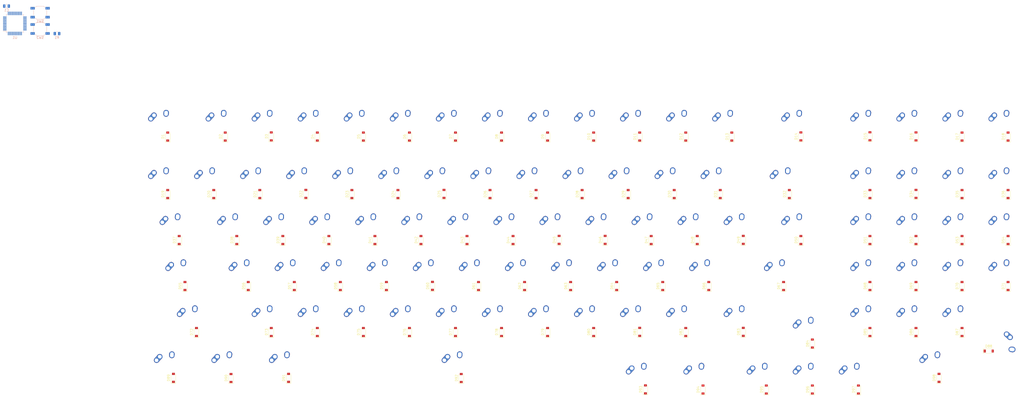
<source format=kicad_pcb>
(kicad_pcb (version 20171130) (host pcbnew "(5.1.10)-1")
  (layers (0 F.Cu signal) (31 B.Cu signal) (34 B.Paste user) (35 F.Paste user) (36 B.SilkS user) (37 F.SilkS user) (38 B.Mask user) (39 F.Mask user) (44 Edge.Cuts user))
  (net 0 "")
  (net 1 "Net-(C1-Pad2)")
  (net 2 +5V)
  (net 3 "Net-(D1-Pad2)")
  (net 4 row0)
  (net 5 "Net-(D2-Pad2)")
  (net 6 "Net-(D3-Pad2)")
  (net 7 "Net-(D4-Pad2)")
  (net 8 "Net-(D5-Pad2)")
  (net 9 "Net-(D6-Pad2)")
  (net 10 "Net-(D7-Pad2)")
  (net 11 "Net-(D8-Pad2)")
  (net 12 "Net-(D9-Pad2)")
  (net 13 "Net-(D10-Pad2)")
  (net 14 "Net-(D11-Pad2)")
  (net 15 "Net-(D12-Pad2)")
  (net 16 "Net-(D13-Pad2)")
  (net 17 "Net-(D14-Pad2)")
  (net 18 "Net-(D15-Pad2)")
  (net 19 "Net-(D16-Pad2)")
  (net 20 "Net-(D17-Pad2)")
  (net 21 "Net-(D18-Pad2)")
  (net 22 "Net-(D19-Pad2)")
  (net 23 row1)
  (net 24 "Net-(D20-Pad2)")
  (net 25 "Net-(D21-Pad2)")
  (net 26 "Net-(D22-Pad2)")
  (net 27 "Net-(D23-Pad2)")
  (net 28 "Net-(D24-Pad2)")
  (net 29 "Net-(D25-Pad2)")
  (net 30 "Net-(D26-Pad2)")
  (net 31 "Net-(D27-Pad2)")
  (net 32 "Net-(D28-Pad2)")
  (net 33 "Net-(D29-Pad2)")
  (net 34 "Net-(D30-Pad2)")
  (net 35 "Net-(D31-Pad2)")
  (net 36 "Net-(D32-Pad2)")
  (net 37 "Net-(D33-Pad2)")
  (net 38 "Net-(D34-Pad2)")
  (net 39 "Net-(D35-Pad2)")
  (net 40 "Net-(D36-Pad2)")
  (net 41 "Net-(D37-Pad2)")
  (net 42 row2)
  (net 43 "Net-(D38-Pad2)")
  (net 44 "Net-(D39-Pad2)")
  (net 45 "Net-(D40-Pad2)")
  (net 46 "Net-(D41-Pad2)")
  (net 47 "Net-(D42-Pad2)")
  (net 48 "Net-(D43-Pad2)")
  (net 49 "Net-(D44-Pad2)")
  (net 50 "Net-(D45-Pad2)")
  (net 51 "Net-(D46-Pad2)")
  (net 52 "Net-(D47-Pad2)")
  (net 53 "Net-(D48-Pad2)")
  (net 54 "Net-(D49-Pad2)")
  (net 55 "Net-(D50-Pad2)")
  (net 56 "Net-(D51-Pad2)")
  (net 57 "Net-(D52-Pad2)")
  (net 58 "Net-(D53-Pad2)")
  (net 59 "Net-(D54-Pad2)")
  (net 60 "Net-(D55-Pad2)")
  (net 61 row3)
  (net 62 "Net-(D56-Pad2)")
  (net 63 "Net-(D57-Pad2)")
  (net 64 "Net-(D58-Pad2)")
  (net 65 "Net-(D59-Pad2)")
  (net 66 "Net-(D60-Pad2)")
  (net 67 "Net-(D61-Pad2)")
  (net 68 "Net-(D62-Pad2)")
  (net 69 "Net-(D63-Pad2)")
  (net 70 "Net-(D64-Pad2)")
  (net 71 "Net-(D65-Pad2)")
  (net 72 "Net-(D66-Pad2)")
  (net 73 "Net-(D67-Pad2)")
  (net 74 "Net-(D68-Pad2)")
  (net 75 "Net-(D69-Pad2)")
  (net 76 "Net-(D70-Pad2)")
  (net 77 "Net-(D71-Pad2)")
  (net 78 "Net-(D72-Pad2)")
  (net 79 row4)
  (net 80 "Net-(D73-Pad2)")
  (net 81 "Net-(D74-Pad2)")
  (net 82 "Net-(D75-Pad2)")
  (net 83 "Net-(D76-Pad2)")
  (net 84 "Net-(D77-Pad2)")
  (net 85 "Net-(D78-Pad2)")
  (net 86 "Net-(D79-Pad2)")
  (net 87 "Net-(D80-Pad2)")
  (net 88 "Net-(D81-Pad2)")
  (net 89 "Net-(D82-Pad2)")
  (net 90 "Net-(D83-Pad2)")
  (net 91 "Net-(D84-Pad2)")
  (net 92 "Net-(D85-Pad2)")
  (net 93 "Net-(D86-Pad2)")
  (net 94 "Net-(D87-Pad2)")
  (net 95 "Net-(D88-Pad2)")
  (net 96 "Net-(D89-Pad2)")
  (net 97 row5)
  (net 98 "Net-(D90-Pad2)")
  (net 99 "Net-(D91-Pad2)")
  (net 100 "Net-(D92-Pad2)")
  (net 101 "Net-(D93-Pad2)")
  (net 102 "Net-(D94-Pad2)")
  (net 103 "Net-(D95-Pad2)")
  (net 104 "Net-(D96-Pad2)")
  (net 105 "Net-(D97-Pad2)")
  (net 106 "Net-(D98-Pad2)")
  (net 107 col00)
  (net 108 col01)
  (net 109 col02)
  (net 110 col03)
  (net 111 col04)
  (net 112 col05)
  (net 113 col06)
  (net 114 col07)
  (net 115 col08)
  (net 116 col09)
  (net 117 col10)
  (net 118 col11)
  (net 119 col12)
  (net 120 col13)
  (net 121 col14)
  (net 122 col15)
  (net 123 col16)
  (net 124 col17)
  (net 125 "Net-(R1-Pad2)")
  (net 126 "Net-(R1-Pad1)")
  (net 127 GND)
  (net 128 "Net-(U1-Pad46)")
  (net 129 "Net-(U1-Pad45)")
  (net 130 "Net-(U1-Pad43)")
  (net 131 "Net-(U1-Pad42)")
  (net 132 "Net-(U1-Pad41)")
  (net 133 "Net-(U1-Pad40)")
  (net 134 "Net-(U1-Pad39)")
  (net 135 "Net-(U1-Pad38)")
  (net 136 "Net-(U1-Pad37)")
  (net 137 "Net-(U1-Pad34)")
  (net 138 "Net-(J1-Pad2)")
  (net 139 "Net-(J1-Pad3)")
  (net 140 "Net-(U1-Pad31)")
  (net 141 "Net-(U1-Pad30)")
  (net 142 "Net-(U1-Pad29)")
  (net 143 "Net-(U1-Pad28)")
  (net 144 "Net-(U1-Pad27)")
  (net 145 "Net-(U1-Pad26)")
  (net 146 "Net-(U1-Pad25)")
  (net 147 "Net-(U1-Pad22)")
  (net 148 "Net-(U1-Pad21)")
  (net 149 "Net-(U1-Pad20)")
  (net 150 "Net-(U1-Pad19)")
  (net 151 "Net-(U1-Pad18)")
  (net 152 "Net-(U1-Pad17)")
  (net 153 "Net-(U1-Pad16)")
  (net 154 "Net-(U1-Pad15)")
  (net 155 "Net-(U1-Pad14)")
  (net 156 "Net-(U1-Pad13)")
  (net 157 "Net-(U1-Pad12)")
  (net 158 "Net-(U1-Pad11)")
  (net 159 "Net-(U1-Pad10)")
  (net 160 "Net-(U1-Pad6)")
  (net 161 "Net-(U1-Pad5)")
  (net 162 "Net-(U1-Pad4)")
  (net 163 "Net-(U1-Pad3)")
  (net 164 "Net-(U1-Pad2)")
  (module MX_Alps_Hybrid:MX-2U-NoLED (layer F.Cu) (at 442.11875 339.725)
    (fp_text reference MX98)
    (fp_text value NUM0)
    (pad "" np_thru_hole circle (at 11.938 8.255) (size 3.9878 3.9878) (drill 3.9878) (layers *.Cu *.Mask))
    (pad "" np_thru_hole circle (at -11.938 8.255) (size 3.9878 3.9878) (drill 3.9878) (layers *.Cu *.Mask))
    (pad "" np_thru_hole circle (at 11.938 -6.985) (size 3.048 3.048) (drill 3.048) (layers *.Cu *.Mask))
    (pad "" np_thru_hole circle (at -11.938 -6.985) (size 3.048 3.048) (drill 3.048) (layers *.Cu *.Mask))
    (pad "" np_thru_hole circle (at 5.08 0 48.0996) (size 1.75 1.75) (drill 1.75) (layers *.Cu *.Mask))
    (pad "" np_thru_hole circle (at -5.08 0 48.0996) (size 1.75 1.75) (drill 1.75) (layers *.Cu *.Mask))
    (pad 1 thru_hole circle (at -2.5 -4) (size 2.25 2.25) (drill 1.47) (layers *.Cu B.Mask) (net 123 col16))
    (pad "" np_thru_hole circle (at 0 0) (size 3.9878 3.9878) (drill 3.9878) (layers *.Cu *.Mask))
    (pad 1 thru_hole oval (at -3.81 -2.54 48.0996) (size 4.211556 2.25) (drill 1.47 (offset 0.980778 0)) (layers *.Cu B.Mask) (net 123 col16))
    (pad 2 thru_hole circle (at 2.54 -5.08) (size 2.25 2.25) (drill 1.47) (layers *.Cu B.Mask) (net 106 "Net-(D98-Pad2)"))
    (pad 2 thru_hole oval (at 2.5 -4.5 86.0548) (size 2.831378 2.25) (drill 1.47 (offset 0.290689 0)) (layers *.Cu B.Mask) (net 106 "Net-(D98-Pad2)"))
  )
  (module Package_QFP:LQFP-48_7x7mm_P0.5mm (layer B.Cu) (at 62.98125 197.68)
    (fp_text reference U1 (at 0 5.85) (layer B.SilkS) (effects (justify mirror)))
    (fp_text value STM32F303CCTx)
    (pad 48 smd roundrect (at -2.75 4.1625) (size 0.3 1.475) (layers B.Cu B.Paste B.Mask) (net 2 +5V))
    (pad 47 smd roundrect (at -2.25 4.1625) (size 0.3 1.475) (layers B.Cu B.Paste B.Mask) (net 127 GND))
    (pad 46 smd roundrect (at -1.75 4.1625) (size 0.3 1.475) (layers B.Cu B.Paste B.Mask) (net 128 "Net-(U1-Pad46)"))
    (pad 45 smd roundrect (at -1.25 4.1625) (size 0.3 1.475) (layers B.Cu B.Paste B.Mask) (net 129 "Net-(U1-Pad45)"))
    (pad 44 smd roundrect (at -0.75 4.1625) (size 0.3 1.475) (layers B.Cu B.Paste B.Mask) (net 126 "Net-(R1-Pad1)"))
    (pad 43 smd roundrect (at -0.25 4.1625) (size 0.3 1.475) (layers B.Cu B.Paste B.Mask) (net 130 "Net-(U1-Pad43)"))
    (pad 42 smd roundrect (at 0.25 4.1625) (size 0.3 1.475) (layers B.Cu B.Paste B.Mask) (net 131 "Net-(U1-Pad42)"))
    (pad 41 smd roundrect (at 0.75 4.1625) (size 0.3 1.475) (layers B.Cu B.Paste B.Mask) (net 132 "Net-(U1-Pad41)"))
    (pad 40 smd roundrect (at 1.25 4.1625) (size 0.3 1.475) (layers B.Cu B.Paste B.Mask) (net 133 "Net-(U1-Pad40)"))
    (pad 39 smd roundrect (at 1.75 4.1625) (size 0.3 1.475) (layers B.Cu B.Paste B.Mask) (net 134 "Net-(U1-Pad39)"))
    (pad 38 smd roundrect (at 2.25 4.1625) (size 0.3 1.475) (layers B.Cu B.Paste B.Mask) (net 135 "Net-(U1-Pad38)"))
    (pad 37 smd roundrect (at 2.75 4.1625) (size 0.3 1.475) (layers B.Cu B.Paste B.Mask) (net 136 "Net-(U1-Pad37)"))
    (pad 36 smd roundrect (at 4.1625 2.75) (size 1.475 0.3) (layers B.Cu B.Paste B.Mask) (net 2 +5V))
    (pad 35 smd roundrect (at 4.1625 2.25) (size 1.475 0.3) (layers B.Cu B.Paste B.Mask) (net 127 GND))
    (pad 34 smd roundrect (at 4.1625 1.75) (size 1.475 0.3) (layers B.Cu B.Paste B.Mask) (net 137 "Net-(U1-Pad34)"))
    (pad 33 smd roundrect (at 4.1625 1.25) (size 1.475 0.3) (layers B.Cu B.Paste B.Mask) (net 138 "Net-(J1-Pad2)"))
    (pad 32 smd roundrect (at 4.1625 0.75) (size 1.475 0.3) (layers B.Cu B.Paste B.Mask) (net 139 "Net-(J1-Pad3)"))
    (pad 31 smd roundrect (at 4.1625 0.25) (size 1.475 0.3) (layers B.Cu B.Paste B.Mask) (net 140 "Net-(U1-Pad31)"))
    (pad 30 smd roundrect (at 4.1625 -0.25) (size 1.475 0.3) (layers B.Cu B.Paste B.Mask) (net 141 "Net-(U1-Pad30)"))
    (pad 29 smd roundrect (at 4.1625 -0.75) (size 1.475 0.3) (layers B.Cu B.Paste B.Mask) (net 142 "Net-(U1-Pad29)"))
    (pad 28 smd roundrect (at 4.1625 -1.25) (size 1.475 0.3) (layers B.Cu B.Paste B.Mask) (net 143 "Net-(U1-Pad28)"))
    (pad 27 smd roundrect (at 4.1625 -1.75) (size 1.475 0.3) (layers B.Cu B.Paste B.Mask) (net 144 "Net-(U1-Pad27)"))
    (pad 26 smd roundrect (at 4.1625 -2.25) (size 1.475 0.3) (layers B.Cu B.Paste B.Mask) (net 145 "Net-(U1-Pad26)"))
    (pad 25 smd roundrect (at 4.1625 -2.75) (size 1.475 0.3) (layers B.Cu B.Paste B.Mask) (net 146 "Net-(U1-Pad25)"))
    (pad 24 smd roundrect (at 2.75 -4.1625) (size 0.3 1.475) (layers B.Cu B.Paste B.Mask) (net 2 +5V))
    (pad 23 smd roundrect (at 2.25 -4.1625) (size 0.3 1.475) (layers B.Cu B.Paste B.Mask) (net 127 GND))
    (pad 22 smd roundrect (at 1.75 -4.1625) (size 0.3 1.475) (layers B.Cu B.Paste B.Mask) (net 147 "Net-(U1-Pad22)"))
    (pad 21 smd roundrect (at 1.25 -4.1625) (size 0.3 1.475) (layers B.Cu B.Paste B.Mask) (net 148 "Net-(U1-Pad21)"))
    (pad 20 smd roundrect (at 0.75 -4.1625) (size 0.3 1.475) (layers B.Cu B.Paste B.Mask) (net 149 "Net-(U1-Pad20)"))
    (pad 19 smd roundrect (at 0.25 -4.1625) (size 0.3 1.475) (layers B.Cu B.Paste B.Mask) (net 150 "Net-(U1-Pad19)"))
    (pad 18 smd roundrect (at -0.25 -4.1625) (size 0.3 1.475) (layers B.Cu B.Paste B.Mask) (net 151 "Net-(U1-Pad18)"))
    (pad 17 smd roundrect (at -0.75 -4.1625) (size 0.3 1.475) (layers B.Cu B.Paste B.Mask) (net 152 "Net-(U1-Pad17)"))
    (pad 16 smd roundrect (at -1.25 -4.1625) (size 0.3 1.475) (layers B.Cu B.Paste B.Mask) (net 153 "Net-(U1-Pad16)"))
    (pad 15 smd roundrect (at -1.75 -4.1625) (size 0.3 1.475) (layers B.Cu B.Paste B.Mask) (net 154 "Net-(U1-Pad15)"))
    (pad 14 smd roundrect (at -2.25 -4.1625) (size 0.3 1.475) (layers B.Cu B.Paste B.Mask) (net 155 "Net-(U1-Pad14)"))
    (pad 13 smd roundrect (at -2.75 -4.1625) (size 0.3 1.475) (layers B.Cu B.Paste B.Mask) (net 156 "Net-(U1-Pad13)"))
    (pad 12 smd roundrect (at -4.1625 -2.75) (size 1.475 0.3) (layers B.Cu B.Paste B.Mask) (net 157 "Net-(U1-Pad12)"))
    (pad 11 smd roundrect (at -4.1625 -2.25) (size 1.475 0.3) (layers B.Cu B.Paste B.Mask) (net 158 "Net-(U1-Pad11)"))
    (pad 10 smd roundrect (at -4.1625 -1.75) (size 1.475 0.3) (layers B.Cu B.Paste B.Mask) (net 159 "Net-(U1-Pad10)"))
    (pad 9 smd roundrect (at -4.1625 -1.25) (size 1.475 0.3) (layers B.Cu B.Paste B.Mask) (net 2 +5V))
    (pad 8 smd roundrect (at -4.1625 -0.75) (size 1.475 0.3) (layers B.Cu B.Paste B.Mask) (net 127 GND))
    (pad 7 smd roundrect (at -4.1625 -0.25) (size 1.475 0.3) (layers B.Cu B.Paste B.Mask) (net 1 "Net-(C1-Pad2)"))
    (pad 6 smd roundrect (at -4.1625 0.25) (size 1.475 0.3) (layers B.Cu B.Paste B.Mask) (net 160 "Net-(U1-Pad6)"))
    (pad 5 smd roundrect (at -4.1625 0.75) (size 1.475 0.3) (layers B.Cu B.Paste B.Mask) (net 161 "Net-(U1-Pad5)"))
    (pad 4 smd roundrect (at -4.1625 1.25) (size 1.475 0.3) (layers B.Cu B.Paste B.Mask) (net 162 "Net-(U1-Pad4)"))
    (pad 3 smd roundrect (at -4.1625 1.75) (size 1.475 0.3) (layers B.Cu B.Paste B.Mask) (net 163 "Net-(U1-Pad3)"))
    (pad 2 smd roundrect (at -4.1625 2.25) (size 1.475 0.3) (layers B.Cu B.Paste B.Mask) (net 164 "Net-(U1-Pad2)"))
    (pad 1 smd roundrect (at -4.1625 2.75) (size 1.475 0.3) (layers B.Cu B.Paste B.Mask) (net 2 +5V))
  )
  (module Button_Switch_SMD:SW_SPST_SKQG_WithStem (layer B.Cu) (at 73.43125 199.98)
    (fp_text reference SW2 (at 0 3.6) (layer B.SilkS) (effects (justify mirror)))
    (fp_text value SW_Push_SPDT)
    (pad 2 smd rect (at 3.1 -1.85) (size 1.8 1.1) (layers B.Cu B.Paste B.Mask) (net 125 "Net-(R1-Pad2)"))
    (pad 2 smd rect (at -3.1 -1.85) (size 1.8 1.1) (layers B.Cu B.Paste B.Mask) (net 125 "Net-(R1-Pad2)"))
    (pad 1 smd rect (at 3.1 1.85) (size 1.8 1.1) (layers B.Cu B.Paste B.Mask) (net 127 GND))
    (pad 1 smd rect (at -3.1 1.85) (size 1.8 1.1) (layers B.Cu B.Paste B.Mask) (net 127 GND))
  )
  (module Button_Switch_SMD:SW_SPST_SKQG_WithStem (layer B.Cu) (at 73.43125 193.23)
    (fp_text reference SW1 (at 0 3.6) (layer B.SilkS) (effects (justify mirror)))
    (fp_text value SW_Push)
    (pad 2 smd rect (at 3.1 -1.85) (size 1.8 1.1) (layers B.Cu B.Paste B.Mask) (net 1 "Net-(C1-Pad2)"))
    (pad 2 smd rect (at -3.1 -1.85) (size 1.8 1.1) (layers B.Cu B.Paste B.Mask) (net 1 "Net-(C1-Pad2)"))
    (pad 1 smd rect (at 3.1 1.85) (size 1.8 1.1) (layers B.Cu B.Paste B.Mask) (net 127 GND))
    (pad 1 smd rect (at -3.1 1.85) (size 1.8 1.1) (layers B.Cu B.Paste B.Mask) (net 127 GND))
  )
  (module Resistor_SMD:R_0805_2012Metric (layer B.Cu) (at 80.41125 201.88)
    (fp_text reference R1 (at 0 1.65) (layer B.SilkS) (effects (justify mirror)))
    (fp_text value 10K)
    (pad 2 smd roundrect (at 0.9125 0) (size 1.025 1.4) (layers B.Cu B.Paste B.Mask) (roundrect_rratio 0.243902) (net 125 "Net-(R1-Pad2)"))
    (pad 1 smd roundrect (at -0.9125 0) (size 1.025 1.4) (layers B.Cu B.Paste B.Mask) (roundrect_rratio 0.243902) (net 126 "Net-(R1-Pad1)"))
  )
  (module MX_Alps_Hybrid:MX-1U-NoLED (layer F.Cu) (at 408.78125 344.4875)
    (fp_text reference MX97)
    (fp_text value RIGHT)
    (pad "" np_thru_hole circle (at 5.08 0 48.0996) (size 1.75 1.75) (drill 1.75) (layers *.Cu *.Mask))
    (pad "" np_thru_hole circle (at -5.08 0 48.0996) (size 1.75 1.75) (drill 1.75) (layers *.Cu *.Mask))
    (pad 1 thru_hole circle (at -2.5 -4) (size 2.25 2.25) (drill 1.47) (layers *.Cu B.Mask) (net 121 col14))
    (pad "" np_thru_hole circle (at 0 0) (size 3.9878 3.9878) (drill 3.9878) (layers *.Cu *.Mask))
    (pad 1 thru_hole oval (at -3.81 -2.54 48.0996) (size 4.211556 2.25) (drill 1.47 (offset 0.980778 0)) (layers *.Cu B.Mask) (net 121 col14))
    (pad 2 thru_hole circle (at 2.54 -5.08) (size 2.25 2.25) (drill 1.47) (layers *.Cu B.Mask) (net 105 "Net-(D97-Pad2)"))
    (pad 2 thru_hole oval (at 2.5 -4.5 86.0548) (size 2.831378 2.25) (drill 1.47 (offset 0.290689 0)) (layers *.Cu B.Mask) (net 105 "Net-(D97-Pad2)"))
  )
  (module MX_Alps_Hybrid:MX-1U-NoLED (layer F.Cu) (at 389.73125 344.4875)
    (fp_text reference MX96)
    (fp_text value DOWN)
    (pad "" np_thru_hole circle (at 5.08 0 48.0996) (size 1.75 1.75) (drill 1.75) (layers *.Cu *.Mask))
    (pad "" np_thru_hole circle (at -5.08 0 48.0996) (size 1.75 1.75) (drill 1.75) (layers *.Cu *.Mask))
    (pad 1 thru_hole circle (at -2.5 -4) (size 2.25 2.25) (drill 1.47) (layers *.Cu B.Mask) (net 120 col13))
    (pad "" np_thru_hole circle (at 0 0) (size 3.9878 3.9878) (drill 3.9878) (layers *.Cu *.Mask))
    (pad 1 thru_hole oval (at -3.81 -2.54 48.0996) (size 4.211556 2.25) (drill 1.47 (offset 0.980778 0)) (layers *.Cu B.Mask) (net 120 col13))
    (pad 2 thru_hole circle (at 2.54 -5.08) (size 2.25 2.25) (drill 1.47) (layers *.Cu B.Mask) (net 104 "Net-(D96-Pad2)"))
    (pad 2 thru_hole oval (at 2.5 -4.5 86.0548) (size 2.831378 2.25) (drill 1.47 (offset 0.290689 0)) (layers *.Cu B.Mask) (net 104 "Net-(D96-Pad2)"))
  )
  (module MX_Alps_Hybrid:MX-1U-NoLED (layer F.Cu) (at 370.68125 344.4875)
    (fp_text reference MX95)
    (fp_text value LEFT)
    (pad "" np_thru_hole circle (at 5.08 0 48.0996) (size 1.75 1.75) (drill 1.75) (layers *.Cu *.Mask))
    (pad "" np_thru_hole circle (at -5.08 0 48.0996) (size 1.75 1.75) (drill 1.75) (layers *.Cu *.Mask))
    (pad 1 thru_hole circle (at -2.5 -4) (size 2.25 2.25) (drill 1.47) (layers *.Cu B.Mask) (net 118 col11))
    (pad "" np_thru_hole circle (at 0 0) (size 3.9878 3.9878) (drill 3.9878) (layers *.Cu *.Mask))
    (pad 1 thru_hole oval (at -3.81 -2.54 48.0996) (size 4.211556 2.25) (drill 1.47 (offset 0.980778 0)) (layers *.Cu B.Mask) (net 118 col11))
    (pad 2 thru_hole circle (at 2.54 -5.08) (size 2.25 2.25) (drill 1.47) (layers *.Cu B.Mask) (net 103 "Net-(D95-Pad2)"))
    (pad 2 thru_hole oval (at 2.5 -4.5 86.0548) (size 2.831378 2.25) (drill 1.47 (offset 0.290689 0)) (layers *.Cu B.Mask) (net 103 "Net-(D95-Pad2)"))
  )
  (module MX_Alps_Hybrid:MX-1.25U-NoLED (layer F.Cu) (at 344.4875 344.4875)
    (fp_text reference MX94)
    (fp_text value END)
    (pad "" np_thru_hole circle (at 5.08 0 48.0996) (size 1.75 1.75) (drill 1.75) (layers *.Cu *.Mask))
    (pad "" np_thru_hole circle (at -5.08 0 48.0996) (size 1.75 1.75) (drill 1.75) (layers *.Cu *.Mask))
    (pad 1 thru_hole circle (at -2.5 -4) (size 2.25 2.25) (drill 1.47) (layers *.Cu B.Mask) (net 117 col10))
    (pad "" np_thru_hole circle (at 0 0) (size 3.9878 3.9878) (drill 3.9878) (layers *.Cu *.Mask))
    (pad 1 thru_hole oval (at -3.81 -2.54 48.0996) (size 4.211556 2.25) (drill 1.47 (offset 0.980778 0)) (layers *.Cu B.Mask) (net 117 col10))
    (pad 2 thru_hole circle (at 2.54 -5.08) (size 2.25 2.25) (drill 1.47) (layers *.Cu B.Mask) (net 102 "Net-(D94-Pad2)"))
    (pad 2 thru_hole oval (at 2.5 -4.5 86.0548) (size 2.831378 2.25) (drill 1.47 (offset 0.290689 0)) (layers *.Cu B.Mask) (net 102 "Net-(D94-Pad2)"))
  )
  (module MX_Alps_Hybrid:MX-1.25U-NoLED (layer F.Cu) (at 320.675 344.4875)
    (fp_text reference MX93)
    (fp_text value HOME)
    (pad "" np_thru_hole circle (at 5.08 0 48.0996) (size 1.75 1.75) (drill 1.75) (layers *.Cu *.Mask))
    (pad "" np_thru_hole circle (at -5.08 0 48.0996) (size 1.75 1.75) (drill 1.75) (layers *.Cu *.Mask))
    (pad 1 thru_hole circle (at -2.5 -4) (size 2.25 2.25) (drill 1.47) (layers *.Cu B.Mask) (net 116 col09))
    (pad "" np_thru_hole circle (at 0 0) (size 3.9878 3.9878) (drill 3.9878) (layers *.Cu *.Mask))
    (pad 1 thru_hole oval (at -3.81 -2.54 48.0996) (size 4.211556 2.25) (drill 1.47 (offset 0.980778 0)) (layers *.Cu B.Mask) (net 116 col09))
    (pad 2 thru_hole circle (at 2.54 -5.08) (size 2.25 2.25) (drill 1.47) (layers *.Cu B.Mask) (net 101 "Net-(D93-Pad2)"))
    (pad 2 thru_hole oval (at 2.5 -4.5 86.0548) (size 2.831378 2.25) (drill 1.47 (offset 0.290689 0)) (layers *.Cu B.Mask) (net 101 "Net-(D93-Pad2)"))
  )
  (module MX_Alps_Hybrid:MX-6.25U-NoLED (layer F.Cu) (at 244.475 339.725)
    (fp_text reference MX92)
    (fp_text value SPACE)
    (pad "" np_thru_hole circle (at 49.9999 8.255) (size 3.9878 3.9878) (drill 3.9878) (layers *.Cu *.Mask))
    (pad "" np_thru_hole circle (at -49.9999 8.255) (size 3.9878 3.9878) (drill 3.9878) (layers *.Cu *.Mask))
    (pad "" np_thru_hole circle (at 49.9999 -6.985) (size 3.048 3.048) (drill 3.048) (layers *.Cu *.Mask))
    (pad "" np_thru_hole circle (at -49.9999 -6.985) (size 3.048 3.048) (drill 3.048) (layers *.Cu *.Mask))
    (pad "" np_thru_hole circle (at 5.08 0 48.0996) (size 1.75 1.75) (drill 1.75) (layers *.Cu *.Mask))
    (pad "" np_thru_hole circle (at -5.08 0 48.0996) (size 1.75 1.75) (drill 1.75) (layers *.Cu *.Mask))
    (pad 1 thru_hole circle (at -2.5 -4) (size 2.25 2.25) (drill 1.47) (layers *.Cu B.Mask) (net 112 col05))
    (pad "" np_thru_hole circle (at 0 0) (size 3.9878 3.9878) (drill 3.9878) (layers *.Cu *.Mask))
    (pad 1 thru_hole oval (at -3.81 -2.54 48.0996) (size 4.211556 2.25) (drill 1.47 (offset 0.980778 0)) (layers *.Cu B.Mask) (net 112 col05))
    (pad 2 thru_hole circle (at 2.54 -5.08) (size 2.25 2.25) (drill 1.47) (layers *.Cu B.Mask) (net 100 "Net-(D92-Pad2)"))
    (pad 2 thru_hole oval (at 2.5 -4.5 86.0548) (size 2.831378 2.25) (drill 1.47 (offset 0.290689 0)) (layers *.Cu B.Mask) (net 100 "Net-(D92-Pad2)"))
  )
  (module MX_Alps_Hybrid:MX-1.25U-NoLED (layer F.Cu) (at 173.0375 339.725)
    (fp_text reference MX91)
    (fp_text value ALT)
    (pad "" np_thru_hole circle (at 5.08 0 48.0996) (size 1.75 1.75) (drill 1.75) (layers *.Cu *.Mask))
    (pad "" np_thru_hole circle (at -5.08 0 48.0996) (size 1.75 1.75) (drill 1.75) (layers *.Cu *.Mask))
    (pad 1 thru_hole circle (at -2.5 -4) (size 2.25 2.25) (drill 1.47) (layers *.Cu B.Mask) (net 109 col02))
    (pad "" np_thru_hole circle (at 0 0) (size 3.9878 3.9878) (drill 3.9878) (layers *.Cu *.Mask))
    (pad 1 thru_hole oval (at -3.81 -2.54 48.0996) (size 4.211556 2.25) (drill 1.47 (offset 0.980778 0)) (layers *.Cu B.Mask) (net 109 col02))
    (pad 2 thru_hole circle (at 2.54 -5.08) (size 2.25 2.25) (drill 1.47) (layers *.Cu B.Mask) (net 99 "Net-(D91-Pad2)"))
    (pad 2 thru_hole oval (at 2.5 -4.5 86.0548) (size 2.831378 2.25) (drill 1.47 (offset 0.290689 0)) (layers *.Cu B.Mask) (net 99 "Net-(D91-Pad2)"))
  )
  (module MX_Alps_Hybrid:MX-1.25U-NoLED (layer F.Cu) (at 149.225 339.725)
    (fp_text reference MX90)
    (fp_text value WIN)
    (pad "" np_thru_hole circle (at 5.08 0 48.0996) (size 1.75 1.75) (drill 1.75) (layers *.Cu *.Mask))
    (pad "" np_thru_hole circle (at -5.08 0 48.0996) (size 1.75 1.75) (drill 1.75) (layers *.Cu *.Mask))
    (pad 1 thru_hole circle (at -2.5 -4) (size 2.25 2.25) (drill 1.47) (layers *.Cu B.Mask) (net 108 col01))
    (pad "" np_thru_hole circle (at 0 0) (size 3.9878 3.9878) (drill 3.9878) (layers *.Cu *.Mask))
    (pad 1 thru_hole oval (at -3.81 -2.54 48.0996) (size 4.211556 2.25) (drill 1.47 (offset 0.980778 0)) (layers *.Cu B.Mask) (net 108 col01))
    (pad 2 thru_hole circle (at 2.54 -5.08) (size 2.25 2.25) (drill 1.47) (layers *.Cu B.Mask) (net 98 "Net-(D90-Pad2)"))
    (pad 2 thru_hole oval (at 2.5 -4.5 86.0548) (size 2.831378 2.25) (drill 1.47 (offset 0.290689 0)) (layers *.Cu B.Mask) (net 98 "Net-(D90-Pad2)"))
  )
  (module MX_Alps_Hybrid:MX-1.25U-NoLED (layer F.Cu) (at 125.4125 339.725)
    (fp_text reference MX89)
    (fp_text value CTRL)
    (pad "" np_thru_hole circle (at 5.08 0 48.0996) (size 1.75 1.75) (drill 1.75) (layers *.Cu *.Mask))
    (pad "" np_thru_hole circle (at -5.08 0 48.0996) (size 1.75 1.75) (drill 1.75) (layers *.Cu *.Mask))
    (pad 1 thru_hole circle (at -2.5 -4) (size 2.25 2.25) (drill 1.47) (layers *.Cu B.Mask) (net 107 col00))
    (pad "" np_thru_hole circle (at 0 0) (size 3.9878 3.9878) (drill 3.9878) (layers *.Cu *.Mask))
    (pad 1 thru_hole oval (at -3.81 -2.54 48.0996) (size 4.211556 2.25) (drill 1.47 (offset 0.980778 0)) (layers *.Cu B.Mask) (net 107 col00))
    (pad 2 thru_hole circle (at 2.54 -5.08) (size 2.25 2.25) (drill 1.47) (layers *.Cu B.Mask) (net 96 "Net-(D89-Pad2)"))
    (pad 2 thru_hole oval (at 2.5 -4.5 86.0548) (size 2.831378 2.25) (drill 1.47 (offset 0.290689 0)) (layers *.Cu B.Mask) (net 96 "Net-(D89-Pad2)"))
  )
  (module MX_Alps_Hybrid:MX-2U-NoLED (layer F.Cu) (at 470.69375 330.2 270)
    (fp_text reference MX88)
    (fp_text value NUMEN)
    (pad "" np_thru_hole circle (at 11.938 8.255 270) (size 3.9878 3.9878) (drill 3.9878) (layers *.Cu *.Mask))
    (pad "" np_thru_hole circle (at -11.938 8.255 270) (size 3.9878 3.9878) (drill 3.9878) (layers *.Cu *.Mask))
    (pad "" np_thru_hole circle (at 11.938 -6.985 270) (size 3.048 3.048) (drill 3.048) (layers *.Cu *.Mask))
    (pad "" np_thru_hole circle (at -11.938 -6.985 270) (size 3.048 3.048) (drill 3.048) (layers *.Cu *.Mask))
    (pad "" np_thru_hole circle (at 5.08 0 318.0996) (size 1.75 1.75) (drill 1.75) (layers *.Cu *.Mask))
    (pad "" np_thru_hole circle (at -5.08 0 318.0996) (size 1.75 1.75) (drill 1.75) (layers *.Cu *.Mask))
    (pad 1 thru_hole circle (at -2.5 -4 270) (size 2.25 2.25) (drill 1.47) (layers *.Cu B.Mask) (net 124 col17))
    (pad "" np_thru_hole circle (at 0 0 270) (size 3.9878 3.9878) (drill 3.9878) (layers *.Cu *.Mask))
    (pad 1 thru_hole oval (at -3.81 -2.54 318.0996) (size 4.211556 2.25) (drill 1.47 (offset 0.980778 0)) (layers *.Cu B.Mask) (net 124 col17))
    (pad 2 thru_hole circle (at 2.54 -5.08 270) (size 2.25 2.25) (drill 1.47) (layers *.Cu B.Mask) (net 95 "Net-(D88-Pad2)"))
    (pad 2 thru_hole oval (at 2.5 -4.5 356.0548) (size 2.831378 2.25) (drill 1.47 (offset 0.290689 0)) (layers *.Cu B.Mask) (net 95 "Net-(D88-Pad2)"))
  )
  (module MX_Alps_Hybrid:MX-1U-NoLED (layer F.Cu) (at 451.64375 320.675)
    (fp_text reference MX87)
    (fp_text value NUM3)
    (pad "" np_thru_hole circle (at 5.08 0 48.0996) (size 1.75 1.75) (drill 1.75) (layers *.Cu *.Mask))
    (pad "" np_thru_hole circle (at -5.08 0 48.0996) (size 1.75 1.75) (drill 1.75) (layers *.Cu *.Mask))
    (pad 1 thru_hole circle (at -2.5 -4) (size 2.25 2.25) (drill 1.47) (layers *.Cu B.Mask) (net 123 col16))
    (pad "" np_thru_hole circle (at 0 0) (size 3.9878 3.9878) (drill 3.9878) (layers *.Cu *.Mask))
    (pad 1 thru_hole oval (at -3.81 -2.54 48.0996) (size 4.211556 2.25) (drill 1.47 (offset 0.980778 0)) (layers *.Cu B.Mask) (net 123 col16))
    (pad 2 thru_hole circle (at 2.54 -5.08) (size 2.25 2.25) (drill 1.47) (layers *.Cu B.Mask) (net 94 "Net-(D87-Pad2)"))
    (pad 2 thru_hole oval (at 2.5 -4.5 86.0548) (size 2.831378 2.25) (drill 1.47 (offset 0.290689 0)) (layers *.Cu B.Mask) (net 94 "Net-(D87-Pad2)"))
  )
  (module MX_Alps_Hybrid:MX-1U-NoLED (layer F.Cu) (at 432.59375 320.675)
    (fp_text reference MX86)
    (fp_text value NUM2)
    (pad "" np_thru_hole circle (at 5.08 0 48.0996) (size 1.75 1.75) (drill 1.75) (layers *.Cu *.Mask))
    (pad "" np_thru_hole circle (at -5.08 0 48.0996) (size 1.75 1.75) (drill 1.75) (layers *.Cu *.Mask))
    (pad 1 thru_hole circle (at -2.5 -4) (size 2.25 2.25) (drill 1.47) (layers *.Cu B.Mask) (net 122 col15))
    (pad "" np_thru_hole circle (at 0 0) (size 3.9878 3.9878) (drill 3.9878) (layers *.Cu *.Mask))
    (pad 1 thru_hole oval (at -3.81 -2.54 48.0996) (size 4.211556 2.25) (drill 1.47 (offset 0.980778 0)) (layers *.Cu B.Mask) (net 122 col15))
    (pad 2 thru_hole circle (at 2.54 -5.08) (size 2.25 2.25) (drill 1.47) (layers *.Cu B.Mask) (net 93 "Net-(D86-Pad2)"))
    (pad 2 thru_hole oval (at 2.5 -4.5 86.0548) (size 2.831378 2.25) (drill 1.47 (offset 0.290689 0)) (layers *.Cu B.Mask) (net 93 "Net-(D86-Pad2)"))
  )
  (module MX_Alps_Hybrid:MX-1U-NoLED (layer F.Cu) (at 413.54375 320.675)
    (fp_text reference MX85)
    (fp_text value NUM1)
    (pad "" np_thru_hole circle (at 5.08 0 48.0996) (size 1.75 1.75) (drill 1.75) (layers *.Cu *.Mask))
    (pad "" np_thru_hole circle (at -5.08 0 48.0996) (size 1.75 1.75) (drill 1.75) (layers *.Cu *.Mask))
    (pad 1 thru_hole circle (at -2.5 -4) (size 2.25 2.25) (drill 1.47) (layers *.Cu B.Mask) (net 121 col14))
    (pad "" np_thru_hole circle (at 0 0) (size 3.9878 3.9878) (drill 3.9878) (layers *.Cu *.Mask))
    (pad 1 thru_hole oval (at -3.81 -2.54 48.0996) (size 4.211556 2.25) (drill 1.47 (offset 0.980778 0)) (layers *.Cu B.Mask) (net 121 col14))
    (pad 2 thru_hole circle (at 2.54 -5.08) (size 2.25 2.25) (drill 1.47) (layers *.Cu B.Mask) (net 92 "Net-(D85-Pad2)"))
    (pad 2 thru_hole oval (at 2.5 -4.5 86.0548) (size 2.831378 2.25) (drill 1.47 (offset 0.290689 0)) (layers *.Cu B.Mask) (net 92 "Net-(D85-Pad2)"))
  )
  (module MX_Alps_Hybrid:MX-1U-NoLED (layer F.Cu) (at 389.73125 325.4375)
    (fp_text reference MX84)
    (fp_text value UP)
    (pad "" np_thru_hole circle (at 5.08 0 48.0996) (size 1.75 1.75) (drill 1.75) (layers *.Cu *.Mask))
    (pad "" np_thru_hole circle (at -5.08 0 48.0996) (size 1.75 1.75) (drill 1.75) (layers *.Cu *.Mask))
    (pad 1 thru_hole circle (at -2.5 -4) (size 2.25 2.25) (drill 1.47) (layers *.Cu B.Mask) (net 120 col13))
    (pad "" np_thru_hole circle (at 0 0) (size 3.9878 3.9878) (drill 3.9878) (layers *.Cu *.Mask))
    (pad 1 thru_hole oval (at -3.81 -2.54 48.0996) (size 4.211556 2.25) (drill 1.47 (offset 0.980778 0)) (layers *.Cu B.Mask) (net 120 col13))
    (pad 2 thru_hole circle (at 2.54 -5.08) (size 2.25 2.25) (drill 1.47) (layers *.Cu B.Mask) (net 91 "Net-(D84-Pad2)"))
    (pad 2 thru_hole oval (at 2.5 -4.5 86.0548) (size 2.831378 2.25) (drill 1.47 (offset 0.290689 0)) (layers *.Cu B.Mask) (net 91 "Net-(D84-Pad2)"))
  )
  (module MX_Alps_Hybrid:MX-1.5U-NoLED (layer F.Cu) (at 361.15625 320.675)
    (fp_text reference MX83)
    (fp_text value RSHFT)
    (pad "" np_thru_hole circle (at 5.08 0 48.0996) (size 1.75 1.75) (drill 1.75) (layers *.Cu *.Mask))
    (pad "" np_thru_hole circle (at -5.08 0 48.0996) (size 1.75 1.75) (drill 1.75) (layers *.Cu *.Mask))
    (pad 1 thru_hole circle (at -2.5 -4) (size 2.25 2.25) (drill 1.47) (layers *.Cu B.Mask) (net 118 col11))
    (pad "" np_thru_hole circle (at 0 0) (size 3.9878 3.9878) (drill 3.9878) (layers *.Cu *.Mask))
    (pad 1 thru_hole oval (at -3.81 -2.54 48.0996) (size 4.211556 2.25) (drill 1.47 (offset 0.980778 0)) (layers *.Cu B.Mask) (net 118 col11))
    (pad 2 thru_hole circle (at 2.54 -5.08) (size 2.25 2.25) (drill 1.47) (layers *.Cu B.Mask) (net 90 "Net-(D83-Pad2)"))
    (pad 2 thru_hole oval (at 2.5 -4.5 86.0548) (size 2.831378 2.25) (drill 1.47 (offset 0.290689 0)) (layers *.Cu B.Mask) (net 90 "Net-(D83-Pad2)"))
  )
  (module MX_Alps_Hybrid:MX-1U-NoLED (layer F.Cu) (at 337.34375 320.675)
    (fp_text reference MX82)
    (fp_text value SLSH)
    (pad "" np_thru_hole circle (at 5.08 0 48.0996) (size 1.75 1.75) (drill 1.75) (layers *.Cu *.Mask))
    (pad "" np_thru_hole circle (at -5.08 0 48.0996) (size 1.75 1.75) (drill 1.75) (layers *.Cu *.Mask))
    (pad 1 thru_hole circle (at -2.5 -4) (size 2.25 2.25) (drill 1.47) (layers *.Cu B.Mask) (net 117 col10))
    (pad "" np_thru_hole circle (at 0 0) (size 3.9878 3.9878) (drill 3.9878) (layers *.Cu *.Mask))
    (pad 1 thru_hole oval (at -3.81 -2.54 48.0996) (size 4.211556 2.25) (drill 1.47 (offset 0.980778 0)) (layers *.Cu B.Mask) (net 117 col10))
    (pad 2 thru_hole circle (at 2.54 -5.08) (size 2.25 2.25) (drill 1.47) (layers *.Cu B.Mask) (net 89 "Net-(D82-Pad2)"))
    (pad 2 thru_hole oval (at 2.5 -4.5 86.0548) (size 2.831378 2.25) (drill 1.47 (offset 0.290689 0)) (layers *.Cu B.Mask) (net 89 "Net-(D82-Pad2)"))
  )
  (module MX_Alps_Hybrid:MX-1U-NoLED (layer F.Cu) (at 318.29375 320.675)
    (fp_text reference MX81)
    (fp_text value PRD)
    (pad "" np_thru_hole circle (at 5.08 0 48.0996) (size 1.75 1.75) (drill 1.75) (layers *.Cu *.Mask))
    (pad "" np_thru_hole circle (at -5.08 0 48.0996) (size 1.75 1.75) (drill 1.75) (layers *.Cu *.Mask))
    (pad 1 thru_hole circle (at -2.5 -4) (size 2.25 2.25) (drill 1.47) (layers *.Cu B.Mask) (net 116 col09))
    (pad "" np_thru_hole circle (at 0 0) (size 3.9878 3.9878) (drill 3.9878) (layers *.Cu *.Mask))
    (pad 1 thru_hole oval (at -3.81 -2.54 48.0996) (size 4.211556 2.25) (drill 1.47 (offset 0.980778 0)) (layers *.Cu B.Mask) (net 116 col09))
    (pad 2 thru_hole circle (at 2.54 -5.08) (size 2.25 2.25) (drill 1.47) (layers *.Cu B.Mask) (net 88 "Net-(D81-Pad2)"))
    (pad 2 thru_hole oval (at 2.5 -4.5 86.0548) (size 2.831378 2.25) (drill 1.47 (offset 0.290689 0)) (layers *.Cu B.Mask) (net 88 "Net-(D81-Pad2)"))
  )
  (module MX_Alps_Hybrid:MX-1U-NoLED (layer F.Cu) (at 299.24375 320.675)
    (fp_text reference MX80)
    (fp_text value COMMA)
    (pad "" np_thru_hole circle (at 5.08 0 48.0996) (size 1.75 1.75) (drill 1.75) (layers *.Cu *.Mask))
    (pad "" np_thru_hole circle (at -5.08 0 48.0996) (size 1.75 1.75) (drill 1.75) (layers *.Cu *.Mask))
    (pad 1 thru_hole circle (at -2.5 -4) (size 2.25 2.25) (drill 1.47) (layers *.Cu B.Mask) (net 115 col08))
    (pad "" np_thru_hole circle (at 0 0) (size 3.9878 3.9878) (drill 3.9878) (layers *.Cu *.Mask))
    (pad 1 thru_hole oval (at -3.81 -2.54 48.0996) (size 4.211556 2.25) (drill 1.47 (offset 0.980778 0)) (layers *.Cu B.Mask) (net 115 col08))
    (pad 2 thru_hole circle (at 2.54 -5.08) (size 2.25 2.25) (drill 1.47) (layers *.Cu B.Mask) (net 87 "Net-(D80-Pad2)"))
    (pad 2 thru_hole oval (at 2.5 -4.5 86.0548) (size 2.831378 2.25) (drill 1.47 (offset 0.290689 0)) (layers *.Cu B.Mask) (net 87 "Net-(D80-Pad2)"))
  )
  (module MX_Alps_Hybrid:MX-1U-NoLED (layer F.Cu) (at 280.19375 320.675)
    (fp_text reference MX79)
    (fp_text value M)
    (pad "" np_thru_hole circle (at 5.08 0 48.0996) (size 1.75 1.75) (drill 1.75) (layers *.Cu *.Mask))
    (pad "" np_thru_hole circle (at -5.08 0 48.0996) (size 1.75 1.75) (drill 1.75) (layers *.Cu *.Mask))
    (pad 1 thru_hole circle (at -2.5 -4) (size 2.25 2.25) (drill 1.47) (layers *.Cu B.Mask) (net 114 col07))
    (pad "" np_thru_hole circle (at 0 0) (size 3.9878 3.9878) (drill 3.9878) (layers *.Cu *.Mask))
    (pad 1 thru_hole oval (at -3.81 -2.54 48.0996) (size 4.211556 2.25) (drill 1.47 (offset 0.980778 0)) (layers *.Cu B.Mask) (net 114 col07))
    (pad 2 thru_hole circle (at 2.54 -5.08) (size 2.25 2.25) (drill 1.47) (layers *.Cu B.Mask) (net 86 "Net-(D79-Pad2)"))
    (pad 2 thru_hole oval (at 2.5 -4.5 86.0548) (size 2.831378 2.25) (drill 1.47 (offset 0.290689 0)) (layers *.Cu B.Mask) (net 86 "Net-(D79-Pad2)"))
  )
  (module MX_Alps_Hybrid:MX-1U-NoLED (layer F.Cu) (at 261.14375 320.675)
    (fp_text reference MX78)
    (fp_text value N)
    (pad "" np_thru_hole circle (at 5.08 0 48.0996) (size 1.75 1.75) (drill 1.75) (layers *.Cu *.Mask))
    (pad "" np_thru_hole circle (at -5.08 0 48.0996) (size 1.75 1.75) (drill 1.75) (layers *.Cu *.Mask))
    (pad 1 thru_hole circle (at -2.5 -4) (size 2.25 2.25) (drill 1.47) (layers *.Cu B.Mask) (net 113 col06))
    (pad "" np_thru_hole circle (at 0 0) (size 3.9878 3.9878) (drill 3.9878) (layers *.Cu *.Mask))
    (pad 1 thru_hole oval (at -3.81 -2.54 48.0996) (size 4.211556 2.25) (drill 1.47 (offset 0.980778 0)) (layers *.Cu B.Mask) (net 113 col06))
    (pad 2 thru_hole circle (at 2.54 -5.08) (size 2.25 2.25) (drill 1.47) (layers *.Cu B.Mask) (net 85 "Net-(D78-Pad2)"))
    (pad 2 thru_hole oval (at 2.5 -4.5 86.0548) (size 2.831378 2.25) (drill 1.47 (offset 0.290689 0)) (layers *.Cu B.Mask) (net 85 "Net-(D78-Pad2)"))
  )
  (module MX_Alps_Hybrid:MX-1U-NoLED (layer F.Cu) (at 242.09375 320.675)
    (fp_text reference MX77)
    (fp_text value B)
    (pad "" np_thru_hole circle (at 5.08 0 48.0996) (size 1.75 1.75) (drill 1.75) (layers *.Cu *.Mask))
    (pad "" np_thru_hole circle (at -5.08 0 48.0996) (size 1.75 1.75) (drill 1.75) (layers *.Cu *.Mask))
    (pad 1 thru_hole circle (at -2.5 -4) (size 2.25 2.25) (drill 1.47) (layers *.Cu B.Mask) (net 112 col05))
    (pad "" np_thru_hole circle (at 0 0) (size 3.9878 3.9878) (drill 3.9878) (layers *.Cu *.Mask))
    (pad 1 thru_hole oval (at -3.81 -2.54 48.0996) (size 4.211556 2.25) (drill 1.47 (offset 0.980778 0)) (layers *.Cu B.Mask) (net 112 col05))
    (pad 2 thru_hole circle (at 2.54 -5.08) (size 2.25 2.25) (drill 1.47) (layers *.Cu B.Mask) (net 84 "Net-(D77-Pad2)"))
    (pad 2 thru_hole oval (at 2.5 -4.5 86.0548) (size 2.831378 2.25) (drill 1.47 (offset 0.290689 0)) (layers *.Cu B.Mask) (net 84 "Net-(D77-Pad2)"))
  )
  (module MX_Alps_Hybrid:MX-1U-NoLED (layer F.Cu) (at 223.04375 320.675)
    (fp_text reference MX76)
    (fp_text value V)
    (pad "" np_thru_hole circle (at 5.08 0 48.0996) (size 1.75 1.75) (drill 1.75) (layers *.Cu *.Mask))
    (pad "" np_thru_hole circle (at -5.08 0 48.0996) (size 1.75 1.75) (drill 1.75) (layers *.Cu *.Mask))
    (pad 1 thru_hole circle (at -2.5 -4) (size 2.25 2.25) (drill 1.47) (layers *.Cu B.Mask) (net 111 col04))
    (pad "" np_thru_hole circle (at 0 0) (size 3.9878 3.9878) (drill 3.9878) (layers *.Cu *.Mask))
    (pad 1 thru_hole oval (at -3.81 -2.54 48.0996) (size 4.211556 2.25) (drill 1.47 (offset 0.980778 0)) (layers *.Cu B.Mask) (net 111 col04))
    (pad 2 thru_hole circle (at 2.54 -5.08) (size 2.25 2.25) (drill 1.47) (layers *.Cu B.Mask) (net 83 "Net-(D76-Pad2)"))
    (pad 2 thru_hole oval (at 2.5 -4.5 86.0548) (size 2.831378 2.25) (drill 1.47 (offset 0.290689 0)) (layers *.Cu B.Mask) (net 83 "Net-(D76-Pad2)"))
  )
  (module MX_Alps_Hybrid:MX-1U-NoLED (layer F.Cu) (at 203.99375 320.675)
    (fp_text reference MX75)
    (fp_text value C)
    (pad "" np_thru_hole circle (at 5.08 0 48.0996) (size 1.75 1.75) (drill 1.75) (layers *.Cu *.Mask))
    (pad "" np_thru_hole circle (at -5.08 0 48.0996) (size 1.75 1.75) (drill 1.75) (layers *.Cu *.Mask))
    (pad 1 thru_hole circle (at -2.5 -4) (size 2.25 2.25) (drill 1.47) (layers *.Cu B.Mask) (net 110 col03))
    (pad "" np_thru_hole circle (at 0 0) (size 3.9878 3.9878) (drill 3.9878) (layers *.Cu *.Mask))
    (pad 1 thru_hole oval (at -3.81 -2.54 48.0996) (size 4.211556 2.25) (drill 1.47 (offset 0.980778 0)) (layers *.Cu B.Mask) (net 110 col03))
    (pad 2 thru_hole circle (at 2.54 -5.08) (size 2.25 2.25) (drill 1.47) (layers *.Cu B.Mask) (net 82 "Net-(D75-Pad2)"))
    (pad 2 thru_hole oval (at 2.5 -4.5 86.0548) (size 2.831378 2.25) (drill 1.47 (offset 0.290689 0)) (layers *.Cu B.Mask) (net 82 "Net-(D75-Pad2)"))
  )
  (module MX_Alps_Hybrid:MX-1U-NoLED (layer F.Cu) (at 184.94375 320.675)
    (fp_text reference MX74)
    (fp_text value X)
    (pad "" np_thru_hole circle (at 5.08 0 48.0996) (size 1.75 1.75) (drill 1.75) (layers *.Cu *.Mask))
    (pad "" np_thru_hole circle (at -5.08 0 48.0996) (size 1.75 1.75) (drill 1.75) (layers *.Cu *.Mask))
    (pad 1 thru_hole circle (at -2.5 -4) (size 2.25 2.25) (drill 1.47) (layers *.Cu B.Mask) (net 109 col02))
    (pad "" np_thru_hole circle (at 0 0) (size 3.9878 3.9878) (drill 3.9878) (layers *.Cu *.Mask))
    (pad 1 thru_hole oval (at -3.81 -2.54 48.0996) (size 4.211556 2.25) (drill 1.47 (offset 0.980778 0)) (layers *.Cu B.Mask) (net 109 col02))
    (pad 2 thru_hole circle (at 2.54 -5.08) (size 2.25 2.25) (drill 1.47) (layers *.Cu B.Mask) (net 81 "Net-(D74-Pad2)"))
    (pad 2 thru_hole oval (at 2.5 -4.5 86.0548) (size 2.831378 2.25) (drill 1.47 (offset 0.290689 0)) (layers *.Cu B.Mask) (net 81 "Net-(D74-Pad2)"))
  )
  (module MX_Alps_Hybrid:MX-1U-NoLED (layer F.Cu) (at 165.89375 320.675)
    (fp_text reference MX73)
    (fp_text value Z)
    (pad "" np_thru_hole circle (at 5.08 0 48.0996) (size 1.75 1.75) (drill 1.75) (layers *.Cu *.Mask))
    (pad "" np_thru_hole circle (at -5.08 0 48.0996) (size 1.75 1.75) (drill 1.75) (layers *.Cu *.Mask))
    (pad 1 thru_hole circle (at -2.5 -4) (size 2.25 2.25) (drill 1.47) (layers *.Cu B.Mask) (net 108 col01))
    (pad "" np_thru_hole circle (at 0 0) (size 3.9878 3.9878) (drill 3.9878) (layers *.Cu *.Mask))
    (pad 1 thru_hole oval (at -3.81 -2.54 48.0996) (size 4.211556 2.25) (drill 1.47 (offset 0.980778 0)) (layers *.Cu B.Mask) (net 108 col01))
    (pad 2 thru_hole circle (at 2.54 -5.08) (size 2.25 2.25) (drill 1.47) (layers *.Cu B.Mask) (net 80 "Net-(D73-Pad2)"))
    (pad 2 thru_hole oval (at 2.5 -4.5 86.0548) (size 2.831378 2.25) (drill 1.47 (offset 0.290689 0)) (layers *.Cu B.Mask) (net 80 "Net-(D73-Pad2)"))
  )
  (module MX_Alps_Hybrid:MX-2.25U-NoLED (layer F.Cu) (at 134.9375 320.675)
    (fp_text reference MX72)
    (fp_text value LSHFT)
    (pad "" np_thru_hole circle (at 11.938 8.255) (size 3.9878 3.9878) (drill 3.9878) (layers *.Cu *.Mask))
    (pad "" np_thru_hole circle (at -11.938 8.255) (size 3.9878 3.9878) (drill 3.9878) (layers *.Cu *.Mask))
    (pad "" np_thru_hole circle (at 11.938 -6.985) (size 3.048 3.048) (drill 3.048) (layers *.Cu *.Mask))
    (pad "" np_thru_hole circle (at -11.938 -6.985) (size 3.048 3.048) (drill 3.048) (layers *.Cu *.Mask))
    (pad "" np_thru_hole circle (at 5.08 0 48.0996) (size 1.75 1.75) (drill 1.75) (layers *.Cu *.Mask))
    (pad "" np_thru_hole circle (at -5.08 0 48.0996) (size 1.75 1.75) (drill 1.75) (layers *.Cu *.Mask))
    (pad 1 thru_hole circle (at -2.5 -4) (size 2.25 2.25) (drill 1.47) (layers *.Cu B.Mask) (net 107 col00))
    (pad "" np_thru_hole circle (at 0 0) (size 3.9878 3.9878) (drill 3.9878) (layers *.Cu *.Mask))
    (pad 1 thru_hole oval (at -3.81 -2.54 48.0996) (size 4.211556 2.25) (drill 1.47 (offset 0.980778 0)) (layers *.Cu B.Mask) (net 107 col00))
    (pad 2 thru_hole circle (at 2.54 -5.08) (size 2.25 2.25) (drill 1.47) (layers *.Cu B.Mask) (net 78 "Net-(D72-Pad2)"))
    (pad 2 thru_hole oval (at 2.5 -4.5 86.0548) (size 2.831378 2.25) (drill 1.47 (offset 0.290689 0)) (layers *.Cu B.Mask) (net 78 "Net-(D72-Pad2)"))
  )
  (module MX_Alps_Hybrid:MX-1U-NoLED (layer F.Cu) (at 470.69375 301.625)
    (fp_text reference MX71)
    (fp_text value PLUS)
    (pad "" np_thru_hole circle (at 5.08 0 48.0996) (size 1.75 1.75) (drill 1.75) (layers *.Cu *.Mask))
    (pad "" np_thru_hole circle (at -5.08 0 48.0996) (size 1.75 1.75) (drill 1.75) (layers *.Cu *.Mask))
    (pad 1 thru_hole circle (at -2.5 -4) (size 2.25 2.25) (drill 1.47) (layers *.Cu B.Mask) (net 124 col17))
    (pad "" np_thru_hole circle (at 0 0) (size 3.9878 3.9878) (drill 3.9878) (layers *.Cu *.Mask))
    (pad 1 thru_hole oval (at -3.81 -2.54 48.0996) (size 4.211556 2.25) (drill 1.47 (offset 0.980778 0)) (layers *.Cu B.Mask) (net 124 col17))
    (pad 2 thru_hole circle (at 2.54 -5.08) (size 2.25 2.25) (drill 1.47) (layers *.Cu B.Mask) (net 77 "Net-(D71-Pad2)"))
    (pad 2 thru_hole oval (at 2.5 -4.5 86.0548) (size 2.831378 2.25) (drill 1.47 (offset 0.290689 0)) (layers *.Cu B.Mask) (net 77 "Net-(D71-Pad2)"))
  )
  (module MX_Alps_Hybrid:MX-1U-NoLED (layer F.Cu) (at 451.64375 301.625)
    (fp_text reference MX70)
    (fp_text value NUM6)
    (pad "" np_thru_hole circle (at 5.08 0 48.0996) (size 1.75 1.75) (drill 1.75) (layers *.Cu *.Mask))
    (pad "" np_thru_hole circle (at -5.08 0 48.0996) (size 1.75 1.75) (drill 1.75) (layers *.Cu *.Mask))
    (pad 1 thru_hole circle (at -2.5 -4) (size 2.25 2.25) (drill 1.47) (layers *.Cu B.Mask) (net 123 col16))
    (pad "" np_thru_hole circle (at 0 0) (size 3.9878 3.9878) (drill 3.9878) (layers *.Cu *.Mask))
    (pad 1 thru_hole oval (at -3.81 -2.54 48.0996) (size 4.211556 2.25) (drill 1.47 (offset 0.980778 0)) (layers *.Cu B.Mask) (net 123 col16))
    (pad 2 thru_hole circle (at 2.54 -5.08) (size 2.25 2.25) (drill 1.47) (layers *.Cu B.Mask) (net 76 "Net-(D70-Pad2)"))
    (pad 2 thru_hole oval (at 2.5 -4.5 86.0548) (size 2.831378 2.25) (drill 1.47 (offset 0.290689 0)) (layers *.Cu B.Mask) (net 76 "Net-(D70-Pad2)"))
  )
  (module MX_Alps_Hybrid:MX-1U-NoLED (layer F.Cu) (at 432.59375 301.625)
    (fp_text reference MX69)
    (fp_text value NUM5)
    (pad "" np_thru_hole circle (at 5.08 0 48.0996) (size 1.75 1.75) (drill 1.75) (layers *.Cu *.Mask))
    (pad "" np_thru_hole circle (at -5.08 0 48.0996) (size 1.75 1.75) (drill 1.75) (layers *.Cu *.Mask))
    (pad 1 thru_hole circle (at -2.5 -4) (size 2.25 2.25) (drill 1.47) (layers *.Cu B.Mask) (net 122 col15))
    (pad "" np_thru_hole circle (at 0 0) (size 3.9878 3.9878) (drill 3.9878) (layers *.Cu *.Mask))
    (pad 1 thru_hole oval (at -3.81 -2.54 48.0996) (size 4.211556 2.25) (drill 1.47 (offset 0.980778 0)) (layers *.Cu B.Mask) (net 122 col15))
    (pad 2 thru_hole circle (at 2.54 -5.08) (size 2.25 2.25) (drill 1.47) (layers *.Cu B.Mask) (net 75 "Net-(D69-Pad2)"))
    (pad 2 thru_hole oval (at 2.5 -4.5 86.0548) (size 2.831378 2.25) (drill 1.47 (offset 0.290689 0)) (layers *.Cu B.Mask) (net 75 "Net-(D69-Pad2)"))
  )
  (module MX_Alps_Hybrid:MX-1U-NoLED (layer F.Cu) (at 413.54375 301.625)
    (fp_text reference MX68)
    (fp_text value NUM4)
    (pad "" np_thru_hole circle (at 5.08 0 48.0996) (size 1.75 1.75) (drill 1.75) (layers *.Cu *.Mask))
    (pad "" np_thru_hole circle (at -5.08 0 48.0996) (size 1.75 1.75) (drill 1.75) (layers *.Cu *.Mask))
    (pad 1 thru_hole circle (at -2.5 -4) (size 2.25 2.25) (drill 1.47) (layers *.Cu B.Mask) (net 121 col14))
    (pad "" np_thru_hole circle (at 0 0) (size 3.9878 3.9878) (drill 3.9878) (layers *.Cu *.Mask))
    (pad 1 thru_hole oval (at -3.81 -2.54 48.0996) (size 4.211556 2.25) (drill 1.47 (offset 0.980778 0)) (layers *.Cu B.Mask) (net 121 col14))
    (pad 2 thru_hole circle (at 2.54 -5.08) (size 2.25 2.25) (drill 1.47) (layers *.Cu B.Mask) (net 74 "Net-(D68-Pad2)"))
    (pad 2 thru_hole oval (at 2.5 -4.5 86.0548) (size 2.831378 2.25) (drill 1.47 (offset 0.290689 0)) (layers *.Cu B.Mask) (net 74 "Net-(D68-Pad2)"))
  )
  (module MX_Alps_Hybrid:MX-2.25U-NoLED (layer F.Cu) (at 377.825 301.625)
    (fp_text reference MX67)
    (fp_text value ENTER)
    (pad "" np_thru_hole circle (at 11.938 8.255) (size 3.9878 3.9878) (drill 3.9878) (layers *.Cu *.Mask))
    (pad "" np_thru_hole circle (at -11.938 8.255) (size 3.9878 3.9878) (drill 3.9878) (layers *.Cu *.Mask))
    (pad "" np_thru_hole circle (at 11.938 -6.985) (size 3.048 3.048) (drill 3.048) (layers *.Cu *.Mask))
    (pad "" np_thru_hole circle (at -11.938 -6.985) (size 3.048 3.048) (drill 3.048) (layers *.Cu *.Mask))
    (pad "" np_thru_hole circle (at 5.08 0 48.0996) (size 1.75 1.75) (drill 1.75) (layers *.Cu *.Mask))
    (pad "" np_thru_hole circle (at -5.08 0 48.0996) (size 1.75 1.75) (drill 1.75) (layers *.Cu *.Mask))
    (pad 1 thru_hole circle (at -2.5 -4) (size 2.25 2.25) (drill 1.47) (layers *.Cu B.Mask) (net 120 col13))
    (pad "" np_thru_hole circle (at 0 0) (size 3.9878 3.9878) (drill 3.9878) (layers *.Cu *.Mask))
    (pad 1 thru_hole oval (at -3.81 -2.54 48.0996) (size 4.211556 2.25) (drill 1.47 (offset 0.980778 0)) (layers *.Cu B.Mask) (net 120 col13))
    (pad 2 thru_hole circle (at 2.54 -5.08) (size 2.25 2.25) (drill 1.47) (layers *.Cu B.Mask) (net 73 "Net-(D67-Pad2)"))
    (pad 2 thru_hole oval (at 2.5 -4.5 86.0548) (size 2.831378 2.25) (drill 1.47 (offset 0.290689 0)) (layers *.Cu B.Mask) (net 73 "Net-(D67-Pad2)"))
  )
  (module MX_Alps_Hybrid:MX-1U-NoLED (layer F.Cu) (at 346.86875 301.625)
    (fp_text reference MX66)
    (fp_text value APOST)
    (pad "" np_thru_hole circle (at 5.08 0 48.0996) (size 1.75 1.75) (drill 1.75) (layers *.Cu *.Mask))
    (pad "" np_thru_hole circle (at -5.08 0 48.0996) (size 1.75 1.75) (drill 1.75) (layers *.Cu *.Mask))
    (pad 1 thru_hole circle (at -2.5 -4) (size 2.25 2.25) (drill 1.47) (layers *.Cu B.Mask) (net 118 col11))
    (pad "" np_thru_hole circle (at 0 0) (size 3.9878 3.9878) (drill 3.9878) (layers *.Cu *.Mask))
    (pad 1 thru_hole oval (at -3.81 -2.54 48.0996) (size 4.211556 2.25) (drill 1.47 (offset 0.980778 0)) (layers *.Cu B.Mask) (net 118 col11))
    (pad 2 thru_hole circle (at 2.54 -5.08) (size 2.25 2.25) (drill 1.47) (layers *.Cu B.Mask) (net 72 "Net-(D66-Pad2)"))
    (pad 2 thru_hole oval (at 2.5 -4.5 86.0548) (size 2.831378 2.25) (drill 1.47 (offset 0.290689 0)) (layers *.Cu B.Mask) (net 72 "Net-(D66-Pad2)"))
  )
  (module MX_Alps_Hybrid:MX-1U-NoLED (layer F.Cu) (at 327.81875 301.625)
    (fp_text reference MX65)
    (fp_text value SMCLN)
    (pad "" np_thru_hole circle (at 5.08 0 48.0996) (size 1.75 1.75) (drill 1.75) (layers *.Cu *.Mask))
    (pad "" np_thru_hole circle (at -5.08 0 48.0996) (size 1.75 1.75) (drill 1.75) (layers *.Cu *.Mask))
    (pad 1 thru_hole circle (at -2.5 -4) (size 2.25 2.25) (drill 1.47) (layers *.Cu B.Mask) (net 117 col10))
    (pad "" np_thru_hole circle (at 0 0) (size 3.9878 3.9878) (drill 3.9878) (layers *.Cu *.Mask))
    (pad 1 thru_hole oval (at -3.81 -2.54 48.0996) (size 4.211556 2.25) (drill 1.47 (offset 0.980778 0)) (layers *.Cu B.Mask) (net 117 col10))
    (pad 2 thru_hole circle (at 2.54 -5.08) (size 2.25 2.25) (drill 1.47) (layers *.Cu B.Mask) (net 71 "Net-(D65-Pad2)"))
    (pad 2 thru_hole oval (at 2.5 -4.5 86.0548) (size 2.831378 2.25) (drill 1.47 (offset 0.290689 0)) (layers *.Cu B.Mask) (net 71 "Net-(D65-Pad2)"))
  )
  (module MX_Alps_Hybrid:MX-1U-NoLED (layer F.Cu) (at 308.76875 301.625)
    (fp_text reference MX64)
    (fp_text value L)
    (pad "" np_thru_hole circle (at 5.08 0 48.0996) (size 1.75 1.75) (drill 1.75) (layers *.Cu *.Mask))
    (pad "" np_thru_hole circle (at -5.08 0 48.0996) (size 1.75 1.75) (drill 1.75) (layers *.Cu *.Mask))
    (pad 1 thru_hole circle (at -2.5 -4) (size 2.25 2.25) (drill 1.47) (layers *.Cu B.Mask) (net 116 col09))
    (pad "" np_thru_hole circle (at 0 0) (size 3.9878 3.9878) (drill 3.9878) (layers *.Cu *.Mask))
    (pad 1 thru_hole oval (at -3.81 -2.54 48.0996) (size 4.211556 2.25) (drill 1.47 (offset 0.980778 0)) (layers *.Cu B.Mask) (net 116 col09))
    (pad 2 thru_hole circle (at 2.54 -5.08) (size 2.25 2.25) (drill 1.47) (layers *.Cu B.Mask) (net 70 "Net-(D64-Pad2)"))
    (pad 2 thru_hole oval (at 2.5 -4.5 86.0548) (size 2.831378 2.25) (drill 1.47 (offset 0.290689 0)) (layers *.Cu B.Mask) (net 70 "Net-(D64-Pad2)"))
  )
  (module MX_Alps_Hybrid:MX-1U-NoLED (layer F.Cu) (at 289.71875 301.625)
    (fp_text reference MX63)
    (fp_text value K)
    (pad "" np_thru_hole circle (at 5.08 0 48.0996) (size 1.75 1.75) (drill 1.75) (layers *.Cu *.Mask))
    (pad "" np_thru_hole circle (at -5.08 0 48.0996) (size 1.75 1.75) (drill 1.75) (layers *.Cu *.Mask))
    (pad 1 thru_hole circle (at -2.5 -4) (size 2.25 2.25) (drill 1.47) (layers *.Cu B.Mask) (net 115 col08))
    (pad "" np_thru_hole circle (at 0 0) (size 3.9878 3.9878) (drill 3.9878) (layers *.Cu *.Mask))
    (pad 1 thru_hole oval (at -3.81 -2.54 48.0996) (size 4.211556 2.25) (drill 1.47 (offset 0.980778 0)) (layers *.Cu B.Mask) (net 115 col08))
    (pad 2 thru_hole circle (at 2.54 -5.08) (size 2.25 2.25) (drill 1.47) (layers *.Cu B.Mask) (net 69 "Net-(D63-Pad2)"))
    (pad 2 thru_hole oval (at 2.5 -4.5 86.0548) (size 2.831378 2.25) (drill 1.47 (offset 0.290689 0)) (layers *.Cu B.Mask) (net 69 "Net-(D63-Pad2)"))
  )
  (module MX_Alps_Hybrid:MX-1U-NoLED (layer F.Cu) (at 270.66875 301.625)
    (fp_text reference MX62)
    (fp_text value J)
    (pad "" np_thru_hole circle (at 5.08 0 48.0996) (size 1.75 1.75) (drill 1.75) (layers *.Cu *.Mask))
    (pad "" np_thru_hole circle (at -5.08 0 48.0996) (size 1.75 1.75) (drill 1.75) (layers *.Cu *.Mask))
    (pad 1 thru_hole circle (at -2.5 -4) (size 2.25 2.25) (drill 1.47) (layers *.Cu B.Mask) (net 114 col07))
    (pad "" np_thru_hole circle (at 0 0) (size 3.9878 3.9878) (drill 3.9878) (layers *.Cu *.Mask))
    (pad 1 thru_hole oval (at -3.81 -2.54 48.0996) (size 4.211556 2.25) (drill 1.47 (offset 0.980778 0)) (layers *.Cu B.Mask) (net 114 col07))
    (pad 2 thru_hole circle (at 2.54 -5.08) (size 2.25 2.25) (drill 1.47) (layers *.Cu B.Mask) (net 68 "Net-(D62-Pad2)"))
    (pad 2 thru_hole oval (at 2.5 -4.5 86.0548) (size 2.831378 2.25) (drill 1.47 (offset 0.290689 0)) (layers *.Cu B.Mask) (net 68 "Net-(D62-Pad2)"))
  )
  (module MX_Alps_Hybrid:MX-1U-NoLED (layer F.Cu) (at 251.61875 301.625)
    (fp_text reference MX61)
    (fp_text value H)
    (pad "" np_thru_hole circle (at 5.08 0 48.0996) (size 1.75 1.75) (drill 1.75) (layers *.Cu *.Mask))
    (pad "" np_thru_hole circle (at -5.08 0 48.0996) (size 1.75 1.75) (drill 1.75) (layers *.Cu *.Mask))
    (pad 1 thru_hole circle (at -2.5 -4) (size 2.25 2.25) (drill 1.47) (layers *.Cu B.Mask) (net 113 col06))
    (pad "" np_thru_hole circle (at 0 0) (size 3.9878 3.9878) (drill 3.9878) (layers *.Cu *.Mask))
    (pad 1 thru_hole oval (at -3.81 -2.54 48.0996) (size 4.211556 2.25) (drill 1.47 (offset 0.980778 0)) (layers *.Cu B.Mask) (net 113 col06))
    (pad 2 thru_hole circle (at 2.54 -5.08) (size 2.25 2.25) (drill 1.47) (layers *.Cu B.Mask) (net 67 "Net-(D61-Pad2)"))
    (pad 2 thru_hole oval (at 2.5 -4.5 86.0548) (size 2.831378 2.25) (drill 1.47 (offset 0.290689 0)) (layers *.Cu B.Mask) (net 67 "Net-(D61-Pad2)"))
  )
  (module MX_Alps_Hybrid:MX-1U-NoLED (layer F.Cu) (at 232.56875 301.625)
    (fp_text reference MX60)
    (fp_text value G)
    (pad "" np_thru_hole circle (at 5.08 0 48.0996) (size 1.75 1.75) (drill 1.75) (layers *.Cu *.Mask))
    (pad "" np_thru_hole circle (at -5.08 0 48.0996) (size 1.75 1.75) (drill 1.75) (layers *.Cu *.Mask))
    (pad 1 thru_hole circle (at -2.5 -4) (size 2.25 2.25) (drill 1.47) (layers *.Cu B.Mask) (net 112 col05))
    (pad "" np_thru_hole circle (at 0 0) (size 3.9878 3.9878) (drill 3.9878) (layers *.Cu *.Mask))
    (pad 1 thru_hole oval (at -3.81 -2.54 48.0996) (size 4.211556 2.25) (drill 1.47 (offset 0.980778 0)) (layers *.Cu B.Mask) (net 112 col05))
    (pad 2 thru_hole circle (at 2.54 -5.08) (size 2.25 2.25) (drill 1.47) (layers *.Cu B.Mask) (net 66 "Net-(D60-Pad2)"))
    (pad 2 thru_hole oval (at 2.5 -4.5 86.0548) (size 2.831378 2.25) (drill 1.47 (offset 0.290689 0)) (layers *.Cu B.Mask) (net 66 "Net-(D60-Pad2)"))
  )
  (module MX_Alps_Hybrid:MX-1U-NoLED (layer F.Cu) (at 213.51875 301.625)
    (fp_text reference MX59)
    (fp_text value F)
    (pad "" np_thru_hole circle (at 5.08 0 48.0996) (size 1.75 1.75) (drill 1.75) (layers *.Cu *.Mask))
    (pad "" np_thru_hole circle (at -5.08 0 48.0996) (size 1.75 1.75) (drill 1.75) (layers *.Cu *.Mask))
    (pad 1 thru_hole circle (at -2.5 -4) (size 2.25 2.25) (drill 1.47) (layers *.Cu B.Mask) (net 111 col04))
    (pad "" np_thru_hole circle (at 0 0) (size 3.9878 3.9878) (drill 3.9878) (layers *.Cu *.Mask))
    (pad 1 thru_hole oval (at -3.81 -2.54 48.0996) (size 4.211556 2.25) (drill 1.47 (offset 0.980778 0)) (layers *.Cu B.Mask) (net 111 col04))
    (pad 2 thru_hole circle (at 2.54 -5.08) (size 2.25 2.25) (drill 1.47) (layers *.Cu B.Mask) (net 65 "Net-(D59-Pad2)"))
    (pad 2 thru_hole oval (at 2.5 -4.5 86.0548) (size 2.831378 2.25) (drill 1.47 (offset 0.290689 0)) (layers *.Cu B.Mask) (net 65 "Net-(D59-Pad2)"))
  )
  (module MX_Alps_Hybrid:MX-1U-NoLED (layer F.Cu) (at 194.46875 301.625)
    (fp_text reference MX58)
    (fp_text value D)
    (pad "" np_thru_hole circle (at 5.08 0 48.0996) (size 1.75 1.75) (drill 1.75) (layers *.Cu *.Mask))
    (pad "" np_thru_hole circle (at -5.08 0 48.0996) (size 1.75 1.75) (drill 1.75) (layers *.Cu *.Mask))
    (pad 1 thru_hole circle (at -2.5 -4) (size 2.25 2.25) (drill 1.47) (layers *.Cu B.Mask) (net 110 col03))
    (pad "" np_thru_hole circle (at 0 0) (size 3.9878 3.9878) (drill 3.9878) (layers *.Cu *.Mask))
    (pad 1 thru_hole oval (at -3.81 -2.54 48.0996) (size 4.211556 2.25) (drill 1.47 (offset 0.980778 0)) (layers *.Cu B.Mask) (net 110 col03))
    (pad 2 thru_hole circle (at 2.54 -5.08) (size 2.25 2.25) (drill 1.47) (layers *.Cu B.Mask) (net 64 "Net-(D58-Pad2)"))
    (pad 2 thru_hole oval (at 2.5 -4.5 86.0548) (size 2.831378 2.25) (drill 1.47 (offset 0.290689 0)) (layers *.Cu B.Mask) (net 64 "Net-(D58-Pad2)"))
  )
  (module MX_Alps_Hybrid:MX-1U-NoLED (layer F.Cu) (at 175.41875 301.625)
    (fp_text reference MX57)
    (fp_text value S)
    (pad "" np_thru_hole circle (at 5.08 0 48.0996) (size 1.75 1.75) (drill 1.75) (layers *.Cu *.Mask))
    (pad "" np_thru_hole circle (at -5.08 0 48.0996) (size 1.75 1.75) (drill 1.75) (layers *.Cu *.Mask))
    (pad 1 thru_hole circle (at -2.5 -4) (size 2.25 2.25) (drill 1.47) (layers *.Cu B.Mask) (net 109 col02))
    (pad "" np_thru_hole circle (at 0 0) (size 3.9878 3.9878) (drill 3.9878) (layers *.Cu *.Mask))
    (pad 1 thru_hole oval (at -3.81 -2.54 48.0996) (size 4.211556 2.25) (drill 1.47 (offset 0.980778 0)) (layers *.Cu B.Mask) (net 109 col02))
    (pad 2 thru_hole circle (at 2.54 -5.08) (size 2.25 2.25) (drill 1.47) (layers *.Cu B.Mask) (net 63 "Net-(D57-Pad2)"))
    (pad 2 thru_hole oval (at 2.5 -4.5 86.0548) (size 2.831378 2.25) (drill 1.47 (offset 0.290689 0)) (layers *.Cu B.Mask) (net 63 "Net-(D57-Pad2)"))
  )
  (module MX_Alps_Hybrid:MX-1U-NoLED (layer F.Cu) (at 156.36875 301.625)
    (fp_text reference MX56)
    (fp_text value A)
    (pad "" np_thru_hole circle (at 5.08 0 48.0996) (size 1.75 1.75) (drill 1.75) (layers *.Cu *.Mask))
    (pad "" np_thru_hole circle (at -5.08 0 48.0996) (size 1.75 1.75) (drill 1.75) (layers *.Cu *.Mask))
    (pad 1 thru_hole circle (at -2.5 -4) (size 2.25 2.25) (drill 1.47) (layers *.Cu B.Mask) (net 108 col01))
    (pad "" np_thru_hole circle (at 0 0) (size 3.9878 3.9878) (drill 3.9878) (layers *.Cu *.Mask))
    (pad 1 thru_hole oval (at -3.81 -2.54 48.0996) (size 4.211556 2.25) (drill 1.47 (offset 0.980778 0)) (layers *.Cu B.Mask) (net 108 col01))
    (pad 2 thru_hole circle (at 2.54 -5.08) (size 2.25 2.25) (drill 1.47) (layers *.Cu B.Mask) (net 62 "Net-(D56-Pad2)"))
    (pad 2 thru_hole oval (at 2.5 -4.5 86.0548) (size 2.831378 2.25) (drill 1.47 (offset 0.290689 0)) (layers *.Cu B.Mask) (net 62 "Net-(D56-Pad2)"))
  )
  (module MX_Alps_Hybrid:MX-1.75U-NoLED (layer F.Cu) (at 130.175 301.625)
    (fp_text reference MX55)
    (fp_text value CAPS)
    (pad "" np_thru_hole circle (at 5.08 0 48.0996) (size 1.75 1.75) (drill 1.75) (layers *.Cu *.Mask))
    (pad "" np_thru_hole circle (at -5.08 0 48.0996) (size 1.75 1.75) (drill 1.75) (layers *.Cu *.Mask))
    (pad 1 thru_hole circle (at -2.5 -4) (size 2.25 2.25) (drill 1.47) (layers *.Cu B.Mask) (net 107 col00))
    (pad "" np_thru_hole circle (at 0 0) (size 3.9878 3.9878) (drill 3.9878) (layers *.Cu *.Mask))
    (pad 1 thru_hole oval (at -3.81 -2.54 48.0996) (size 4.211556 2.25) (drill 1.47 (offset 0.980778 0)) (layers *.Cu B.Mask) (net 107 col00))
    (pad 2 thru_hole circle (at 2.54 -5.08) (size 2.25 2.25) (drill 1.47) (layers *.Cu B.Mask) (net 60 "Net-(D55-Pad2)"))
    (pad 2 thru_hole oval (at 2.5 -4.5 86.0548) (size 2.831378 2.25) (drill 1.47 (offset 0.290689 0)) (layers *.Cu B.Mask) (net 60 "Net-(D55-Pad2)"))
  )
  (module MX_Alps_Hybrid:MX-1U-NoLED (layer F.Cu) (at 470.69375 282.575)
    (fp_text reference MX54)
    (fp_text value MINUS)
    (pad "" np_thru_hole circle (at 5.08 0 48.0996) (size 1.75 1.75) (drill 1.75) (layers *.Cu *.Mask))
    (pad "" np_thru_hole circle (at -5.08 0 48.0996) (size 1.75 1.75) (drill 1.75) (layers *.Cu *.Mask))
    (pad 1 thru_hole circle (at -2.5 -4) (size 2.25 2.25) (drill 1.47) (layers *.Cu B.Mask) (net 124 col17))
    (pad "" np_thru_hole circle (at 0 0) (size 3.9878 3.9878) (drill 3.9878) (layers *.Cu *.Mask))
    (pad 1 thru_hole oval (at -3.81 -2.54 48.0996) (size 4.211556 2.25) (drill 1.47 (offset 0.980778 0)) (layers *.Cu B.Mask) (net 124 col17))
    (pad 2 thru_hole circle (at 2.54 -5.08) (size 2.25 2.25) (drill 1.47) (layers *.Cu B.Mask) (net 59 "Net-(D54-Pad2)"))
    (pad 2 thru_hole oval (at 2.5 -4.5 86.0548) (size 2.831378 2.25) (drill 1.47 (offset 0.290689 0)) (layers *.Cu B.Mask) (net 59 "Net-(D54-Pad2)"))
  )
  (module MX_Alps_Hybrid:MX-1U-NoLED (layer F.Cu) (at 451.64375 282.575)
    (fp_text reference MX53)
    (fp_text value NUM9)
    (pad "" np_thru_hole circle (at 5.08 0 48.0996) (size 1.75 1.75) (drill 1.75) (layers *.Cu *.Mask))
    (pad "" np_thru_hole circle (at -5.08 0 48.0996) (size 1.75 1.75) (drill 1.75) (layers *.Cu *.Mask))
    (pad 1 thru_hole circle (at -2.5 -4) (size 2.25 2.25) (drill 1.47) (layers *.Cu B.Mask) (net 123 col16))
    (pad "" np_thru_hole circle (at 0 0) (size 3.9878 3.9878) (drill 3.9878) (layers *.Cu *.Mask))
    (pad 1 thru_hole oval (at -3.81 -2.54 48.0996) (size 4.211556 2.25) (drill 1.47 (offset 0.980778 0)) (layers *.Cu B.Mask) (net 123 col16))
    (pad 2 thru_hole circle (at 2.54 -5.08) (size 2.25 2.25) (drill 1.47) (layers *.Cu B.Mask) (net 58 "Net-(D53-Pad2)"))
    (pad 2 thru_hole oval (at 2.5 -4.5 86.0548) (size 2.831378 2.25) (drill 1.47 (offset 0.290689 0)) (layers *.Cu B.Mask) (net 58 "Net-(D53-Pad2)"))
  )
  (module MX_Alps_Hybrid:MX-1U-NoLED (layer F.Cu) (at 432.59375 282.575)
    (fp_text reference MX52)
    (fp_text value NUM8)
    (pad "" np_thru_hole circle (at 5.08 0 48.0996) (size 1.75 1.75) (drill 1.75) (layers *.Cu *.Mask))
    (pad "" np_thru_hole circle (at -5.08 0 48.0996) (size 1.75 1.75) (drill 1.75) (layers *.Cu *.Mask))
    (pad 1 thru_hole circle (at -2.5 -4) (size 2.25 2.25) (drill 1.47) (layers *.Cu B.Mask) (net 122 col15))
    (pad "" np_thru_hole circle (at 0 0) (size 3.9878 3.9878) (drill 3.9878) (layers *.Cu *.Mask))
    (pad 1 thru_hole oval (at -3.81 -2.54 48.0996) (size 4.211556 2.25) (drill 1.47 (offset 0.980778 0)) (layers *.Cu B.Mask) (net 122 col15))
    (pad 2 thru_hole circle (at 2.54 -5.08) (size 2.25 2.25) (drill 1.47) (layers *.Cu B.Mask) (net 57 "Net-(D52-Pad2)"))
    (pad 2 thru_hole oval (at 2.5 -4.5 86.0548) (size 2.831378 2.25) (drill 1.47 (offset 0.290689 0)) (layers *.Cu B.Mask) (net 57 "Net-(D52-Pad2)"))
  )
  (module MX_Alps_Hybrid:MX-1U-NoLED (layer F.Cu) (at 413.54375 282.575)
    (fp_text reference MX51)
    (fp_text value NUM7)
    (pad "" np_thru_hole circle (at 5.08 0 48.0996) (size 1.75 1.75) (drill 1.75) (layers *.Cu *.Mask))
    (pad "" np_thru_hole circle (at -5.08 0 48.0996) (size 1.75 1.75) (drill 1.75) (layers *.Cu *.Mask))
    (pad 1 thru_hole circle (at -2.5 -4) (size 2.25 2.25) (drill 1.47) (layers *.Cu B.Mask) (net 121 col14))
    (pad "" np_thru_hole circle (at 0 0) (size 3.9878 3.9878) (drill 3.9878) (layers *.Cu *.Mask))
    (pad 1 thru_hole oval (at -3.81 -2.54 48.0996) (size 4.211556 2.25) (drill 1.47 (offset 0.980778 0)) (layers *.Cu B.Mask) (net 121 col14))
    (pad 2 thru_hole circle (at 2.54 -5.08) (size 2.25 2.25) (drill 1.47) (layers *.Cu B.Mask) (net 56 "Net-(D51-Pad2)"))
    (pad 2 thru_hole oval (at 2.5 -4.5 86.0548) (size 2.831378 2.25) (drill 1.47 (offset 0.290689 0)) (layers *.Cu B.Mask) (net 56 "Net-(D51-Pad2)"))
  )
  (module MX_Alps_Hybrid:MX-1.5U-NoLED (layer F.Cu) (at 384.96875 282.575)
    (fp_text reference MX50)
    (fp_text value BSLSH)
    (pad "" np_thru_hole circle (at 5.08 0 48.0996) (size 1.75 1.75) (drill 1.75) (layers *.Cu *.Mask))
    (pad "" np_thru_hole circle (at -5.08 0 48.0996) (size 1.75 1.75) (drill 1.75) (layers *.Cu *.Mask))
    (pad 1 thru_hole circle (at -2.5 -4) (size 2.25 2.25) (drill 1.47) (layers *.Cu B.Mask) (net 120 col13))
    (pad "" np_thru_hole circle (at 0 0) (size 3.9878 3.9878) (drill 3.9878) (layers *.Cu *.Mask))
    (pad 1 thru_hole oval (at -3.81 -2.54 48.0996) (size 4.211556 2.25) (drill 1.47 (offset 0.980778 0)) (layers *.Cu B.Mask) (net 120 col13))
    (pad 2 thru_hole circle (at 2.54 -5.08) (size 2.25 2.25) (drill 1.47) (layers *.Cu B.Mask) (net 55 "Net-(D50-Pad2)"))
    (pad 2 thru_hole oval (at 2.5 -4.5 86.0548) (size 2.831378 2.25) (drill 1.47 (offset 0.290689 0)) (layers *.Cu B.Mask) (net 55 "Net-(D50-Pad2)"))
  )
  (module MX_Alps_Hybrid:MX-1U-NoLED (layer F.Cu) (at 361.15625 282.575)
    (fp_text reference MX49)
    (fp_text value RBRKT)
    (pad "" np_thru_hole circle (at 5.08 0 48.0996) (size 1.75 1.75) (drill 1.75) (layers *.Cu *.Mask))
    (pad "" np_thru_hole circle (at -5.08 0 48.0996) (size 1.75 1.75) (drill 1.75) (layers *.Cu *.Mask))
    (pad 1 thru_hole circle (at -2.5 -4) (size 2.25 2.25) (drill 1.47) (layers *.Cu B.Mask) (net 119 col12))
    (pad "" np_thru_hole circle (at 0 0) (size 3.9878 3.9878) (drill 3.9878) (layers *.Cu *.Mask))
    (pad 1 thru_hole oval (at -3.81 -2.54 48.0996) (size 4.211556 2.25) (drill 1.47 (offset 0.980778 0)) (layers *.Cu B.Mask) (net 119 col12))
    (pad 2 thru_hole circle (at 2.54 -5.08) (size 2.25 2.25) (drill 1.47) (layers *.Cu B.Mask) (net 54 "Net-(D49-Pad2)"))
    (pad 2 thru_hole oval (at 2.5 -4.5 86.0548) (size 2.831378 2.25) (drill 1.47 (offset 0.290689 0)) (layers *.Cu B.Mask) (net 54 "Net-(D49-Pad2)"))
  )
  (module MX_Alps_Hybrid:MX-1U-NoLED (layer F.Cu) (at 342.10625 282.575)
    (fp_text reference MX48)
    (fp_text value LBRKT)
    (pad "" np_thru_hole circle (at 5.08 0 48.0996) (size 1.75 1.75) (drill 1.75) (layers *.Cu *.Mask))
    (pad "" np_thru_hole circle (at -5.08 0 48.0996) (size 1.75 1.75) (drill 1.75) (layers *.Cu *.Mask))
    (pad 1 thru_hole circle (at -2.5 -4) (size 2.25 2.25) (drill 1.47) (layers *.Cu B.Mask) (net 118 col11))
    (pad "" np_thru_hole circle (at 0 0) (size 3.9878 3.9878) (drill 3.9878) (layers *.Cu *.Mask))
    (pad 1 thru_hole oval (at -3.81 -2.54 48.0996) (size 4.211556 2.25) (drill 1.47 (offset 0.980778 0)) (layers *.Cu B.Mask) (net 118 col11))
    (pad 2 thru_hole circle (at 2.54 -5.08) (size 2.25 2.25) (drill 1.47) (layers *.Cu B.Mask) (net 53 "Net-(D48-Pad2)"))
    (pad 2 thru_hole oval (at 2.5 -4.5 86.0548) (size 2.831378 2.25) (drill 1.47 (offset 0.290689 0)) (layers *.Cu B.Mask) (net 53 "Net-(D48-Pad2)"))
  )
  (module MX_Alps_Hybrid:MX-1U-NoLED (layer F.Cu) (at 323.05625 282.575)
    (fp_text reference MX47)
    (fp_text value P)
    (pad "" np_thru_hole circle (at 5.08 0 48.0996) (size 1.75 1.75) (drill 1.75) (layers *.Cu *.Mask))
    (pad "" np_thru_hole circle (at -5.08 0 48.0996) (size 1.75 1.75) (drill 1.75) (layers *.Cu *.Mask))
    (pad 1 thru_hole circle (at -2.5 -4) (size 2.25 2.25) (drill 1.47) (layers *.Cu B.Mask) (net 117 col10))
    (pad "" np_thru_hole circle (at 0 0) (size 3.9878 3.9878) (drill 3.9878) (layers *.Cu *.Mask))
    (pad 1 thru_hole oval (at -3.81 -2.54 48.0996) (size 4.211556 2.25) (drill 1.47 (offset 0.980778 0)) (layers *.Cu B.Mask) (net 117 col10))
    (pad 2 thru_hole circle (at 2.54 -5.08) (size 2.25 2.25) (drill 1.47) (layers *.Cu B.Mask) (net 52 "Net-(D47-Pad2)"))
    (pad 2 thru_hole oval (at 2.5 -4.5 86.0548) (size 2.831378 2.25) (drill 1.47 (offset 0.290689 0)) (layers *.Cu B.Mask) (net 52 "Net-(D47-Pad2)"))
  )
  (module MX_Alps_Hybrid:MX-1U-NoLED (layer F.Cu) (at 304.00625 282.575)
    (fp_text reference MX46)
    (fp_text value O)
    (pad "" np_thru_hole circle (at 5.08 0 48.0996) (size 1.75 1.75) (drill 1.75) (layers *.Cu *.Mask))
    (pad "" np_thru_hole circle (at -5.08 0 48.0996) (size 1.75 1.75) (drill 1.75) (layers *.Cu *.Mask))
    (pad 1 thru_hole circle (at -2.5 -4) (size 2.25 2.25) (drill 1.47) (layers *.Cu B.Mask) (net 116 col09))
    (pad "" np_thru_hole circle (at 0 0) (size 3.9878 3.9878) (drill 3.9878) (layers *.Cu *.Mask))
    (pad 1 thru_hole oval (at -3.81 -2.54 48.0996) (size 4.211556 2.25) (drill 1.47 (offset 0.980778 0)) (layers *.Cu B.Mask) (net 116 col09))
    (pad 2 thru_hole circle (at 2.54 -5.08) (size 2.25 2.25) (drill 1.47) (layers *.Cu B.Mask) (net 51 "Net-(D46-Pad2)"))
    (pad 2 thru_hole oval (at 2.5 -4.5 86.0548) (size 2.831378 2.25) (drill 1.47 (offset 0.290689 0)) (layers *.Cu B.Mask) (net 51 "Net-(D46-Pad2)"))
  )
  (module MX_Alps_Hybrid:MX-1U-NoLED (layer F.Cu) (at 284.95625 282.575)
    (fp_text reference MX45)
    (fp_text value I)
    (pad "" np_thru_hole circle (at 5.08 0 48.0996) (size 1.75 1.75) (drill 1.75) (layers *.Cu *.Mask))
    (pad "" np_thru_hole circle (at -5.08 0 48.0996) (size 1.75 1.75) (drill 1.75) (layers *.Cu *.Mask))
    (pad 1 thru_hole circle (at -2.5 -4) (size 2.25 2.25) (drill 1.47) (layers *.Cu B.Mask) (net 115 col08))
    (pad "" np_thru_hole circle (at 0 0) (size 3.9878 3.9878) (drill 3.9878) (layers *.Cu *.Mask))
    (pad 1 thru_hole oval (at -3.81 -2.54 48.0996) (size 4.211556 2.25) (drill 1.47 (offset 0.980778 0)) (layers *.Cu B.Mask) (net 115 col08))
    (pad 2 thru_hole circle (at 2.54 -5.08) (size 2.25 2.25) (drill 1.47) (layers *.Cu B.Mask) (net 50 "Net-(D45-Pad2)"))
    (pad 2 thru_hole oval (at 2.5 -4.5 86.0548) (size 2.831378 2.25) (drill 1.47 (offset 0.290689 0)) (layers *.Cu B.Mask) (net 50 "Net-(D45-Pad2)"))
  )
  (module MX_Alps_Hybrid:MX-1U-NoLED (layer F.Cu) (at 265.90625 282.575)
    (fp_text reference MX44)
    (fp_text value U)
    (pad "" np_thru_hole circle (at 5.08 0 48.0996) (size 1.75 1.75) (drill 1.75) (layers *.Cu *.Mask))
    (pad "" np_thru_hole circle (at -5.08 0 48.0996) (size 1.75 1.75) (drill 1.75) (layers *.Cu *.Mask))
    (pad 1 thru_hole circle (at -2.5 -4) (size 2.25 2.25) (drill 1.47) (layers *.Cu B.Mask) (net 114 col07))
    (pad "" np_thru_hole circle (at 0 0) (size 3.9878 3.9878) (drill 3.9878) (layers *.Cu *.Mask))
    (pad 1 thru_hole oval (at -3.81 -2.54 48.0996) (size 4.211556 2.25) (drill 1.47 (offset 0.980778 0)) (layers *.Cu B.Mask) (net 114 col07))
    (pad 2 thru_hole circle (at 2.54 -5.08) (size 2.25 2.25) (drill 1.47) (layers *.Cu B.Mask) (net 49 "Net-(D44-Pad2)"))
    (pad 2 thru_hole oval (at 2.5 -4.5 86.0548) (size 2.831378 2.25) (drill 1.47 (offset 0.290689 0)) (layers *.Cu B.Mask) (net 49 "Net-(D44-Pad2)"))
  )
  (module MX_Alps_Hybrid:MX-1U-NoLED (layer F.Cu) (at 246.85625 282.575)
    (fp_text reference MX43)
    (fp_text value Y)
    (pad "" np_thru_hole circle (at 5.08 0 48.0996) (size 1.75 1.75) (drill 1.75) (layers *.Cu *.Mask))
    (pad "" np_thru_hole circle (at -5.08 0 48.0996) (size 1.75 1.75) (drill 1.75) (layers *.Cu *.Mask))
    (pad 1 thru_hole circle (at -2.5 -4) (size 2.25 2.25) (drill 1.47) (layers *.Cu B.Mask) (net 113 col06))
    (pad "" np_thru_hole circle (at 0 0) (size 3.9878 3.9878) (drill 3.9878) (layers *.Cu *.Mask))
    (pad 1 thru_hole oval (at -3.81 -2.54 48.0996) (size 4.211556 2.25) (drill 1.47 (offset 0.980778 0)) (layers *.Cu B.Mask) (net 113 col06))
    (pad 2 thru_hole circle (at 2.54 -5.08) (size 2.25 2.25) (drill 1.47) (layers *.Cu B.Mask) (net 48 "Net-(D43-Pad2)"))
    (pad 2 thru_hole oval (at 2.5 -4.5 86.0548) (size 2.831378 2.25) (drill 1.47 (offset 0.290689 0)) (layers *.Cu B.Mask) (net 48 "Net-(D43-Pad2)"))
  )
  (module MX_Alps_Hybrid:MX-1U-NoLED (layer F.Cu) (at 227.80625 282.575)
    (fp_text reference MX42)
    (fp_text value T)
    (pad "" np_thru_hole circle (at 5.08 0 48.0996) (size 1.75 1.75) (drill 1.75) (layers *.Cu *.Mask))
    (pad "" np_thru_hole circle (at -5.08 0 48.0996) (size 1.75 1.75) (drill 1.75) (layers *.Cu *.Mask))
    (pad 1 thru_hole circle (at -2.5 -4) (size 2.25 2.25) (drill 1.47) (layers *.Cu B.Mask) (net 112 col05))
    (pad "" np_thru_hole circle (at 0 0) (size 3.9878 3.9878) (drill 3.9878) (layers *.Cu *.Mask))
    (pad 1 thru_hole oval (at -3.81 -2.54 48.0996) (size 4.211556 2.25) (drill 1.47 (offset 0.980778 0)) (layers *.Cu B.Mask) (net 112 col05))
    (pad 2 thru_hole circle (at 2.54 -5.08) (size 2.25 2.25) (drill 1.47) (layers *.Cu B.Mask) (net 47 "Net-(D42-Pad2)"))
    (pad 2 thru_hole oval (at 2.5 -4.5 86.0548) (size 2.831378 2.25) (drill 1.47 (offset 0.290689 0)) (layers *.Cu B.Mask) (net 47 "Net-(D42-Pad2)"))
  )
  (module MX_Alps_Hybrid:MX-1U-NoLED (layer F.Cu) (at 208.75625 282.575)
    (fp_text reference MX41)
    (fp_text value R)
    (pad "" np_thru_hole circle (at 5.08 0 48.0996) (size 1.75 1.75) (drill 1.75) (layers *.Cu *.Mask))
    (pad "" np_thru_hole circle (at -5.08 0 48.0996) (size 1.75 1.75) (drill 1.75) (layers *.Cu *.Mask))
    (pad 1 thru_hole circle (at -2.5 -4) (size 2.25 2.25) (drill 1.47) (layers *.Cu B.Mask) (net 111 col04))
    (pad "" np_thru_hole circle (at 0 0) (size 3.9878 3.9878) (drill 3.9878) (layers *.Cu *.Mask))
    (pad 1 thru_hole oval (at -3.81 -2.54 48.0996) (size 4.211556 2.25) (drill 1.47 (offset 0.980778 0)) (layers *.Cu B.Mask) (net 111 col04))
    (pad 2 thru_hole circle (at 2.54 -5.08) (size 2.25 2.25) (drill 1.47) (layers *.Cu B.Mask) (net 46 "Net-(D41-Pad2)"))
    (pad 2 thru_hole oval (at 2.5 -4.5 86.0548) (size 2.831378 2.25) (drill 1.47 (offset 0.290689 0)) (layers *.Cu B.Mask) (net 46 "Net-(D41-Pad2)"))
  )
  (module MX_Alps_Hybrid:MX-1U-NoLED (layer F.Cu) (at 189.70625 282.575)
    (fp_text reference MX40)
    (fp_text value E)
    (pad "" np_thru_hole circle (at 5.08 0 48.0996) (size 1.75 1.75) (drill 1.75) (layers *.Cu *.Mask))
    (pad "" np_thru_hole circle (at -5.08 0 48.0996) (size 1.75 1.75) (drill 1.75) (layers *.Cu *.Mask))
    (pad 1 thru_hole circle (at -2.5 -4) (size 2.25 2.25) (drill 1.47) (layers *.Cu B.Mask) (net 110 col03))
    (pad "" np_thru_hole circle (at 0 0) (size 3.9878 3.9878) (drill 3.9878) (layers *.Cu *.Mask))
    (pad 1 thru_hole oval (at -3.81 -2.54 48.0996) (size 4.211556 2.25) (drill 1.47 (offset 0.980778 0)) (layers *.Cu B.Mask) (net 110 col03))
    (pad 2 thru_hole circle (at 2.54 -5.08) (size 2.25 2.25) (drill 1.47) (layers *.Cu B.Mask) (net 45 "Net-(D40-Pad2)"))
    (pad 2 thru_hole oval (at 2.5 -4.5 86.0548) (size 2.831378 2.25) (drill 1.47 (offset 0.290689 0)) (layers *.Cu B.Mask) (net 45 "Net-(D40-Pad2)"))
  )
  (module MX_Alps_Hybrid:MX-1U-NoLED (layer F.Cu) (at 170.65625 282.575)
    (fp_text reference MX39)
    (fp_text value W)
    (pad "" np_thru_hole circle (at 5.08 0 48.0996) (size 1.75 1.75) (drill 1.75) (layers *.Cu *.Mask))
    (pad "" np_thru_hole circle (at -5.08 0 48.0996) (size 1.75 1.75) (drill 1.75) (layers *.Cu *.Mask))
    (pad 1 thru_hole circle (at -2.5 -4) (size 2.25 2.25) (drill 1.47) (layers *.Cu B.Mask) (net 109 col02))
    (pad "" np_thru_hole circle (at 0 0) (size 3.9878 3.9878) (drill 3.9878) (layers *.Cu *.Mask))
    (pad 1 thru_hole oval (at -3.81 -2.54 48.0996) (size 4.211556 2.25) (drill 1.47 (offset 0.980778 0)) (layers *.Cu B.Mask) (net 109 col02))
    (pad 2 thru_hole circle (at 2.54 -5.08) (size 2.25 2.25) (drill 1.47) (layers *.Cu B.Mask) (net 44 "Net-(D39-Pad2)"))
    (pad 2 thru_hole oval (at 2.5 -4.5 86.0548) (size 2.831378 2.25) (drill 1.47 (offset 0.290689 0)) (layers *.Cu B.Mask) (net 44 "Net-(D39-Pad2)"))
  )
  (module MX_Alps_Hybrid:MX-1U-NoLED (layer F.Cu) (at 151.60625 282.575)
    (fp_text reference MX38)
    (fp_text value Q)
    (pad "" np_thru_hole circle (at 5.08 0 48.0996) (size 1.75 1.75) (drill 1.75) (layers *.Cu *.Mask))
    (pad "" np_thru_hole circle (at -5.08 0 48.0996) (size 1.75 1.75) (drill 1.75) (layers *.Cu *.Mask))
    (pad 1 thru_hole circle (at -2.5 -4) (size 2.25 2.25) (drill 1.47) (layers *.Cu B.Mask) (net 108 col01))
    (pad "" np_thru_hole circle (at 0 0) (size 3.9878 3.9878) (drill 3.9878) (layers *.Cu *.Mask))
    (pad 1 thru_hole oval (at -3.81 -2.54 48.0996) (size 4.211556 2.25) (drill 1.47 (offset 0.980778 0)) (layers *.Cu B.Mask) (net 108 col01))
    (pad 2 thru_hole circle (at 2.54 -5.08) (size 2.25 2.25) (drill 1.47) (layers *.Cu B.Mask) (net 43 "Net-(D38-Pad2)"))
    (pad 2 thru_hole oval (at 2.5 -4.5 86.0548) (size 2.831378 2.25) (drill 1.47 (offset 0.290689 0)) (layers *.Cu B.Mask) (net 43 "Net-(D38-Pad2)"))
  )
  (module MX_Alps_Hybrid:MX-1.5U-NoLED (layer F.Cu) (at 127.79375 282.575)
    (fp_text reference MX37)
    (fp_text value TAB)
    (pad "" np_thru_hole circle (at 5.08 0 48.0996) (size 1.75 1.75) (drill 1.75) (layers *.Cu *.Mask))
    (pad "" np_thru_hole circle (at -5.08 0 48.0996) (size 1.75 1.75) (drill 1.75) (layers *.Cu *.Mask))
    (pad 1 thru_hole circle (at -2.5 -4) (size 2.25 2.25) (drill 1.47) (layers *.Cu B.Mask) (net 107 col00))
    (pad "" np_thru_hole circle (at 0 0) (size 3.9878 3.9878) (drill 3.9878) (layers *.Cu *.Mask))
    (pad 1 thru_hole oval (at -3.81 -2.54 48.0996) (size 4.211556 2.25) (drill 1.47 (offset 0.980778 0)) (layers *.Cu B.Mask) (net 107 col00))
    (pad 2 thru_hole circle (at 2.54 -5.08) (size 2.25 2.25) (drill 1.47) (layers *.Cu B.Mask) (net 41 "Net-(D37-Pad2)"))
    (pad 2 thru_hole oval (at 2.5 -4.5 86.0548) (size 2.831378 2.25) (drill 1.47 (offset 0.290689 0)) (layers *.Cu B.Mask) (net 41 "Net-(D37-Pad2)"))
  )
  (module MX_Alps_Hybrid:MX-1U-NoLED (layer F.Cu) (at 470.69375 263.525)
    (fp_text reference MX36)
    (fp_text value DIV)
    (pad "" np_thru_hole circle (at 5.08 0 48.0996) (size 1.75 1.75) (drill 1.75) (layers *.Cu *.Mask))
    (pad "" np_thru_hole circle (at -5.08 0 48.0996) (size 1.75 1.75) (drill 1.75) (layers *.Cu *.Mask))
    (pad 1 thru_hole circle (at -2.5 -4) (size 2.25 2.25) (drill 1.47) (layers *.Cu B.Mask) (net 124 col17))
    (pad "" np_thru_hole circle (at 0 0) (size 3.9878 3.9878) (drill 3.9878) (layers *.Cu *.Mask))
    (pad 1 thru_hole oval (at -3.81 -2.54 48.0996) (size 4.211556 2.25) (drill 1.47 (offset 0.980778 0)) (layers *.Cu B.Mask) (net 124 col17))
    (pad 2 thru_hole circle (at 2.54 -5.08) (size 2.25 2.25) (drill 1.47) (layers *.Cu B.Mask) (net 40 "Net-(D36-Pad2)"))
    (pad 2 thru_hole oval (at 2.5 -4.5 86.0548) (size 2.831378 2.25) (drill 1.47 (offset 0.290689 0)) (layers *.Cu B.Mask) (net 40 "Net-(D36-Pad2)"))
  )
  (module MX_Alps_Hybrid:MX-1U-NoLED (layer F.Cu) (at 451.64375 263.525)
    (fp_text reference MX35)
    (fp_text value MULT)
    (pad "" np_thru_hole circle (at 5.08 0 48.0996) (size 1.75 1.75) (drill 1.75) (layers *.Cu *.Mask))
    (pad "" np_thru_hole circle (at -5.08 0 48.0996) (size 1.75 1.75) (drill 1.75) (layers *.Cu *.Mask))
    (pad 1 thru_hole circle (at -2.5 -4) (size 2.25 2.25) (drill 1.47) (layers *.Cu B.Mask) (net 123 col16))
    (pad "" np_thru_hole circle (at 0 0) (size 3.9878 3.9878) (drill 3.9878) (layers *.Cu *.Mask))
    (pad 1 thru_hole oval (at -3.81 -2.54 48.0996) (size 4.211556 2.25) (drill 1.47 (offset 0.980778 0)) (layers *.Cu B.Mask) (net 123 col16))
    (pad 2 thru_hole circle (at 2.54 -5.08) (size 2.25 2.25) (drill 1.47) (layers *.Cu B.Mask) (net 39 "Net-(D35-Pad2)"))
    (pad 2 thru_hole oval (at 2.5 -4.5 86.0548) (size 2.831378 2.25) (drill 1.47 (offset 0.290689 0)) (layers *.Cu B.Mask) (net 39 "Net-(D35-Pad2)"))
  )
  (module MX_Alps_Hybrid:MX-1U-NoLED (layer F.Cu) (at 432.59375 263.525)
    (fp_text reference MX34)
    (fp_text value SPRTR)
    (pad "" np_thru_hole circle (at 5.08 0 48.0996) (size 1.75 1.75) (drill 1.75) (layers *.Cu *.Mask))
    (pad "" np_thru_hole circle (at -5.08 0 48.0996) (size 1.75 1.75) (drill 1.75) (layers *.Cu *.Mask))
    (pad 1 thru_hole circle (at -2.5 -4) (size 2.25 2.25) (drill 1.47) (layers *.Cu B.Mask) (net 122 col15))
    (pad "" np_thru_hole circle (at 0 0) (size 3.9878 3.9878) (drill 3.9878) (layers *.Cu *.Mask))
    (pad 1 thru_hole oval (at -3.81 -2.54 48.0996) (size 4.211556 2.25) (drill 1.47 (offset 0.980778 0)) (layers *.Cu B.Mask) (net 122 col15))
    (pad 2 thru_hole circle (at 2.54 -5.08) (size 2.25 2.25) (drill 1.47) (layers *.Cu B.Mask) (net 38 "Net-(D34-Pad2)"))
    (pad 2 thru_hole oval (at 2.5 -4.5 86.0548) (size 2.831378 2.25) (drill 1.47 (offset 0.290689 0)) (layers *.Cu B.Mask) (net 38 "Net-(D34-Pad2)"))
  )
  (module MX_Alps_Hybrid:MX-1U-NoLED (layer F.Cu) (at 413.54375 263.525)
    (fp_text reference MX33)
    (fp_text value DECML)
    (pad "" np_thru_hole circle (at 5.08 0 48.0996) (size 1.75 1.75) (drill 1.75) (layers *.Cu *.Mask))
    (pad "" np_thru_hole circle (at -5.08 0 48.0996) (size 1.75 1.75) (drill 1.75) (layers *.Cu *.Mask))
    (pad 1 thru_hole circle (at -2.5 -4) (size 2.25 2.25) (drill 1.47) (layers *.Cu B.Mask) (net 121 col14))
    (pad "" np_thru_hole circle (at 0 0) (size 3.9878 3.9878) (drill 3.9878) (layers *.Cu *.Mask))
    (pad 1 thru_hole oval (at -3.81 -2.54 48.0996) (size 4.211556 2.25) (drill 1.47 (offset 0.980778 0)) (layers *.Cu B.Mask) (net 121 col14))
    (pad 2 thru_hole circle (at 2.54 -5.08) (size 2.25 2.25) (drill 1.47) (layers *.Cu B.Mask) (net 37 "Net-(D33-Pad2)"))
    (pad 2 thru_hole oval (at 2.5 -4.5 86.0548) (size 2.831378 2.25) (drill 1.47 (offset 0.290689 0)) (layers *.Cu B.Mask) (net 37 "Net-(D33-Pad2)"))
  )
  (module MX_Alps_Hybrid:MX-2U-NoLED (layer F.Cu) (at 380.20625 263.525)
    (fp_text reference MX32)
    (fp_text value BKSPC)
    (pad "" np_thru_hole circle (at 11.938 8.255) (size 3.9878 3.9878) (drill 3.9878) (layers *.Cu *.Mask))
    (pad "" np_thru_hole circle (at -11.938 8.255) (size 3.9878 3.9878) (drill 3.9878) (layers *.Cu *.Mask))
    (pad "" np_thru_hole circle (at 11.938 -6.985) (size 3.048 3.048) (drill 3.048) (layers *.Cu *.Mask))
    (pad "" np_thru_hole circle (at -11.938 -6.985) (size 3.048 3.048) (drill 3.048) (layers *.Cu *.Mask))
    (pad "" np_thru_hole circle (at 5.08 0 48.0996) (size 1.75 1.75) (drill 1.75) (layers *.Cu *.Mask))
    (pad "" np_thru_hole circle (at -5.08 0 48.0996) (size 1.75 1.75) (drill 1.75) (layers *.Cu *.Mask))
    (pad 1 thru_hole circle (at -2.5 -4) (size 2.25 2.25) (drill 1.47) (layers *.Cu B.Mask) (net 120 col13))
    (pad "" np_thru_hole circle (at 0 0) (size 3.9878 3.9878) (drill 3.9878) (layers *.Cu *.Mask))
    (pad 1 thru_hole oval (at -3.81 -2.54 48.0996) (size 4.211556 2.25) (drill 1.47 (offset 0.980778 0)) (layers *.Cu B.Mask) (net 120 col13))
    (pad 2 thru_hole circle (at 2.54 -5.08) (size 2.25 2.25) (drill 1.47) (layers *.Cu B.Mask) (net 36 "Net-(D32-Pad2)"))
    (pad 2 thru_hole oval (at 2.5 -4.5 86.0548) (size 2.831378 2.25) (drill 1.47 (offset 0.290689 0)) (layers *.Cu B.Mask) (net 36 "Net-(D32-Pad2)"))
  )
  (module MX_Alps_Hybrid:MX-1U-NoLED (layer F.Cu) (at 351.63125 263.525)
    (fp_text reference MX31)
    (fp_text value EQUAL)
    (pad "" np_thru_hole circle (at 5.08 0 48.0996) (size 1.75 1.75) (drill 1.75) (layers *.Cu *.Mask))
    (pad "" np_thru_hole circle (at -5.08 0 48.0996) (size 1.75 1.75) (drill 1.75) (layers *.Cu *.Mask))
    (pad 1 thru_hole circle (at -2.5 -4) (size 2.25 2.25) (drill 1.47) (layers *.Cu B.Mask) (net 119 col12))
    (pad "" np_thru_hole circle (at 0 0) (size 3.9878 3.9878) (drill 3.9878) (layers *.Cu *.Mask))
    (pad 1 thru_hole oval (at -3.81 -2.54 48.0996) (size 4.211556 2.25) (drill 1.47 (offset 0.980778 0)) (layers *.Cu B.Mask) (net 119 col12))
    (pad 2 thru_hole circle (at 2.54 -5.08) (size 2.25 2.25) (drill 1.47) (layers *.Cu B.Mask) (net 35 "Net-(D31-Pad2)"))
    (pad 2 thru_hole oval (at 2.5 -4.5 86.0548) (size 2.831378 2.25) (drill 1.47 (offset 0.290689 0)) (layers *.Cu B.Mask) (net 35 "Net-(D31-Pad2)"))
  )
  (module MX_Alps_Hybrid:MX-1U-NoLED (layer F.Cu) (at 332.58125 263.525)
    (fp_text reference MX30)
    (fp_text value DASH)
    (pad "" np_thru_hole circle (at 5.08 0 48.0996) (size 1.75 1.75) (drill 1.75) (layers *.Cu *.Mask))
    (pad "" np_thru_hole circle (at -5.08 0 48.0996) (size 1.75 1.75) (drill 1.75) (layers *.Cu *.Mask))
    (pad 1 thru_hole circle (at -2.5 -4) (size 2.25 2.25) (drill 1.47) (layers *.Cu B.Mask) (net 118 col11))
    (pad "" np_thru_hole circle (at 0 0) (size 3.9878 3.9878) (drill 3.9878) (layers *.Cu *.Mask))
    (pad 1 thru_hole oval (at -3.81 -2.54 48.0996) (size 4.211556 2.25) (drill 1.47 (offset 0.980778 0)) (layers *.Cu B.Mask) (net 118 col11))
    (pad 2 thru_hole circle (at 2.54 -5.08) (size 2.25 2.25) (drill 1.47) (layers *.Cu B.Mask) (net 34 "Net-(D30-Pad2)"))
    (pad 2 thru_hole oval (at 2.5 -4.5 86.0548) (size 2.831378 2.25) (drill 1.47 (offset 0.290689 0)) (layers *.Cu B.Mask) (net 34 "Net-(D30-Pad2)"))
  )
  (module MX_Alps_Hybrid:MX-1U-NoLED (layer F.Cu) (at 313.53125 263.525)
    (fp_text reference MX29)
    (fp_text value 0)
    (pad "" np_thru_hole circle (at 5.08 0 48.0996) (size 1.75 1.75) (drill 1.75) (layers *.Cu *.Mask))
    (pad "" np_thru_hole circle (at -5.08 0 48.0996) (size 1.75 1.75) (drill 1.75) (layers *.Cu *.Mask))
    (pad 1 thru_hole circle (at -2.5 -4) (size 2.25 2.25) (drill 1.47) (layers *.Cu B.Mask) (net 117 col10))
    (pad "" np_thru_hole circle (at 0 0) (size 3.9878 3.9878) (drill 3.9878) (layers *.Cu *.Mask))
    (pad 1 thru_hole oval (at -3.81 -2.54 48.0996) (size 4.211556 2.25) (drill 1.47 (offset 0.980778 0)) (layers *.Cu B.Mask) (net 117 col10))
    (pad 2 thru_hole circle (at 2.54 -5.08) (size 2.25 2.25) (drill 1.47) (layers *.Cu B.Mask) (net 33 "Net-(D29-Pad2)"))
    (pad 2 thru_hole oval (at 2.5 -4.5 86.0548) (size 2.831378 2.25) (drill 1.47 (offset 0.290689 0)) (layers *.Cu B.Mask) (net 33 "Net-(D29-Pad2)"))
  )
  (module MX_Alps_Hybrid:MX-1U-NoLED (layer F.Cu) (at 294.48125 263.525)
    (fp_text reference MX28)
    (fp_text value 9)
    (pad "" np_thru_hole circle (at 5.08 0 48.0996) (size 1.75 1.75) (drill 1.75) (layers *.Cu *.Mask))
    (pad "" np_thru_hole circle (at -5.08 0 48.0996) (size 1.75 1.75) (drill 1.75) (layers *.Cu *.Mask))
    (pad 1 thru_hole circle (at -2.5 -4) (size 2.25 2.25) (drill 1.47) (layers *.Cu B.Mask) (net 116 col09))
    (pad "" np_thru_hole circle (at 0 0) (size 3.9878 3.9878) (drill 3.9878) (layers *.Cu *.Mask))
    (pad 1 thru_hole oval (at -3.81 -2.54 48.0996) (size 4.211556 2.25) (drill 1.47 (offset 0.980778 0)) (layers *.Cu B.Mask) (net 116 col09))
    (pad 2 thru_hole circle (at 2.54 -5.08) (size 2.25 2.25) (drill 1.47) (layers *.Cu B.Mask) (net 32 "Net-(D28-Pad2)"))
    (pad 2 thru_hole oval (at 2.5 -4.5 86.0548) (size 2.831378 2.25) (drill 1.47 (offset 0.290689 0)) (layers *.Cu B.Mask) (net 32 "Net-(D28-Pad2)"))
  )
  (module MX_Alps_Hybrid:MX-1U-NoLED (layer F.Cu) (at 275.43125 263.525)
    (fp_text reference MX27)
    (fp_text value 8)
    (pad "" np_thru_hole circle (at 5.08 0 48.0996) (size 1.75 1.75) (drill 1.75) (layers *.Cu *.Mask))
    (pad "" np_thru_hole circle (at -5.08 0 48.0996) (size 1.75 1.75) (drill 1.75) (layers *.Cu *.Mask))
    (pad 1 thru_hole circle (at -2.5 -4) (size 2.25 2.25) (drill 1.47) (layers *.Cu B.Mask) (net 115 col08))
    (pad "" np_thru_hole circle (at 0 0) (size 3.9878 3.9878) (drill 3.9878) (layers *.Cu *.Mask))
    (pad 1 thru_hole oval (at -3.81 -2.54 48.0996) (size 4.211556 2.25) (drill 1.47 (offset 0.980778 0)) (layers *.Cu B.Mask) (net 115 col08))
    (pad 2 thru_hole circle (at 2.54 -5.08) (size 2.25 2.25) (drill 1.47) (layers *.Cu B.Mask) (net 31 "Net-(D27-Pad2)"))
    (pad 2 thru_hole oval (at 2.5 -4.5 86.0548) (size 2.831378 2.25) (drill 1.47 (offset 0.290689 0)) (layers *.Cu B.Mask) (net 31 "Net-(D27-Pad2)"))
  )
  (module MX_Alps_Hybrid:MX-1U-NoLED (layer F.Cu) (at 256.38125 263.525)
    (fp_text reference MX26)
    (fp_text value 7)
    (pad "" np_thru_hole circle (at 5.08 0 48.0996) (size 1.75 1.75) (drill 1.75) (layers *.Cu *.Mask))
    (pad "" np_thru_hole circle (at -5.08 0 48.0996) (size 1.75 1.75) (drill 1.75) (layers *.Cu *.Mask))
    (pad 1 thru_hole circle (at -2.5 -4) (size 2.25 2.25) (drill 1.47) (layers *.Cu B.Mask) (net 114 col07))
    (pad "" np_thru_hole circle (at 0 0) (size 3.9878 3.9878) (drill 3.9878) (layers *.Cu *.Mask))
    (pad 1 thru_hole oval (at -3.81 -2.54 48.0996) (size 4.211556 2.25) (drill 1.47 (offset 0.980778 0)) (layers *.Cu B.Mask) (net 114 col07))
    (pad 2 thru_hole circle (at 2.54 -5.08) (size 2.25 2.25) (drill 1.47) (layers *.Cu B.Mask) (net 30 "Net-(D26-Pad2)"))
    (pad 2 thru_hole oval (at 2.5 -4.5 86.0548) (size 2.831378 2.25) (drill 1.47 (offset 0.290689 0)) (layers *.Cu B.Mask) (net 30 "Net-(D26-Pad2)"))
  )
  (module MX_Alps_Hybrid:MX-1U-NoLED (layer F.Cu) (at 237.33125 263.525)
    (fp_text reference MX25)
    (fp_text value 6)
    (pad "" np_thru_hole circle (at 5.08 0 48.0996) (size 1.75 1.75) (drill 1.75) (layers *.Cu *.Mask))
    (pad "" np_thru_hole circle (at -5.08 0 48.0996) (size 1.75 1.75) (drill 1.75) (layers *.Cu *.Mask))
    (pad 1 thru_hole circle (at -2.5 -4) (size 2.25 2.25) (drill 1.47) (layers *.Cu B.Mask) (net 113 col06))
    (pad "" np_thru_hole circle (at 0 0) (size 3.9878 3.9878) (drill 3.9878) (layers *.Cu *.Mask))
    (pad 1 thru_hole oval (at -3.81 -2.54 48.0996) (size 4.211556 2.25) (drill 1.47 (offset 0.980778 0)) (layers *.Cu B.Mask) (net 113 col06))
    (pad 2 thru_hole circle (at 2.54 -5.08) (size 2.25 2.25) (drill 1.47) (layers *.Cu B.Mask) (net 29 "Net-(D25-Pad2)"))
    (pad 2 thru_hole oval (at 2.5 -4.5 86.0548) (size 2.831378 2.25) (drill 1.47 (offset 0.290689 0)) (layers *.Cu B.Mask) (net 29 "Net-(D25-Pad2)"))
  )
  (module MX_Alps_Hybrid:MX-1U-NoLED (layer F.Cu) (at 218.28125 263.525)
    (fp_text reference MX24)
    (fp_text value 5)
    (pad "" np_thru_hole circle (at 5.08 0 48.0996) (size 1.75 1.75) (drill 1.75) (layers *.Cu *.Mask))
    (pad "" np_thru_hole circle (at -5.08 0 48.0996) (size 1.75 1.75) (drill 1.75) (layers *.Cu *.Mask))
    (pad 1 thru_hole circle (at -2.5 -4) (size 2.25 2.25) (drill 1.47) (layers *.Cu B.Mask) (net 112 col05))
    (pad "" np_thru_hole circle (at 0 0) (size 3.9878 3.9878) (drill 3.9878) (layers *.Cu *.Mask))
    (pad 1 thru_hole oval (at -3.81 -2.54 48.0996) (size 4.211556 2.25) (drill 1.47 (offset 0.980778 0)) (layers *.Cu B.Mask) (net 112 col05))
    (pad 2 thru_hole circle (at 2.54 -5.08) (size 2.25 2.25) (drill 1.47) (layers *.Cu B.Mask) (net 28 "Net-(D24-Pad2)"))
    (pad 2 thru_hole oval (at 2.5 -4.5 86.0548) (size 2.831378 2.25) (drill 1.47 (offset 0.290689 0)) (layers *.Cu B.Mask) (net 28 "Net-(D24-Pad2)"))
  )
  (module MX_Alps_Hybrid:MX-1U-NoLED (layer F.Cu) (at 199.23125 263.525)
    (fp_text reference MX23)
    (fp_text value 4)
    (pad "" np_thru_hole circle (at 5.08 0 48.0996) (size 1.75 1.75) (drill 1.75) (layers *.Cu *.Mask))
    (pad "" np_thru_hole circle (at -5.08 0 48.0996) (size 1.75 1.75) (drill 1.75) (layers *.Cu *.Mask))
    (pad 1 thru_hole circle (at -2.5 -4) (size 2.25 2.25) (drill 1.47) (layers *.Cu B.Mask) (net 111 col04))
    (pad "" np_thru_hole circle (at 0 0) (size 3.9878 3.9878) (drill 3.9878) (layers *.Cu *.Mask))
    (pad 1 thru_hole oval (at -3.81 -2.54 48.0996) (size 4.211556 2.25) (drill 1.47 (offset 0.980778 0)) (layers *.Cu B.Mask) (net 111 col04))
    (pad 2 thru_hole circle (at 2.54 -5.08) (size 2.25 2.25) (drill 1.47) (layers *.Cu B.Mask) (net 27 "Net-(D23-Pad2)"))
    (pad 2 thru_hole oval (at 2.5 -4.5 86.0548) (size 2.831378 2.25) (drill 1.47 (offset 0.290689 0)) (layers *.Cu B.Mask) (net 27 "Net-(D23-Pad2)"))
  )
  (module MX_Alps_Hybrid:MX-1U-NoLED (layer F.Cu) (at 180.18125 263.525)
    (fp_text reference MX22)
    (fp_text value 3)
    (pad "" np_thru_hole circle (at 5.08 0 48.0996) (size 1.75 1.75) (drill 1.75) (layers *.Cu *.Mask))
    (pad "" np_thru_hole circle (at -5.08 0 48.0996) (size 1.75 1.75) (drill 1.75) (layers *.Cu *.Mask))
    (pad 1 thru_hole circle (at -2.5 -4) (size 2.25 2.25) (drill 1.47) (layers *.Cu B.Mask) (net 110 col03))
    (pad "" np_thru_hole circle (at 0 0) (size 3.9878 3.9878) (drill 3.9878) (layers *.Cu *.Mask))
    (pad 1 thru_hole oval (at -3.81 -2.54 48.0996) (size 4.211556 2.25) (drill 1.47 (offset 0.980778 0)) (layers *.Cu B.Mask) (net 110 col03))
    (pad 2 thru_hole circle (at 2.54 -5.08) (size 2.25 2.25) (drill 1.47) (layers *.Cu B.Mask) (net 26 "Net-(D22-Pad2)"))
    (pad 2 thru_hole oval (at 2.5 -4.5 86.0548) (size 2.831378 2.25) (drill 1.47 (offset 0.290689 0)) (layers *.Cu B.Mask) (net 26 "Net-(D22-Pad2)"))
  )
  (module MX_Alps_Hybrid:MX-1U-NoLED (layer F.Cu) (at 161.13125 263.525)
    (fp_text reference MX21)
    (fp_text value 2)
    (pad "" np_thru_hole circle (at 5.08 0 48.0996) (size 1.75 1.75) (drill 1.75) (layers *.Cu *.Mask))
    (pad "" np_thru_hole circle (at -5.08 0 48.0996) (size 1.75 1.75) (drill 1.75) (layers *.Cu *.Mask))
    (pad 1 thru_hole circle (at -2.5 -4) (size 2.25 2.25) (drill 1.47) (layers *.Cu B.Mask) (net 109 col02))
    (pad "" np_thru_hole circle (at 0 0) (size 3.9878 3.9878) (drill 3.9878) (layers *.Cu *.Mask))
    (pad 1 thru_hole oval (at -3.81 -2.54 48.0996) (size 4.211556 2.25) (drill 1.47 (offset 0.980778 0)) (layers *.Cu B.Mask) (net 109 col02))
    (pad 2 thru_hole circle (at 2.54 -5.08) (size 2.25 2.25) (drill 1.47) (layers *.Cu B.Mask) (net 25 "Net-(D21-Pad2)"))
    (pad 2 thru_hole oval (at 2.5 -4.5 86.0548) (size 2.831378 2.25) (drill 1.47 (offset 0.290689 0)) (layers *.Cu B.Mask) (net 25 "Net-(D21-Pad2)"))
  )
  (module MX_Alps_Hybrid:MX-1U-NoLED (layer F.Cu) (at 142.08125 263.525)
    (fp_text reference MX20)
    (fp_text value 1)
    (pad "" np_thru_hole circle (at 5.08 0 48.0996) (size 1.75 1.75) (drill 1.75) (layers *.Cu *.Mask))
    (pad "" np_thru_hole circle (at -5.08 0 48.0996) (size 1.75 1.75) (drill 1.75) (layers *.Cu *.Mask))
    (pad 1 thru_hole circle (at -2.5 -4) (size 2.25 2.25) (drill 1.47) (layers *.Cu B.Mask) (net 108 col01))
    (pad "" np_thru_hole circle (at 0 0) (size 3.9878 3.9878) (drill 3.9878) (layers *.Cu *.Mask))
    (pad 1 thru_hole oval (at -3.81 -2.54 48.0996) (size 4.211556 2.25) (drill 1.47 (offset 0.980778 0)) (layers *.Cu B.Mask) (net 108 col01))
    (pad 2 thru_hole circle (at 2.54 -5.08) (size 2.25 2.25) (drill 1.47) (layers *.Cu B.Mask) (net 24 "Net-(D20-Pad2)"))
    (pad 2 thru_hole oval (at 2.5 -4.5 86.0548) (size 2.831378 2.25) (drill 1.47 (offset 0.290689 0)) (layers *.Cu B.Mask) (net 24 "Net-(D20-Pad2)"))
  )
  (module MX_Alps_Hybrid:MX-1U-NoLED (layer F.Cu) (at 123.03125 263.525)
    (fp_text reference MX19)
    (fp_text value TILDE)
    (pad "" np_thru_hole circle (at 5.08 0 48.0996) (size 1.75 1.75) (drill 1.75) (layers *.Cu *.Mask))
    (pad "" np_thru_hole circle (at -5.08 0 48.0996) (size 1.75 1.75) (drill 1.75) (layers *.Cu *.Mask))
    (pad 1 thru_hole circle (at -2.5 -4) (size 2.25 2.25) (drill 1.47) (layers *.Cu B.Mask) (net 107 col00))
    (pad "" np_thru_hole circle (at 0 0) (size 3.9878 3.9878) (drill 3.9878) (layers *.Cu *.Mask))
    (pad 1 thru_hole oval (at -3.81 -2.54 48.0996) (size 4.211556 2.25) (drill 1.47 (offset 0.980778 0)) (layers *.Cu B.Mask) (net 107 col00))
    (pad 2 thru_hole circle (at 2.54 -5.08) (size 2.25 2.25) (drill 1.47) (layers *.Cu B.Mask) (net 22 "Net-(D19-Pad2)"))
    (pad 2 thru_hole oval (at 2.5 -4.5 86.0548) (size 2.831378 2.25) (drill 1.47 (offset 0.290689 0)) (layers *.Cu B.Mask) (net 22 "Net-(D19-Pad2)"))
  )
  (module MX_Alps_Hybrid:MX-1U-NoLED (layer F.Cu) (at 470.69375 239.7125)
    (fp_text reference MX18)
    (fp_text value F16)
    (pad "" np_thru_hole circle (at 5.08 0 48.0996) (size 1.75 1.75) (drill 1.75) (layers *.Cu *.Mask))
    (pad "" np_thru_hole circle (at -5.08 0 48.0996) (size 1.75 1.75) (drill 1.75) (layers *.Cu *.Mask))
    (pad 1 thru_hole circle (at -2.5 -4) (size 2.25 2.25) (drill 1.47) (layers *.Cu B.Mask) (net 124 col17))
    (pad "" np_thru_hole circle (at 0 0) (size 3.9878 3.9878) (drill 3.9878) (layers *.Cu *.Mask))
    (pad 1 thru_hole oval (at -3.81 -2.54 48.0996) (size 4.211556 2.25) (drill 1.47 (offset 0.980778 0)) (layers *.Cu B.Mask) (net 124 col17))
    (pad 2 thru_hole circle (at 2.54 -5.08) (size 2.25 2.25) (drill 1.47) (layers *.Cu B.Mask) (net 21 "Net-(D18-Pad2)"))
    (pad 2 thru_hole oval (at 2.5 -4.5 86.0548) (size 2.831378 2.25) (drill 1.47 (offset 0.290689 0)) (layers *.Cu B.Mask) (net 21 "Net-(D18-Pad2)"))
  )
  (module MX_Alps_Hybrid:MX-1U-NoLED (layer F.Cu) (at 451.64375 239.7125)
    (fp_text reference MX17)
    (fp_text value F15)
    (pad "" np_thru_hole circle (at 5.08 0 48.0996) (size 1.75 1.75) (drill 1.75) (layers *.Cu *.Mask))
    (pad "" np_thru_hole circle (at -5.08 0 48.0996) (size 1.75 1.75) (drill 1.75) (layers *.Cu *.Mask))
    (pad 1 thru_hole circle (at -2.5 -4) (size 2.25 2.25) (drill 1.47) (layers *.Cu B.Mask) (net 123 col16))
    (pad "" np_thru_hole circle (at 0 0) (size 3.9878 3.9878) (drill 3.9878) (layers *.Cu *.Mask))
    (pad 1 thru_hole oval (at -3.81 -2.54 48.0996) (size 4.211556 2.25) (drill 1.47 (offset 0.980778 0)) (layers *.Cu B.Mask) (net 123 col16))
    (pad 2 thru_hole circle (at 2.54 -5.08) (size 2.25 2.25) (drill 1.47) (layers *.Cu B.Mask) (net 20 "Net-(D17-Pad2)"))
    (pad 2 thru_hole oval (at 2.5 -4.5 86.0548) (size 2.831378 2.25) (drill 1.47 (offset 0.290689 0)) (layers *.Cu B.Mask) (net 20 "Net-(D17-Pad2)"))
  )
  (module MX_Alps_Hybrid:MX-1U-NoLED (layer F.Cu) (at 432.59375 239.7125)
    (fp_text reference MX16)
    (fp_text value F14)
    (pad "" np_thru_hole circle (at 5.08 0 48.0996) (size 1.75 1.75) (drill 1.75) (layers *.Cu *.Mask))
    (pad "" np_thru_hole circle (at -5.08 0 48.0996) (size 1.75 1.75) (drill 1.75) (layers *.Cu *.Mask))
    (pad 1 thru_hole circle (at -2.5 -4) (size 2.25 2.25) (drill 1.47) (layers *.Cu B.Mask) (net 122 col15))
    (pad "" np_thru_hole circle (at 0 0) (size 3.9878 3.9878) (drill 3.9878) (layers *.Cu *.Mask))
    (pad 1 thru_hole oval (at -3.81 -2.54 48.0996) (size 4.211556 2.25) (drill 1.47 (offset 0.980778 0)) (layers *.Cu B.Mask) (net 122 col15))
    (pad 2 thru_hole circle (at 2.54 -5.08) (size 2.25 2.25) (drill 1.47) (layers *.Cu B.Mask) (net 19 "Net-(D16-Pad2)"))
    (pad 2 thru_hole oval (at 2.5 -4.5 86.0548) (size 2.831378 2.25) (drill 1.47 (offset 0.290689 0)) (layers *.Cu B.Mask) (net 19 "Net-(D16-Pad2)"))
  )
  (module MX_Alps_Hybrid:MX-1U-NoLED (layer F.Cu) (at 413.54375 239.7125)
    (fp_text reference MX15)
    (fp_text value F13)
    (pad "" np_thru_hole circle (at 5.08 0 48.0996) (size 1.75 1.75) (drill 1.75) (layers *.Cu *.Mask))
    (pad "" np_thru_hole circle (at -5.08 0 48.0996) (size 1.75 1.75) (drill 1.75) (layers *.Cu *.Mask))
    (pad 1 thru_hole circle (at -2.5 -4) (size 2.25 2.25) (drill 1.47) (layers *.Cu B.Mask) (net 121 col14))
    (pad "" np_thru_hole circle (at 0 0) (size 3.9878 3.9878) (drill 3.9878) (layers *.Cu *.Mask))
    (pad 1 thru_hole oval (at -3.81 -2.54 48.0996) (size 4.211556 2.25) (drill 1.47 (offset 0.980778 0)) (layers *.Cu B.Mask) (net 121 col14))
    (pad 2 thru_hole circle (at 2.54 -5.08) (size 2.25 2.25) (drill 1.47) (layers *.Cu B.Mask) (net 18 "Net-(D15-Pad2)"))
    (pad 2 thru_hole oval (at 2.5 -4.5 86.0548) (size 2.831378 2.25) (drill 1.47 (offset 0.290689 0)) (layers *.Cu B.Mask) (net 18 "Net-(D15-Pad2)"))
  )
  (module MX_Alps_Hybrid:MX-1.5U-NoLED (layer F.Cu) (at 384.96875 239.7125)
    (fp_text reference MX14)
    (fp_text value DEL)
    (pad "" np_thru_hole circle (at 5.08 0 48.0996) (size 1.75 1.75) (drill 1.75) (layers *.Cu *.Mask))
    (pad "" np_thru_hole circle (at -5.08 0 48.0996) (size 1.75 1.75) (drill 1.75) (layers *.Cu *.Mask))
    (pad 1 thru_hole circle (at -2.5 -4) (size 2.25 2.25) (drill 1.47) (layers *.Cu B.Mask) (net 120 col13))
    (pad "" np_thru_hole circle (at 0 0) (size 3.9878 3.9878) (drill 3.9878) (layers *.Cu *.Mask))
    (pad 1 thru_hole oval (at -3.81 -2.54 48.0996) (size 4.211556 2.25) (drill 1.47 (offset 0.980778 0)) (layers *.Cu B.Mask) (net 120 col13))
    (pad 2 thru_hole circle (at 2.54 -5.08) (size 2.25 2.25) (drill 1.47) (layers *.Cu B.Mask) (net 17 "Net-(D14-Pad2)"))
    (pad 2 thru_hole oval (at 2.5 -4.5 86.0548) (size 2.831378 2.25) (drill 1.47 (offset 0.290689 0)) (layers *.Cu B.Mask) (net 17 "Net-(D14-Pad2)"))
  )
  (module MX_Alps_Hybrid:MX-1U-NoLED (layer F.Cu) (at 356.39375 239.7125)
    (fp_text reference MX13)
    (fp_text value F12)
    (pad "" np_thru_hole circle (at 5.08 0 48.0996) (size 1.75 1.75) (drill 1.75) (layers *.Cu *.Mask))
    (pad "" np_thru_hole circle (at -5.08 0 48.0996) (size 1.75 1.75) (drill 1.75) (layers *.Cu *.Mask))
    (pad 1 thru_hole circle (at -2.5 -4) (size 2.25 2.25) (drill 1.47) (layers *.Cu B.Mask) (net 119 col12))
    (pad "" np_thru_hole circle (at 0 0) (size 3.9878 3.9878) (drill 3.9878) (layers *.Cu *.Mask))
    (pad 1 thru_hole oval (at -3.81 -2.54 48.0996) (size 4.211556 2.25) (drill 1.47 (offset 0.980778 0)) (layers *.Cu B.Mask) (net 119 col12))
    (pad 2 thru_hole circle (at 2.54 -5.08) (size 2.25 2.25) (drill 1.47) (layers *.Cu B.Mask) (net 16 "Net-(D13-Pad2)"))
    (pad 2 thru_hole oval (at 2.5 -4.5 86.0548) (size 2.831378 2.25) (drill 1.47 (offset 0.290689 0)) (layers *.Cu B.Mask) (net 16 "Net-(D13-Pad2)"))
  )
  (module MX_Alps_Hybrid:MX-1U-NoLED (layer F.Cu) (at 337.34375 239.7125)
    (fp_text reference MX12)
    (fp_text value F11)
    (pad "" np_thru_hole circle (at 5.08 0 48.0996) (size 1.75 1.75) (drill 1.75) (layers *.Cu *.Mask))
    (pad "" np_thru_hole circle (at -5.08 0 48.0996) (size 1.75 1.75) (drill 1.75) (layers *.Cu *.Mask))
    (pad 1 thru_hole circle (at -2.5 -4) (size 2.25 2.25) (drill 1.47) (layers *.Cu B.Mask) (net 118 col11))
    (pad "" np_thru_hole circle (at 0 0) (size 3.9878 3.9878) (drill 3.9878) (layers *.Cu *.Mask))
    (pad 1 thru_hole oval (at -3.81 -2.54 48.0996) (size 4.211556 2.25) (drill 1.47 (offset 0.980778 0)) (layers *.Cu B.Mask) (net 118 col11))
    (pad 2 thru_hole circle (at 2.54 -5.08) (size 2.25 2.25) (drill 1.47) (layers *.Cu B.Mask) (net 15 "Net-(D12-Pad2)"))
    (pad 2 thru_hole oval (at 2.5 -4.5 86.0548) (size 2.831378 2.25) (drill 1.47 (offset 0.290689 0)) (layers *.Cu B.Mask) (net 15 "Net-(D12-Pad2)"))
  )
  (module MX_Alps_Hybrid:MX-1U-NoLED (layer F.Cu) (at 318.29375 239.7125)
    (fp_text reference MX11)
    (fp_text value F10)
    (pad "" np_thru_hole circle (at 5.08 0 48.0996) (size 1.75 1.75) (drill 1.75) (layers *.Cu *.Mask))
    (pad "" np_thru_hole circle (at -5.08 0 48.0996) (size 1.75 1.75) (drill 1.75) (layers *.Cu *.Mask))
    (pad 1 thru_hole circle (at -2.5 -4) (size 2.25 2.25) (drill 1.47) (layers *.Cu B.Mask) (net 117 col10))
    (pad "" np_thru_hole circle (at 0 0) (size 3.9878 3.9878) (drill 3.9878) (layers *.Cu *.Mask))
    (pad 1 thru_hole oval (at -3.81 -2.54 48.0996) (size 4.211556 2.25) (drill 1.47 (offset 0.980778 0)) (layers *.Cu B.Mask) (net 117 col10))
    (pad 2 thru_hole circle (at 2.54 -5.08) (size 2.25 2.25) (drill 1.47) (layers *.Cu B.Mask) (net 14 "Net-(D11-Pad2)"))
    (pad 2 thru_hole oval (at 2.5 -4.5 86.0548) (size 2.831378 2.25) (drill 1.47 (offset 0.290689 0)) (layers *.Cu B.Mask) (net 14 "Net-(D11-Pad2)"))
  )
  (module MX_Alps_Hybrid:MX-1U-NoLED (layer F.Cu) (at 299.24375 239.7125)
    (fp_text reference MX10)
    (fp_text value F9)
    (pad "" np_thru_hole circle (at 5.08 0 48.0996) (size 1.75 1.75) (drill 1.75) (layers *.Cu *.Mask))
    (pad "" np_thru_hole circle (at -5.08 0 48.0996) (size 1.75 1.75) (drill 1.75) (layers *.Cu *.Mask))
    (pad 1 thru_hole circle (at -2.5 -4) (size 2.25 2.25) (drill 1.47) (layers *.Cu B.Mask) (net 116 col09))
    (pad "" np_thru_hole circle (at 0 0) (size 3.9878 3.9878) (drill 3.9878) (layers *.Cu *.Mask))
    (pad 1 thru_hole oval (at -3.81 -2.54 48.0996) (size 4.211556 2.25) (drill 1.47 (offset 0.980778 0)) (layers *.Cu B.Mask) (net 116 col09))
    (pad 2 thru_hole circle (at 2.54 -5.08) (size 2.25 2.25) (drill 1.47) (layers *.Cu B.Mask) (net 13 "Net-(D10-Pad2)"))
    (pad 2 thru_hole oval (at 2.5 -4.5 86.0548) (size 2.831378 2.25) (drill 1.47 (offset 0.290689 0)) (layers *.Cu B.Mask) (net 13 "Net-(D10-Pad2)"))
  )
  (module MX_Alps_Hybrid:MX-1U-NoLED (layer F.Cu) (at 280.19375 239.7125)
    (fp_text reference MX9)
    (fp_text value F8)
    (pad "" np_thru_hole circle (at 5.08 0 48.0996) (size 1.75 1.75) (drill 1.75) (layers *.Cu *.Mask))
    (pad "" np_thru_hole circle (at -5.08 0 48.0996) (size 1.75 1.75) (drill 1.75) (layers *.Cu *.Mask))
    (pad 1 thru_hole circle (at -2.5 -4) (size 2.25 2.25) (drill 1.47) (layers *.Cu B.Mask) (net 115 col08))
    (pad "" np_thru_hole circle (at 0 0) (size 3.9878 3.9878) (drill 3.9878) (layers *.Cu *.Mask))
    (pad 1 thru_hole oval (at -3.81 -2.54 48.0996) (size 4.211556 2.25) (drill 1.47 (offset 0.980778 0)) (layers *.Cu B.Mask) (net 115 col08))
    (pad 2 thru_hole circle (at 2.54 -5.08) (size 2.25 2.25) (drill 1.47) (layers *.Cu B.Mask) (net 12 "Net-(D9-Pad2)"))
    (pad 2 thru_hole oval (at 2.5 -4.5 86.0548) (size 2.831378 2.25) (drill 1.47 (offset 0.290689 0)) (layers *.Cu B.Mask) (net 12 "Net-(D9-Pad2)"))
  )
  (module MX_Alps_Hybrid:MX-1U-NoLED (layer F.Cu) (at 261.14375 239.7125)
    (fp_text reference MX8)
    (fp_text value F7)
    (pad "" np_thru_hole circle (at 5.08 0 48.0996) (size 1.75 1.75) (drill 1.75) (layers *.Cu *.Mask))
    (pad "" np_thru_hole circle (at -5.08 0 48.0996) (size 1.75 1.75) (drill 1.75) (layers *.Cu *.Mask))
    (pad 1 thru_hole circle (at -2.5 -4) (size 2.25 2.25) (drill 1.47) (layers *.Cu B.Mask) (net 114 col07))
    (pad "" np_thru_hole circle (at 0 0) (size 3.9878 3.9878) (drill 3.9878) (layers *.Cu *.Mask))
    (pad 1 thru_hole oval (at -3.81 -2.54 48.0996) (size 4.211556 2.25) (drill 1.47 (offset 0.980778 0)) (layers *.Cu B.Mask) (net 114 col07))
    (pad 2 thru_hole circle (at 2.54 -5.08) (size 2.25 2.25) (drill 1.47) (layers *.Cu B.Mask) (net 11 "Net-(D8-Pad2)"))
    (pad 2 thru_hole oval (at 2.5 -4.5 86.0548) (size 2.831378 2.25) (drill 1.47 (offset 0.290689 0)) (layers *.Cu B.Mask) (net 11 "Net-(D8-Pad2)"))
  )
  (module MX_Alps_Hybrid:MX-1U-NoLED (layer F.Cu) (at 242.09375 239.7125)
    (fp_text reference MX7)
    (fp_text value F6)
    (pad "" np_thru_hole circle (at 5.08 0 48.0996) (size 1.75 1.75) (drill 1.75) (layers *.Cu *.Mask))
    (pad "" np_thru_hole circle (at -5.08 0 48.0996) (size 1.75 1.75) (drill 1.75) (layers *.Cu *.Mask))
    (pad 1 thru_hole circle (at -2.5 -4) (size 2.25 2.25) (drill 1.47) (layers *.Cu B.Mask) (net 113 col06))
    (pad "" np_thru_hole circle (at 0 0) (size 3.9878 3.9878) (drill 3.9878) (layers *.Cu *.Mask))
    (pad 1 thru_hole oval (at -3.81 -2.54 48.0996) (size 4.211556 2.25) (drill 1.47 (offset 0.980778 0)) (layers *.Cu B.Mask) (net 113 col06))
    (pad 2 thru_hole circle (at 2.54 -5.08) (size 2.25 2.25) (drill 1.47) (layers *.Cu B.Mask) (net 10 "Net-(D7-Pad2)"))
    (pad 2 thru_hole oval (at 2.5 -4.5 86.0548) (size 2.831378 2.25) (drill 1.47 (offset 0.290689 0)) (layers *.Cu B.Mask) (net 10 "Net-(D7-Pad2)"))
  )
  (module MX_Alps_Hybrid:MX-1U-NoLED (layer F.Cu) (at 223.04375 239.7125)
    (fp_text reference MX6)
    (fp_text value F5)
    (pad "" np_thru_hole circle (at 5.08 0 48.0996) (size 1.75 1.75) (drill 1.75) (layers *.Cu *.Mask))
    (pad "" np_thru_hole circle (at -5.08 0 48.0996) (size 1.75 1.75) (drill 1.75) (layers *.Cu *.Mask))
    (pad 1 thru_hole circle (at -2.5 -4) (size 2.25 2.25) (drill 1.47) (layers *.Cu B.Mask) (net 112 col05))
    (pad "" np_thru_hole circle (at 0 0) (size 3.9878 3.9878) (drill 3.9878) (layers *.Cu *.Mask))
    (pad 1 thru_hole oval (at -3.81 -2.54 48.0996) (size 4.211556 2.25) (drill 1.47 (offset 0.980778 0)) (layers *.Cu B.Mask) (net 112 col05))
    (pad 2 thru_hole circle (at 2.54 -5.08) (size 2.25 2.25) (drill 1.47) (layers *.Cu B.Mask) (net 9 "Net-(D6-Pad2)"))
    (pad 2 thru_hole oval (at 2.5 -4.5 86.0548) (size 2.831378 2.25) (drill 1.47 (offset 0.290689 0)) (layers *.Cu B.Mask) (net 9 "Net-(D6-Pad2)"))
  )
  (module MX_Alps_Hybrid:MX-1U-NoLED (layer F.Cu) (at 203.99375 239.7125)
    (fp_text reference MX5)
    (fp_text value F4)
    (pad "" np_thru_hole circle (at 5.08 0 48.0996) (size 1.75 1.75) (drill 1.75) (layers *.Cu *.Mask))
    (pad "" np_thru_hole circle (at -5.08 0 48.0996) (size 1.75 1.75) (drill 1.75) (layers *.Cu *.Mask))
    (pad 1 thru_hole circle (at -2.5 -4) (size 2.25 2.25) (drill 1.47) (layers *.Cu B.Mask) (net 111 col04))
    (pad "" np_thru_hole circle (at 0 0) (size 3.9878 3.9878) (drill 3.9878) (layers *.Cu *.Mask))
    (pad 1 thru_hole oval (at -3.81 -2.54 48.0996) (size 4.211556 2.25) (drill 1.47 (offset 0.980778 0)) (layers *.Cu B.Mask) (net 111 col04))
    (pad 2 thru_hole circle (at 2.54 -5.08) (size 2.25 2.25) (drill 1.47) (layers *.Cu B.Mask) (net 8 "Net-(D5-Pad2)"))
    (pad 2 thru_hole oval (at 2.5 -4.5 86.0548) (size 2.831378 2.25) (drill 1.47 (offset 0.290689 0)) (layers *.Cu B.Mask) (net 8 "Net-(D5-Pad2)"))
  )
  (module MX_Alps_Hybrid:MX-1U-NoLED (layer F.Cu) (at 184.94375 239.7125)
    (fp_text reference MX4)
    (fp_text value F3)
    (pad "" np_thru_hole circle (at 5.08 0 48.0996) (size 1.75 1.75) (drill 1.75) (layers *.Cu *.Mask))
    (pad "" np_thru_hole circle (at -5.08 0 48.0996) (size 1.75 1.75) (drill 1.75) (layers *.Cu *.Mask))
    (pad 1 thru_hole circle (at -2.5 -4) (size 2.25 2.25) (drill 1.47) (layers *.Cu B.Mask) (net 110 col03))
    (pad "" np_thru_hole circle (at 0 0) (size 3.9878 3.9878) (drill 3.9878) (layers *.Cu *.Mask))
    (pad 1 thru_hole oval (at -3.81 -2.54 48.0996) (size 4.211556 2.25) (drill 1.47 (offset 0.980778 0)) (layers *.Cu B.Mask) (net 110 col03))
    (pad 2 thru_hole circle (at 2.54 -5.08) (size 2.25 2.25) (drill 1.47) (layers *.Cu B.Mask) (net 7 "Net-(D4-Pad2)"))
    (pad 2 thru_hole oval (at 2.5 -4.5 86.0548) (size 2.831378 2.25) (drill 1.47 (offset 0.290689 0)) (layers *.Cu B.Mask) (net 7 "Net-(D4-Pad2)"))
  )
  (module MX_Alps_Hybrid:MX-1U-NoLED (layer F.Cu) (at 165.89375 239.7125)
    (fp_text reference MX3)
    (fp_text value F2)
    (pad "" np_thru_hole circle (at 5.08 0 48.0996) (size 1.75 1.75) (drill 1.75) (layers *.Cu *.Mask))
    (pad "" np_thru_hole circle (at -5.08 0 48.0996) (size 1.75 1.75) (drill 1.75) (layers *.Cu *.Mask))
    (pad 1 thru_hole circle (at -2.5 -4) (size 2.25 2.25) (drill 1.47) (layers *.Cu B.Mask) (net 109 col02))
    (pad "" np_thru_hole circle (at 0 0) (size 3.9878 3.9878) (drill 3.9878) (layers *.Cu *.Mask))
    (pad 1 thru_hole oval (at -3.81 -2.54 48.0996) (size 4.211556 2.25) (drill 1.47 (offset 0.980778 0)) (layers *.Cu B.Mask) (net 109 col02))
    (pad 2 thru_hole circle (at 2.54 -5.08) (size 2.25 2.25) (drill 1.47) (layers *.Cu B.Mask) (net 6 "Net-(D3-Pad2)"))
    (pad 2 thru_hole oval (at 2.5 -4.5 86.0548) (size 2.831378 2.25) (drill 1.47 (offset 0.290689 0)) (layers *.Cu B.Mask) (net 6 "Net-(D3-Pad2)"))
  )
  (module MX_Alps_Hybrid:MX-1U-NoLED (layer F.Cu) (at 146.84375 239.7125)
    (fp_text reference MX2)
    (fp_text value F1)
    (pad "" np_thru_hole circle (at 5.08 0 48.0996) (size 1.75 1.75) (drill 1.75) (layers *.Cu *.Mask))
    (pad "" np_thru_hole circle (at -5.08 0 48.0996) (size 1.75 1.75) (drill 1.75) (layers *.Cu *.Mask))
    (pad 1 thru_hole circle (at -2.5 -4) (size 2.25 2.25) (drill 1.47) (layers *.Cu B.Mask) (net 108 col01))
    (pad "" np_thru_hole circle (at 0 0) (size 3.9878 3.9878) (drill 3.9878) (layers *.Cu *.Mask))
    (pad 1 thru_hole oval (at -3.81 -2.54 48.0996) (size 4.211556 2.25) (drill 1.47 (offset 0.980778 0)) (layers *.Cu B.Mask) (net 108 col01))
    (pad 2 thru_hole circle (at 2.54 -5.08) (size 2.25 2.25) (drill 1.47) (layers *.Cu B.Mask) (net 5 "Net-(D2-Pad2)"))
    (pad 2 thru_hole oval (at 2.5 -4.5 86.0548) (size 2.831378 2.25) (drill 1.47 (offset 0.290689 0)) (layers *.Cu B.Mask) (net 5 "Net-(D2-Pad2)"))
  )
  (module MX_Alps_Hybrid:MX-1U-NoLED (layer F.Cu) (at 123.03125 239.7125)
    (fp_text reference MX1)
    (fp_text value ESC)
    (pad "" np_thru_hole circle (at 5.08 0 48.0996) (size 1.75 1.75) (drill 1.75) (layers *.Cu *.Mask))
    (pad "" np_thru_hole circle (at -5.08 0 48.0996) (size 1.75 1.75) (drill 1.75) (layers *.Cu *.Mask))
    (pad 1 thru_hole circle (at -2.5 -4) (size 2.25 2.25) (drill 1.47) (layers *.Cu B.Mask) (net 107 col00))
    (pad "" np_thru_hole circle (at 0 0) (size 3.9878 3.9878) (drill 3.9878) (layers *.Cu *.Mask))
    (pad 1 thru_hole oval (at -3.81 -2.54 48.0996) (size 4.211556 2.25) (drill 1.47 (offset 0.980778 0)) (layers *.Cu B.Mask) (net 107 col00))
    (pad 2 thru_hole circle (at 2.54 -5.08) (size 2.25 2.25) (drill 1.47) (layers *.Cu B.Mask) (net 3 "Net-(D1-Pad2)"))
    (pad 2 thru_hole oval (at 2.5 -4.5 86.0548) (size 2.831378 2.25) (drill 1.47 (offset 0.290689 0)) (layers *.Cu B.Mask) (net 3 "Net-(D1-Pad2)"))
  )
  (module Diode_SMD:D_SOD-123 (layer F.Cu) (at 445.29375 344.4875 90)
    (fp_text reference D98 (at 0 -2 90) (layer F.SilkS))
    (fp_text value D_Small)
    (pad 1 smd rect (at -1.65 0 90) (size 0.9 1.2) (layers F.Cu F.Paste F.Mask) (net 97 row5))
    (pad 2 smd rect (at 1.65 0 90) (size 0.9 1.2) (layers F.Cu F.Paste F.Mask) (net 106 "Net-(D98-Pad2)"))
  )
  (module Diode_SMD:D_SOD-123 (layer F.Cu) (at 411.95625 349.3125 90)
    (fp_text reference D97 (at 0 -2 90) (layer F.SilkS))
    (fp_text value D_Small)
    (pad 1 smd rect (at -1.65 0 90) (size 0.9 1.2) (layers F.Cu F.Paste F.Mask) (net 97 row5))
    (pad 2 smd rect (at 1.65 0 90) (size 0.9 1.2) (layers F.Cu F.Paste F.Mask) (net 105 "Net-(D97-Pad2)"))
  )
  (module Diode_SMD:D_SOD-123 (layer F.Cu) (at 392.90625 349.3125 90)
    (fp_text reference D96 (at 0 -2 90) (layer F.SilkS))
    (fp_text value D_Small)
    (pad 1 smd rect (at -1.65 0 90) (size 0.9 1.2) (layers F.Cu F.Paste F.Mask) (net 97 row5))
    (pad 2 smd rect (at 1.65 0 90) (size 0.9 1.2) (layers F.Cu F.Paste F.Mask) (net 104 "Net-(D96-Pad2)"))
  )
  (module Diode_SMD:D_SOD-123 (layer F.Cu) (at 373.85625 349.3125 90)
    (fp_text reference D95 (at 0 -2 90) (layer F.SilkS))
    (fp_text value D_Small)
    (pad 2 smd rect (at 1.65 0 90) (size 0.9 1.2) (layers F.Cu F.Paste F.Mask) (net 103 "Net-(D95-Pad2)"))
    (pad 1 smd rect (at -1.65 0 90) (size 0.9 1.2) (layers F.Cu F.Paste F.Mask) (net 97 row5))
  )
  (module Diode_SMD:D_SOD-123 (layer F.Cu) (at 347.6625 349.3125 90)
    (fp_text reference D94 (at 0 -2 90) (layer F.SilkS))
    (fp_text value D_Small)
    (pad 1 smd rect (at -1.65 0 90) (size 0.9 1.2) (layers F.Cu F.Paste F.Mask) (net 97 row5))
    (pad 2 smd rect (at 1.65 0 90) (size 0.9 1.2) (layers F.Cu F.Paste F.Mask) (net 102 "Net-(D94-Pad2)"))
  )
  (module Diode_SMD:D_SOD-123 (layer F.Cu) (at 323.85 349.25 90)
    (fp_text reference D93 (at 0 -2 90) (layer F.SilkS))
    (fp_text value D_Small)
    (pad 1 smd rect (at -1.65 0 90) (size 0.9 1.2) (layers F.Cu F.Paste F.Mask) (net 97 row5))
    (pad 2 smd rect (at 1.65 0 90) (size 0.9 1.2) (layers F.Cu F.Paste F.Mask) (net 101 "Net-(D93-Pad2)"))
  )
  (module Diode_SMD:D_SOD-123 (layer F.Cu) (at 247.65 344.55 90)
    (fp_text reference D92 (at 0 -2 90) (layer F.SilkS))
    (fp_text value D_Small)
    (pad 1 smd rect (at -1.65 0 90) (size 0.9 1.2) (layers F.Cu F.Paste F.Mask) (net 97 row5))
    (pad 2 smd rect (at 1.65 0 90) (size 0.9 1.2) (layers F.Cu F.Paste F.Mask) (net 100 "Net-(D92-Pad2)"))
  )
  (module Diode_SMD:D_SOD-123 (layer F.Cu) (at 176.2125 344.4875 90)
    (fp_text reference D91 (at 0 -2 90) (layer F.SilkS))
    (fp_text value D_Small)
    (pad 1 smd rect (at -1.65 0 90) (size 0.9 1.2) (layers F.Cu F.Paste F.Mask) (net 97 row5))
    (pad 2 smd rect (at 1.65 0 90) (size 0.9 1.2) (layers F.Cu F.Paste F.Mask) (net 99 "Net-(D91-Pad2)"))
  )
  (module Diode_SMD:D_SOD-123 (layer F.Cu) (at 152.4 344.55 90)
    (fp_text reference D90 (at 0 -2 90) (layer F.SilkS))
    (fp_text value D_Small)
    (pad 1 smd rect (at -1.65 0 90) (size 0.9 1.2) (layers F.Cu F.Paste F.Mask) (net 97 row5))
    (pad 2 smd rect (at 1.65 0 90) (size 0.9 1.2) (layers F.Cu F.Paste F.Mask) (net 98 "Net-(D90-Pad2)"))
  )
  (module Diode_SMD:D_SOD-123 (layer F.Cu) (at 128.5875 344.4875 90)
    (fp_text reference D89 (at 0 -2 90) (layer F.SilkS))
    (fp_text value D_Small)
    (pad 1 smd rect (at -1.65 0 90) (size 0.9 1.2) (layers F.Cu F.Paste F.Mask) (net 97 row5))
    (pad 2 smd rect (at 1.65 0 90) (size 0.9 1.2) (layers F.Cu F.Paste F.Mask) (net 96 "Net-(D89-Pad2)"))
  )
  (module Diode_SMD:D_SOD-123 (layer F.Cu) (at 465.86875 333.375)
    (fp_text reference D88 (at 0 -2) (layer F.SilkS))
    (fp_text value D_Small)
    (pad 1 smd rect (at -1.65 0) (size 0.9 1.2) (layers F.Cu F.Paste F.Mask) (net 79 row4))
    (pad 2 smd rect (at 1.65 0) (size 0.9 1.2) (layers F.Cu F.Paste F.Mask) (net 95 "Net-(D88-Pad2)"))
  )
  (module Diode_SMD:D_SOD-123 (layer F.Cu) (at 454.81875 325.5 90)
    (fp_text reference D87 (at 0 -2 90) (layer F.SilkS))
    (fp_text value D_Small)
    (pad 1 smd rect (at -1.65 0 90) (size 0.9 1.2) (layers F.Cu F.Paste F.Mask) (net 79 row4))
    (pad 2 smd rect (at 1.65 0 90) (size 0.9 1.2) (layers F.Cu F.Paste F.Mask) (net 94 "Net-(D87-Pad2)"))
  )
  (module Diode_SMD:D_SOD-123 (layer F.Cu) (at 435.76875 325.5 90)
    (fp_text reference D86 (at 0 -2 90) (layer F.SilkS))
    (fp_text value D_Small)
    (pad 1 smd rect (at -1.65 0 90) (size 0.9 1.2) (layers F.Cu F.Paste F.Mask) (net 79 row4))
    (pad 2 smd rect (at 1.65 0 90) (size 0.9 1.2) (layers F.Cu F.Paste F.Mask) (net 93 "Net-(D86-Pad2)"))
  )
  (module Diode_SMD:D_SOD-123 (layer F.Cu) (at 416.71875 325.5 90)
    (fp_text reference D85 (at 0 -2 90) (layer F.SilkS))
    (fp_text value D_Small)
    (pad 1 smd rect (at -1.65 0 90) (size 0.9 1.2) (layers F.Cu F.Paste F.Mask) (net 79 row4))
    (pad 2 smd rect (at 1.65 0 90) (size 0.9 1.2) (layers F.Cu F.Paste F.Mask) (net 92 "Net-(D85-Pad2)"))
  )
  (module Diode_SMD:D_SOD-123 (layer F.Cu) (at 392.90625 330.2625 90)
    (fp_text reference D84 (at 0 -2 90) (layer F.SilkS))
    (fp_text value D_Small)
    (pad 1 smd rect (at -1.65 0 90) (size 0.9 1.2) (layers F.Cu F.Paste F.Mask) (net 79 row4))
    (pad 2 smd rect (at 1.65 0 90) (size 0.9 1.2) (layers F.Cu F.Paste F.Mask) (net 91 "Net-(D84-Pad2)"))
  )
  (module Diode_SMD:D_SOD-123 (layer F.Cu) (at 364.33125 325.4375 90)
    (fp_text reference D83 (at 0 -2 90) (layer F.SilkS))
    (fp_text value D_Small)
    (pad 1 smd rect (at -1.65 0 90) (size 0.9 1.2) (layers F.Cu F.Paste F.Mask) (net 79 row4))
    (pad 2 smd rect (at 1.65 0 90) (size 0.9 1.2) (layers F.Cu F.Paste F.Mask) (net 90 "Net-(D83-Pad2)"))
  )
  (module Diode_SMD:D_SOD-123 (layer F.Cu) (at 340.51875 325.5 90)
    (fp_text reference D82 (at 0 -2 90) (layer F.SilkS))
    (fp_text value D_Small)
    (pad 1 smd rect (at -1.65 0 90) (size 0.9 1.2) (layers F.Cu F.Paste F.Mask) (net 79 row4))
    (pad 2 smd rect (at 1.65 0 90) (size 0.9 1.2) (layers F.Cu F.Paste F.Mask) (net 89 "Net-(D82-Pad2)"))
  )
  (module Diode_SMD:D_SOD-123 (layer F.Cu) (at 321.46875 325.4375 90)
    (fp_text reference D81 (at 0 -2 90) (layer F.SilkS))
    (fp_text value D_Small)
    (pad 1 smd rect (at -1.65 0 90) (size 0.9 1.2) (layers F.Cu F.Paste F.Mask) (net 79 row4))
    (pad 2 smd rect (at 1.65 0 90) (size 0.9 1.2) (layers F.Cu F.Paste F.Mask) (net 88 "Net-(D81-Pad2)"))
  )
  (module Diode_SMD:D_SOD-123 (layer F.Cu) (at 302.41875 325.5 90)
    (fp_text reference D80 (at 0 -2 90) (layer F.SilkS))
    (fp_text value D_Small)
    (pad 1 smd rect (at -1.65 0 90) (size 0.9 1.2) (layers F.Cu F.Paste F.Mask) (net 79 row4))
    (pad 2 smd rect (at 1.65 0 90) (size 0.9 1.2) (layers F.Cu F.Paste F.Mask) (net 87 "Net-(D80-Pad2)"))
  )
  (module Diode_SMD:D_SOD-123 (layer F.Cu) (at 283.36875 325.5 90)
    (fp_text reference D79 (at 0 -2 90) (layer F.SilkS))
    (fp_text value D_Small)
    (pad 1 smd rect (at -1.65 0 90) (size 0.9 1.2) (layers F.Cu F.Paste F.Mask) (net 79 row4))
    (pad 2 smd rect (at 1.65 0 90) (size 0.9 1.2) (layers F.Cu F.Paste F.Mask) (net 86 "Net-(D79-Pad2)"))
  )
  (module Diode_SMD:D_SOD-123 (layer F.Cu) (at 264.31875 325.5 90)
    (fp_text reference D78 (at 0 -2 90) (layer F.SilkS))
    (fp_text value D_Small)
    (pad 1 smd rect (at -1.65 0 90) (size 0.9 1.2) (layers F.Cu F.Paste F.Mask) (net 79 row4))
    (pad 2 smd rect (at 1.65 0 90) (size 0.9 1.2) (layers F.Cu F.Paste F.Mask) (net 85 "Net-(D78-Pad2)"))
  )
  (module Diode_SMD:D_SOD-123 (layer F.Cu) (at 245.26875 325.5 90)
    (fp_text reference D77 (at 0 -2 90) (layer F.SilkS))
    (fp_text value D_Small)
    (pad 1 smd rect (at -1.65 0 90) (size 0.9 1.2) (layers F.Cu F.Paste F.Mask) (net 79 row4))
    (pad 2 smd rect (at 1.65 0 90) (size 0.9 1.2) (layers F.Cu F.Paste F.Mask) (net 84 "Net-(D77-Pad2)"))
  )
  (module Diode_SMD:D_SOD-123 (layer F.Cu) (at 226.21875 325.5 90)
    (fp_text reference D76 (at 0 -2 90) (layer F.SilkS))
    (fp_text value D_Small)
    (pad 1 smd rect (at -1.65 0 90) (size 0.9 1.2) (layers F.Cu F.Paste F.Mask) (net 79 row4))
    (pad 2 smd rect (at 1.65 0 90) (size 0.9 1.2) (layers F.Cu F.Paste F.Mask) (net 83 "Net-(D76-Pad2)"))
  )
  (module Diode_SMD:D_SOD-123 (layer F.Cu) (at 207.16875 325.5 90)
    (fp_text reference D75 (at 0 -2 90) (layer F.SilkS))
    (fp_text value D_Small)
    (pad 1 smd rect (at -1.65 0 90) (size 0.9 1.2) (layers F.Cu F.Paste F.Mask) (net 79 row4))
    (pad 2 smd rect (at 1.65 0 90) (size 0.9 1.2) (layers F.Cu F.Paste F.Mask) (net 82 "Net-(D75-Pad2)"))
  )
  (module Diode_SMD:D_SOD-123 (layer F.Cu) (at 188.11875 325.5 90)
    (fp_text reference D74 (at 0 -2 90) (layer F.SilkS))
    (fp_text value D_Small)
    (pad 1 smd rect (at -1.65 0 90) (size 0.9 1.2) (layers F.Cu F.Paste F.Mask) (net 79 row4))
    (pad 2 smd rect (at 1.65 0 90) (size 0.9 1.2) (layers F.Cu F.Paste F.Mask) (net 81 "Net-(D74-Pad2)"))
  )
  (module Diode_SMD:D_SOD-123 (layer F.Cu) (at 169.06875 325.5 90)
    (fp_text reference D73 (at 0 -2 90) (layer F.SilkS))
    (fp_text value D_Small)
    (pad 1 smd rect (at -1.65 0 90) (size 0.9 1.2) (layers F.Cu F.Paste F.Mask) (net 79 row4))
    (pad 2 smd rect (at 1.65 0 90) (size 0.9 1.2) (layers F.Cu F.Paste F.Mask) (net 80 "Net-(D73-Pad2)"))
  )
  (module Diode_SMD:D_SOD-123 (layer F.Cu) (at 138.1125 325.5 90)
    (fp_text reference D72 (at 0 -2 90) (layer F.SilkS))
    (fp_text value D_Small)
    (pad 2 smd rect (at 1.65 0 90) (size 0.9 1.2) (layers F.Cu F.Paste F.Mask) (net 78 "Net-(D72-Pad2)"))
    (pad 1 smd rect (at -1.65 0 90) (size 0.9 1.2) (layers F.Cu F.Paste F.Mask) (net 79 row4))
  )
  (module Diode_SMD:D_SOD-123 (layer F.Cu) (at 473.86875 306.45 90)
    (fp_text reference D71 (at 0 -2 90) (layer F.SilkS))
    (fp_text value D_Small)
    (pad 2 smd rect (at 1.65 0 90) (size 0.9 1.2) (layers F.Cu F.Paste F.Mask) (net 77 "Net-(D71-Pad2)"))
    (pad 1 smd rect (at -1.65 0 90) (size 0.9 1.2) (layers F.Cu F.Paste F.Mask) (net 61 row3))
  )
  (module Diode_SMD:D_SOD-123 (layer F.Cu) (at 454.81875 306.45 90)
    (fp_text reference D70 (at 0 -2 90) (layer F.SilkS))
    (fp_text value D_Small)
    (pad 2 smd rect (at 1.65 0 90) (size 0.9 1.2) (layers F.Cu F.Paste F.Mask) (net 76 "Net-(D70-Pad2)"))
    (pad 1 smd rect (at -1.65 0 90) (size 0.9 1.2) (layers F.Cu F.Paste F.Mask) (net 61 row3))
  )
  (module Diode_SMD:D_SOD-123 (layer F.Cu) (at 435.76875 306.45 90)
    (fp_text reference D69 (at 0 -2 90) (layer F.SilkS))
    (fp_text value D_Small)
    (pad 2 smd rect (at 1.65 0 90) (size 0.9 1.2) (layers F.Cu F.Paste F.Mask) (net 75 "Net-(D69-Pad2)"))
    (pad 1 smd rect (at -1.65 0 90) (size 0.9 1.2) (layers F.Cu F.Paste F.Mask) (net 61 row3))
  )
  (module Diode_SMD:D_SOD-123 (layer F.Cu) (at 416.71875 306.45 90)
    (fp_text reference D68 (at 0 -2 90) (layer F.SilkS))
    (fp_text value D_Small)
    (pad 2 smd rect (at 1.65 0 90) (size 0.9 1.2) (layers F.Cu F.Paste F.Mask) (net 74 "Net-(D68-Pad2)"))
    (pad 1 smd rect (at -1.65 0 90) (size 0.9 1.2) (layers F.Cu F.Paste F.Mask) (net 61 row3))
  )
  (module Diode_SMD:D_SOD-123 (layer F.Cu) (at 381 306.45 90)
    (fp_text reference D67 (at 0 -2 90) (layer F.SilkS))
    (fp_text value D_Small)
    (pad 1 smd rect (at -1.65 0 90) (size 0.9 1.2) (layers F.Cu F.Paste F.Mask) (net 61 row3))
    (pad 2 smd rect (at 1.65 0 90) (size 0.9 1.2) (layers F.Cu F.Paste F.Mask) (net 73 "Net-(D67-Pad2)"))
  )
  (module Diode_SMD:D_SOD-123 (layer F.Cu) (at 350.04375 306.45 90)
    (fp_text reference D66 (at 0 -2 90) (layer F.SilkS))
    (fp_text value D_Small)
    (pad 1 smd rect (at -1.65 0 90) (size 0.9 1.2) (layers F.Cu F.Paste F.Mask) (net 61 row3))
    (pad 2 smd rect (at 1.65 0 90) (size 0.9 1.2) (layers F.Cu F.Paste F.Mask) (net 72 "Net-(D66-Pad2)"))
  )
  (module Diode_SMD:D_SOD-123 (layer F.Cu) (at 330.99375 306.45 90)
    (fp_text reference D65 (at 0 -2 90) (layer F.SilkS))
    (fp_text value D_Small)
    (pad 1 smd rect (at -1.65 0 90) (size 0.9 1.2) (layers F.Cu F.Paste F.Mask) (net 61 row3))
    (pad 2 smd rect (at 1.65 0 90) (size 0.9 1.2) (layers F.Cu F.Paste F.Mask) (net 71 "Net-(D65-Pad2)"))
  )
  (module Diode_SMD:D_SOD-123 (layer F.Cu) (at 311.94375 306.45 90)
    (fp_text reference D64 (at 0 -2 90) (layer F.SilkS))
    (fp_text value D_Small)
    (pad 1 smd rect (at -1.65 0 90) (size 0.9 1.2) (layers F.Cu F.Paste F.Mask) (net 61 row3))
    (pad 2 smd rect (at 1.65 0 90) (size 0.9 1.2) (layers F.Cu F.Paste F.Mask) (net 70 "Net-(D64-Pad2)"))
  )
  (module Diode_SMD:D_SOD-123 (layer F.Cu) (at 292.89375 306.45 90)
    (fp_text reference D63 (at 0 -2 90) (layer F.SilkS))
    (fp_text value D_Small)
    (pad 1 smd rect (at -1.65 0 90) (size 0.9 1.2) (layers F.Cu F.Paste F.Mask) (net 61 row3))
    (pad 2 smd rect (at 1.65 0 90) (size 0.9 1.2) (layers F.Cu F.Paste F.Mask) (net 69 "Net-(D63-Pad2)"))
  )
  (module Diode_SMD:D_SOD-123 (layer F.Cu) (at 273.84375 306.45 90)
    (fp_text reference D62 (at 0 -2 90) (layer F.SilkS))
    (fp_text value D_Small)
    (pad 1 smd rect (at -1.65 0 90) (size 0.9 1.2) (layers F.Cu F.Paste F.Mask) (net 61 row3))
    (pad 2 smd rect (at 1.65 0 90) (size 0.9 1.2) (layers F.Cu F.Paste F.Mask) (net 68 "Net-(D62-Pad2)"))
  )
  (module Diode_SMD:D_SOD-123 (layer F.Cu) (at 254.79375 306.45 90)
    (fp_text reference D61 (at 0 -2 90) (layer F.SilkS))
    (fp_text value D_Small)
    (pad 1 smd rect (at -1.65 0 90) (size 0.9 1.2) (layers F.Cu F.Paste F.Mask) (net 61 row3))
    (pad 2 smd rect (at 1.65 0 90) (size 0.9 1.2) (layers F.Cu F.Paste F.Mask) (net 67 "Net-(D61-Pad2)"))
  )
  (module Diode_SMD:D_SOD-123 (layer F.Cu) (at 235.74375 306.3875 90)
    (fp_text reference D60 (at 0 -2 90) (layer F.SilkS))
    (fp_text value D_Small)
    (pad 1 smd rect (at -1.65 0 90) (size 0.9 1.2) (layers F.Cu F.Paste F.Mask) (net 61 row3))
    (pad 2 smd rect (at 1.65 0 90) (size 0.9 1.2) (layers F.Cu F.Paste F.Mask) (net 66 "Net-(D60-Pad2)"))
  )
  (module Diode_SMD:D_SOD-123 (layer F.Cu) (at 216.69375 306.45 90)
    (fp_text reference D59 (at 0 -2 90) (layer F.SilkS))
    (fp_text value D_Small)
    (pad 1 smd rect (at -1.65 0 90) (size 0.9 1.2) (layers F.Cu F.Paste F.Mask) (net 61 row3))
    (pad 2 smd rect (at 1.65 0 90) (size 0.9 1.2) (layers F.Cu F.Paste F.Mask) (net 65 "Net-(D59-Pad2)"))
  )
  (module Diode_SMD:D_SOD-123 (layer F.Cu) (at 197.64375 306.45 90)
    (fp_text reference D58 (at 0 -2 90) (layer F.SilkS))
    (fp_text value D_Small)
    (pad 1 smd rect (at -1.65 0 90) (size 0.9 1.2) (layers F.Cu F.Paste F.Mask) (net 61 row3))
    (pad 2 smd rect (at 1.65 0 90) (size 0.9 1.2) (layers F.Cu F.Paste F.Mask) (net 64 "Net-(D58-Pad2)"))
  )
  (module Diode_SMD:D_SOD-123 (layer F.Cu) (at 178.59375 306.45 90)
    (fp_text reference D57 (at 0 -2 90) (layer F.SilkS))
    (fp_text value D_Small)
    (pad 1 smd rect (at -1.65 0 90) (size 0.9 1.2) (layers F.Cu F.Paste F.Mask) (net 61 row3))
    (pad 2 smd rect (at 1.65 0 90) (size 0.9 1.2) (layers F.Cu F.Paste F.Mask) (net 63 "Net-(D57-Pad2)"))
  )
  (module Diode_SMD:D_SOD-123 (layer F.Cu) (at 159.54375 306.45 90)
    (fp_text reference D56 (at 0 -2 90) (layer F.SilkS))
    (fp_text value D_Small)
    (pad 1 smd rect (at -1.65 0 90) (size 0.9 1.2) (layers F.Cu F.Paste F.Mask) (net 61 row3))
    (pad 2 smd rect (at 1.65 0 90) (size 0.9 1.2) (layers F.Cu F.Paste F.Mask) (net 62 "Net-(D56-Pad2)"))
  )
  (module Diode_SMD:D_SOD-123 (layer F.Cu) (at 133.35 306.45 90)
    (fp_text reference D55 (at 0 -2 90) (layer F.SilkS))
    (fp_text value D_Small)
    (pad 1 smd rect (at -1.65 0 90) (size 0.9 1.2) (layers F.Cu F.Paste F.Mask) (net 61 row3))
    (pad 2 smd rect (at 1.65 0 90) (size 0.9 1.2) (layers F.Cu F.Paste F.Mask) (net 60 "Net-(D55-Pad2)"))
  )
  (module Diode_SMD:D_SOD-123 (layer F.Cu) (at 473.86875 287.4 90)
    (fp_text reference D54 (at 0 -2 90) (layer F.SilkS))
    (fp_text value D_Small)
    (pad 1 smd rect (at -1.65 0 90) (size 0.9 1.2) (layers F.Cu F.Paste F.Mask) (net 42 row2))
    (pad 2 smd rect (at 1.65 0 90) (size 0.9 1.2) (layers F.Cu F.Paste F.Mask) (net 59 "Net-(D54-Pad2)"))
  )
  (module Diode_SMD:D_SOD-123 (layer F.Cu) (at 454.81875 287.4 90)
    (fp_text reference D53 (at 0 -2 90) (layer F.SilkS))
    (fp_text value D_Small)
    (pad 1 smd rect (at -1.65 0 90) (size 0.9 1.2) (layers F.Cu F.Paste F.Mask) (net 42 row2))
    (pad 2 smd rect (at 1.65 0 90) (size 0.9 1.2) (layers F.Cu F.Paste F.Mask) (net 58 "Net-(D53-Pad2)"))
  )
  (module Diode_SMD:D_SOD-123 (layer F.Cu) (at 435.76875 287.4 90)
    (fp_text reference D52 (at 0 -2 90) (layer F.SilkS))
    (fp_text value D_Small)
    (pad 1 smd rect (at -1.65 0 90) (size 0.9 1.2) (layers F.Cu F.Paste F.Mask) (net 42 row2))
    (pad 2 smd rect (at 1.65 0 90) (size 0.9 1.2) (layers F.Cu F.Paste F.Mask) (net 57 "Net-(D52-Pad2)"))
  )
  (module Diode_SMD:D_SOD-123 (layer F.Cu) (at 416.71875 287.4 90)
    (fp_text reference D51 (at 0 -2 90) (layer F.SilkS))
    (fp_text value D_Small)
    (pad 1 smd rect (at -1.65 0 90) (size 0.9 1.2) (layers F.Cu F.Paste F.Mask) (net 42 row2))
    (pad 2 smd rect (at 1.65 0 90) (size 0.9 1.2) (layers F.Cu F.Paste F.Mask) (net 56 "Net-(D51-Pad2)"))
  )
  (module Diode_SMD:D_SOD-123 (layer F.Cu) (at 388.14375 287.4 90)
    (fp_text reference D50 (at 0 -2 90) (layer F.SilkS))
    (fp_text value D_Small)
    (pad 1 smd rect (at -1.65 0 90) (size 0.9 1.2) (layers F.Cu F.Paste F.Mask) (net 42 row2))
    (pad 2 smd rect (at 1.65 0 90) (size 0.9 1.2) (layers F.Cu F.Paste F.Mask) (net 55 "Net-(D50-Pad2)"))
  )
  (module Diode_SMD:D_SOD-123 (layer F.Cu) (at 364.33125 287.3375 90)
    (fp_text reference D49 (at 0 -2 90) (layer F.SilkS))
    (fp_text value D_Small)
    (pad 1 smd rect (at -1.65 0 90) (size 0.9 1.2) (layers F.Cu F.Paste F.Mask) (net 42 row2))
    (pad 2 smd rect (at 1.65 0 90) (size 0.9 1.2) (layers F.Cu F.Paste F.Mask) (net 54 "Net-(D49-Pad2)"))
  )
  (module Diode_SMD:D_SOD-123 (layer F.Cu) (at 345.28125 287.4 90)
    (fp_text reference D48 (at 0 -2 90) (layer F.SilkS))
    (fp_text value D_Small)
    (pad 1 smd rect (at -1.65 0 90) (size 0.9 1.2) (layers F.Cu F.Paste F.Mask) (net 42 row2))
    (pad 2 smd rect (at 1.65 0 90) (size 0.9 1.2) (layers F.Cu F.Paste F.Mask) (net 53 "Net-(D48-Pad2)"))
  )
  (module Diode_SMD:D_SOD-123 (layer F.Cu) (at 326.23125 287.4 90)
    (fp_text reference D47 (at 0 -2 90) (layer F.SilkS))
    (fp_text value D_Small)
    (pad 1 smd rect (at -1.65 0 90) (size 0.9 1.2) (layers F.Cu F.Paste F.Mask) (net 42 row2))
    (pad 2 smd rect (at 1.65 0 90) (size 0.9 1.2) (layers F.Cu F.Paste F.Mask) (net 52 "Net-(D47-Pad2)"))
  )
  (module Diode_SMD:D_SOD-123 (layer F.Cu) (at 307.18125 287.3375 90)
    (fp_text reference D46 (at 0 -2 90) (layer F.SilkS))
    (fp_text value D_Small)
    (pad 1 smd rect (at -1.65 0 90) (size 0.9 1.2) (layers F.Cu F.Paste F.Mask) (net 42 row2))
    (pad 2 smd rect (at 1.65 0 90) (size 0.9 1.2) (layers F.Cu F.Paste F.Mask) (net 51 "Net-(D46-Pad2)"))
  )
  (module Diode_SMD:D_SOD-123 (layer F.Cu) (at 288.13125 287.3375 90)
    (fp_text reference D45 (at 0 -2 90) (layer F.SilkS))
    (fp_text value D_Small)
    (pad 1 smd rect (at -1.65 0 90) (size 0.9 1.2) (layers F.Cu F.Paste F.Mask) (net 42 row2))
    (pad 2 smd rect (at 1.65 0 90) (size 0.9 1.2) (layers F.Cu F.Paste F.Mask) (net 50 "Net-(D45-Pad2)"))
  )
  (module Diode_SMD:D_SOD-123 (layer F.Cu) (at 269.08125 287.4 90)
    (fp_text reference D44 (at 0 -2 90) (layer F.SilkS))
    (fp_text value D_Small)
    (pad 1 smd rect (at -1.65 0 90) (size 0.9 1.2) (layers F.Cu F.Paste F.Mask) (net 42 row2))
    (pad 2 smd rect (at 1.65 0 90) (size 0.9 1.2) (layers F.Cu F.Paste F.Mask) (net 49 "Net-(D44-Pad2)"))
  )
  (module Diode_SMD:D_SOD-123 (layer F.Cu) (at 250.03125 287.4 90)
    (fp_text reference D43 (at 0 -2 90) (layer F.SilkS))
    (fp_text value D_Small)
    (pad 1 smd rect (at -1.65 0 90) (size 0.9 1.2) (layers F.Cu F.Paste F.Mask) (net 42 row2))
    (pad 2 smd rect (at 1.65 0 90) (size 0.9 1.2) (layers F.Cu F.Paste F.Mask) (net 48 "Net-(D43-Pad2)"))
  )
  (module Diode_SMD:D_SOD-123 (layer F.Cu) (at 230.98125 287.4 90)
    (fp_text reference D42 (at 0 -2 90) (layer F.SilkS))
    (fp_text value D_Small)
    (pad 1 smd rect (at -1.65 0 90) (size 0.9 1.2) (layers F.Cu F.Paste F.Mask) (net 42 row2))
    (pad 2 smd rect (at 1.65 0 90) (size 0.9 1.2) (layers F.Cu F.Paste F.Mask) (net 47 "Net-(D42-Pad2)"))
  )
  (module Diode_SMD:D_SOD-123 (layer F.Cu) (at 211.93125 287.4 90)
    (fp_text reference D41 (at 0 -2 90) (layer F.SilkS))
    (fp_text value D_Small)
    (pad 1 smd rect (at -1.65 0 90) (size 0.9 1.2) (layers F.Cu F.Paste F.Mask) (net 42 row2))
    (pad 2 smd rect (at 1.65 0 90) (size 0.9 1.2) (layers F.Cu F.Paste F.Mask) (net 46 "Net-(D41-Pad2)"))
  )
  (module Diode_SMD:D_SOD-123 (layer F.Cu) (at 192.88125 287.4 90)
    (fp_text reference D40 (at 0 -2 90) (layer F.SilkS))
    (fp_text value D_Small)
    (pad 1 smd rect (at -1.65 0 90) (size 0.9 1.2) (layers F.Cu F.Paste F.Mask) (net 42 row2))
    (pad 2 smd rect (at 1.65 0 90) (size 0.9 1.2) (layers F.Cu F.Paste F.Mask) (net 45 "Net-(D40-Pad2)"))
  )
  (module Diode_SMD:D_SOD-123 (layer F.Cu) (at 173.83125 287.4 90)
    (fp_text reference D39 (at 0 -2 90) (layer F.SilkS))
    (fp_text value D_Small)
    (pad 1 smd rect (at -1.65 0 90) (size 0.9 1.2) (layers F.Cu F.Paste F.Mask) (net 42 row2))
    (pad 2 smd rect (at 1.65 0 90) (size 0.9 1.2) (layers F.Cu F.Paste F.Mask) (net 44 "Net-(D39-Pad2)"))
  )
  (module Diode_SMD:D_SOD-123 (layer F.Cu) (at 154.78125 287.4 90)
    (fp_text reference D38 (at 0 -2 90) (layer F.SilkS))
    (fp_text value D_Small)
    (pad 1 smd rect (at -1.65 0 90) (size 0.9 1.2) (layers F.Cu F.Paste F.Mask) (net 42 row2))
    (pad 2 smd rect (at 1.65 0 90) (size 0.9 1.2) (layers F.Cu F.Paste F.Mask) (net 43 "Net-(D38-Pad2)"))
  )
  (module Diode_SMD:D_SOD-123 (layer F.Cu) (at 130.96875 287.4 90)
    (fp_text reference D37 (at 0 -2 90) (layer F.SilkS))
    (fp_text value D_Small)
    (pad 1 smd rect (at -1.65 0 90) (size 0.9 1.2) (layers F.Cu F.Paste F.Mask) (net 42 row2))
    (pad 2 smd rect (at 1.65 0 90) (size 0.9 1.2) (layers F.Cu F.Paste F.Mask) (net 41 "Net-(D37-Pad2)"))
  )
  (module Diode_SMD:D_SOD-123 (layer F.Cu) (at 473.86875 268.35 90)
    (fp_text reference D36 (at 0 -2 90) (layer F.SilkS))
    (fp_text value D_Small)
    (pad 1 smd rect (at -1.65 0 90) (size 0.9 1.2) (layers F.Cu F.Paste F.Mask) (net 23 row1))
    (pad 2 smd rect (at 1.65 0 90) (size 0.9 1.2) (layers F.Cu F.Paste F.Mask) (net 40 "Net-(D36-Pad2)"))
  )
  (module Diode_SMD:D_SOD-123 (layer F.Cu) (at 454.81875 268.35 90)
    (fp_text reference D35 (at 0 -2 90) (layer F.SilkS))
    (fp_text value D_Small)
    (pad 1 smd rect (at -1.65 0 90) (size 0.9 1.2) (layers F.Cu F.Paste F.Mask) (net 23 row1))
    (pad 2 smd rect (at 1.65 0 90) (size 0.9 1.2) (layers F.Cu F.Paste F.Mask) (net 39 "Net-(D35-Pad2)"))
  )
  (module Diode_SMD:D_SOD-123 (layer F.Cu) (at 435.76875 268.2875 90)
    (fp_text reference D34 (at 0 -2 90) (layer F.SilkS))
    (fp_text value D_Small)
    (pad 1 smd rect (at -1.65 0 90) (size 0.9 1.2) (layers F.Cu F.Paste F.Mask) (net 23 row1))
    (pad 2 smd rect (at 1.65 0 90) (size 0.9 1.2) (layers F.Cu F.Paste F.Mask) (net 38 "Net-(D34-Pad2)"))
  )
  (module Diode_SMD:D_SOD-123 (layer F.Cu) (at 416.71875 268.35 90)
    (fp_text reference D33 (at 0 -2 90) (layer F.SilkS))
    (fp_text value D_Small)
    (pad 1 smd rect (at -1.65 0 90) (size 0.9 1.2) (layers F.Cu F.Paste F.Mask) (net 23 row1))
    (pad 2 smd rect (at 1.65 0 90) (size 0.9 1.2) (layers F.Cu F.Paste F.Mask) (net 37 "Net-(D33-Pad2)"))
  )
  (module Diode_SMD:D_SOD-123 (layer F.Cu) (at 383.38125 268.35 90)
    (fp_text reference D32 (at 0 -2 90) (layer F.SilkS))
    (fp_text value D_Small)
    (pad 1 smd rect (at -1.65 0 90) (size 0.9 1.2) (layers F.Cu F.Paste F.Mask) (net 23 row1))
    (pad 2 smd rect (at 1.65 0 90) (size 0.9 1.2) (layers F.Cu F.Paste F.Mask) (net 36 "Net-(D32-Pad2)"))
  )
  (module Diode_SMD:D_SOD-123 (layer F.Cu) (at 354.80625 268.35 90)
    (fp_text reference D31 (at 0 -2 90) (layer F.SilkS))
    (fp_text value D_Small)
    (pad 1 smd rect (at -1.65 0 90) (size 0.9 1.2) (layers F.Cu F.Paste F.Mask) (net 23 row1))
    (pad 2 smd rect (at 1.65 0 90) (size 0.9 1.2) (layers F.Cu F.Paste F.Mask) (net 35 "Net-(D31-Pad2)"))
  )
  (module Diode_SMD:D_SOD-123 (layer F.Cu) (at 335.75625 268.35 90)
    (fp_text reference D30 (at 0 -2 90) (layer F.SilkS))
    (fp_text value D_Small)
    (pad 1 smd rect (at -1.65 0 90) (size 0.9 1.2) (layers F.Cu F.Paste F.Mask) (net 23 row1))
    (pad 2 smd rect (at 1.65 0 90) (size 0.9 1.2) (layers F.Cu F.Paste F.Mask) (net 34 "Net-(D30-Pad2)"))
  )
  (module Diode_SMD:D_SOD-123 (layer F.Cu) (at 316.70625 268.35 90)
    (fp_text reference D29 (at 0 -2 90) (layer F.SilkS))
    (fp_text value D_Small)
    (pad 1 smd rect (at -1.65 0 90) (size 0.9 1.2) (layers F.Cu F.Paste F.Mask) (net 23 row1))
    (pad 2 smd rect (at 1.65 0 90) (size 0.9 1.2) (layers F.Cu F.Paste F.Mask) (net 33 "Net-(D29-Pad2)"))
  )
  (module Diode_SMD:D_SOD-123 (layer F.Cu) (at 297.65625 268.35 90)
    (fp_text reference D28 (at 0 -2 90) (layer F.SilkS))
    (fp_text value D_Small)
    (pad 1 smd rect (at -1.65 0 90) (size 0.9 1.2) (layers F.Cu F.Paste F.Mask) (net 23 row1))
    (pad 2 smd rect (at 1.65 0 90) (size 0.9 1.2) (layers F.Cu F.Paste F.Mask) (net 32 "Net-(D28-Pad2)"))
  )
  (module Diode_SMD:D_SOD-123 (layer F.Cu) (at 278.60625 268.35 90)
    (fp_text reference D27 (at 0 -2 90) (layer F.SilkS))
    (fp_text value D_Small)
    (pad 1 smd rect (at -1.65 0 90) (size 0.9 1.2) (layers F.Cu F.Paste F.Mask) (net 23 row1))
    (pad 2 smd rect (at 1.65 0 90) (size 0.9 1.2) (layers F.Cu F.Paste F.Mask) (net 31 "Net-(D27-Pad2)"))
  )
  (module Diode_SMD:D_SOD-123 (layer F.Cu) (at 259.55625 268.35 90)
    (fp_text reference D26 (at 0 -2 90) (layer F.SilkS))
    (fp_text value D_Small)
    (pad 1 smd rect (at -1.65 0 90) (size 0.9 1.2) (layers F.Cu F.Paste F.Mask) (net 23 row1))
    (pad 2 smd rect (at 1.65 0 90) (size 0.9 1.2) (layers F.Cu F.Paste F.Mask) (net 30 "Net-(D26-Pad2)"))
  )
  (module Diode_SMD:D_SOD-123 (layer F.Cu) (at 240.50625 268.2875 90)
    (fp_text reference D25 (at 0 -2 90) (layer F.SilkS))
    (fp_text value D_Small)
    (pad 1 smd rect (at -1.65 0 90) (size 0.9 1.2) (layers F.Cu F.Paste F.Mask) (net 23 row1))
    (pad 2 smd rect (at 1.65 0 90) (size 0.9 1.2) (layers F.Cu F.Paste F.Mask) (net 29 "Net-(D25-Pad2)"))
  )
  (module Diode_SMD:D_SOD-123 (layer F.Cu) (at 221.45625 268.35 90)
    (fp_text reference D24 (at 0 -2 90) (layer F.SilkS))
    (fp_text value D_Small)
    (pad 1 smd rect (at -1.65 0 90) (size 0.9 1.2) (layers F.Cu F.Paste F.Mask) (net 23 row1))
    (pad 2 smd rect (at 1.65 0 90) (size 0.9 1.2) (layers F.Cu F.Paste F.Mask) (net 28 "Net-(D24-Pad2)"))
  )
  (module Diode_SMD:D_SOD-123 (layer F.Cu) (at 202.40625 268.35 90)
    (fp_text reference D23 (at 0 -2 90) (layer F.SilkS))
    (fp_text value D_Small)
    (pad 1 smd rect (at -1.65 0 90) (size 0.9 1.2) (layers F.Cu F.Paste F.Mask) (net 23 row1))
    (pad 2 smd rect (at 1.65 0 90) (size 0.9 1.2) (layers F.Cu F.Paste F.Mask) (net 27 "Net-(D23-Pad2)"))
  )
  (module Diode_SMD:D_SOD-123 (layer F.Cu) (at 183.35625 268.2875 90)
    (fp_text reference D22 (at 0 -2 90) (layer F.SilkS))
    (fp_text value D_Small)
    (pad 1 smd rect (at -1.65 0 90) (size 0.9 1.2) (layers F.Cu F.Paste F.Mask) (net 23 row1))
    (pad 2 smd rect (at 1.65 0 90) (size 0.9 1.2) (layers F.Cu F.Paste F.Mask) (net 26 "Net-(D22-Pad2)"))
  )
  (module Diode_SMD:D_SOD-123 (layer F.Cu) (at 164.30625 268.35 90)
    (fp_text reference D21 (at 0 -2 90) (layer F.SilkS))
    (fp_text value D_Small)
    (pad 1 smd rect (at -1.65 0 90) (size 0.9 1.2) (layers F.Cu F.Paste F.Mask) (net 23 row1))
    (pad 2 smd rect (at 1.65 0 90) (size 0.9 1.2) (layers F.Cu F.Paste F.Mask) (net 25 "Net-(D21-Pad2)"))
  )
  (module Diode_SMD:D_SOD-123 (layer F.Cu) (at 145.25625 268.35 90)
    (fp_text reference D20 (at 0 -2 90) (layer F.SilkS))
    (fp_text value D_Small)
    (pad 1 smd rect (at -1.65 0 90) (size 0.9 1.2) (layers F.Cu F.Paste F.Mask) (net 23 row1))
    (pad 2 smd rect (at 1.65 0 90) (size 0.9 1.2) (layers F.Cu F.Paste F.Mask) (net 24 "Net-(D20-Pad2)"))
  )
  (module Diode_SMD:D_SOD-123 (layer F.Cu) (at 126.20625 268.35 90)
    (fp_text reference D19 (at 0 -2 90) (layer F.SilkS))
    (fp_text value D_Small)
    (pad 1 smd rect (at -1.65 0 90) (size 0.9 1.2) (layers F.Cu F.Paste F.Mask) (net 23 row1))
    (pad 2 smd rect (at 1.65 0 90) (size 0.9 1.2) (layers F.Cu F.Paste F.Mask) (net 22 "Net-(D19-Pad2)"))
  )
  (module Diode_SMD:D_SOD-123 (layer F.Cu) (at 473.86875 244.5375 90)
    (fp_text reference D18 (at 0 -2 90) (layer F.SilkS))
    (fp_text value D_Small)
    (pad 1 smd rect (at -1.65 0 90) (size 0.9 1.2) (layers F.Cu F.Paste F.Mask) (net 4 row0))
    (pad 2 smd rect (at 1.65 0 90) (size 0.9 1.2) (layers F.Cu F.Paste F.Mask) (net 21 "Net-(D18-Pad2)"))
  )
  (module Diode_SMD:D_SOD-123 (layer F.Cu) (at 454.81875 244.5375 90)
    (fp_text reference D17 (at 0 -2 90) (layer F.SilkS))
    (fp_text value D_Small)
    (pad 1 smd rect (at -1.65 0 90) (size 0.9 1.2) (layers F.Cu F.Paste F.Mask) (net 4 row0))
    (pad 2 smd rect (at 1.65 0 90) (size 0.9 1.2) (layers F.Cu F.Paste F.Mask) (net 20 "Net-(D17-Pad2)"))
  )
  (module Diode_SMD:D_SOD-123 (layer F.Cu) (at 435.76875 244.475 90)
    (fp_text reference D16 (at 0 -2 90) (layer F.SilkS))
    (fp_text value D_Small)
    (pad 1 smd rect (at -1.65 0 90) (size 0.9 1.2) (layers F.Cu F.Paste F.Mask) (net 4 row0))
    (pad 2 smd rect (at 1.65 0 90) (size 0.9 1.2) (layers F.Cu F.Paste F.Mask) (net 19 "Net-(D16-Pad2)"))
  )
  (module Diode_SMD:D_SOD-123 (layer F.Cu) (at 416.71875 244.4125 90)
    (fp_text reference D15 (at 0 -2 90) (layer F.SilkS))
    (fp_text value D_Small)
    (pad 1 smd rect (at -1.65 0 90) (size 0.9 1.2) (layers F.Cu F.Paste F.Mask) (net 4 row0))
    (pad 2 smd rect (at 1.65 0 90) (size 0.9 1.2) (layers F.Cu F.Paste F.Mask) (net 18 "Net-(D15-Pad2)"))
  )
  (module Diode_SMD:D_SOD-123 (layer F.Cu) (at 388.14375 244.475 90)
    (fp_text reference D14 (at 0 -2 90) (layer F.SilkS))
    (fp_text value D_Small)
    (pad 1 smd rect (at -1.65 0 90) (size 0.9 1.2) (layers F.Cu F.Paste F.Mask) (net 4 row0))
    (pad 2 smd rect (at 1.65 0 90) (size 0.9 1.2) (layers F.Cu F.Paste F.Mask) (net 17 "Net-(D14-Pad2)"))
  )
  (module Diode_SMD:D_SOD-123 (layer F.Cu) (at 359.56875 244.5375 90)
    (fp_text reference D13 (at 0 -2 90) (layer F.SilkS))
    (fp_text value D_Small)
    (pad 1 smd rect (at -1.65 0 90) (size 0.9 1.2) (layers F.Cu F.Paste F.Mask) (net 4 row0))
    (pad 2 smd rect (at 1.65 0 90) (size 0.9 1.2) (layers F.Cu F.Paste F.Mask) (net 16 "Net-(D13-Pad2)"))
  )
  (module Diode_SMD:D_SOD-123 (layer F.Cu) (at 340.51875 244.5375 90)
    (fp_text reference D12 (at 0 -2 90) (layer F.SilkS))
    (fp_text value D_Small)
    (pad 1 smd rect (at -1.65 0 90) (size 0.9 1.2) (layers F.Cu F.Paste F.Mask) (net 4 row0))
    (pad 2 smd rect (at 1.65 0 90) (size 0.9 1.2) (layers F.Cu F.Paste F.Mask) (net 15 "Net-(D12-Pad2)"))
  )
  (module Diode_SMD:D_SOD-123 (layer F.Cu) (at 321.46875 244.5375 90)
    (fp_text reference D11 (at 0 -2 90) (layer F.SilkS))
    (fp_text value D_Small)
    (pad 1 smd rect (at -1.65 0 90) (size 0.9 1.2) (layers F.Cu F.Paste F.Mask) (net 4 row0))
    (pad 2 smd rect (at 1.65 0 90) (size 0.9 1.2) (layers F.Cu F.Paste F.Mask) (net 14 "Net-(D11-Pad2)"))
  )
  (module Diode_SMD:D_SOD-123 (layer F.Cu) (at 302.41875 244.5375 90)
    (fp_text reference D10 (at 0 -2 90) (layer F.SilkS))
    (fp_text value D_Small)
    (pad 1 smd rect (at -1.65 0 90) (size 0.9 1.2) (layers F.Cu F.Paste F.Mask) (net 4 row0))
    (pad 2 smd rect (at 1.65 0 90) (size 0.9 1.2) (layers F.Cu F.Paste F.Mask) (net 13 "Net-(D10-Pad2)"))
  )
  (module Diode_SMD:D_SOD-123 (layer F.Cu) (at 283.36875 244.5375 90)
    (fp_text reference D9 (at 0 -2 90) (layer F.SilkS))
    (fp_text value D_Small)
    (pad 1 smd rect (at -1.65 0 90) (size 0.9 1.2) (layers F.Cu F.Paste F.Mask) (net 4 row0))
    (pad 2 smd rect (at 1.65 0 90) (size 0.9 1.2) (layers F.Cu F.Paste F.Mask) (net 12 "Net-(D9-Pad2)"))
  )
  (module Diode_SMD:D_SOD-123 (layer F.Cu) (at 264.31875 244.5375 90)
    (fp_text reference D8 (at 0 -2 90) (layer F.SilkS))
    (fp_text value D_Small)
    (pad 1 smd rect (at -1.65 0 90) (size 0.9 1.2) (layers F.Cu F.Paste F.Mask) (net 4 row0))
    (pad 2 smd rect (at 1.65 0 90) (size 0.9 1.2) (layers F.Cu F.Paste F.Mask) (net 11 "Net-(D8-Pad2)"))
  )
  (module Diode_SMD:D_SOD-123 (layer F.Cu) (at 245.26875 244.5375 90)
    (fp_text reference D7 (at 0 -2 90) (layer F.SilkS))
    (fp_text value D_Small)
    (pad 1 smd rect (at -1.65 0 90) (size 0.9 1.2) (layers F.Cu F.Paste F.Mask) (net 4 row0))
    (pad 2 smd rect (at 1.65 0 90) (size 0.9 1.2) (layers F.Cu F.Paste F.Mask) (net 10 "Net-(D7-Pad2)"))
  )
  (module Diode_SMD:D_SOD-123 (layer F.Cu) (at 226.21875 244.5375 90)
    (fp_text reference D6 (at 0 -2 90) (layer F.SilkS))
    (fp_text value D_Small)
    (pad 1 smd rect (at -1.65 0 90) (size 0.9 1.2) (layers F.Cu F.Paste F.Mask) (net 4 row0))
    (pad 2 smd rect (at 1.65 0 90) (size 0.9 1.2) (layers F.Cu F.Paste F.Mask) (net 9 "Net-(D6-Pad2)"))
  )
  (module Diode_SMD:D_SOD-123 (layer F.Cu) (at 207.16875 244.5375 90)
    (fp_text reference D5 (at 0 -2 90) (layer F.SilkS))
    (fp_text value D_Small)
    (pad 1 smd rect (at -1.65 0 90) (size 0.9 1.2) (layers F.Cu F.Paste F.Mask) (net 4 row0))
    (pad 2 smd rect (at 1.65 0 90) (size 0.9 1.2) (layers F.Cu F.Paste F.Mask) (net 8 "Net-(D5-Pad2)"))
  )
  (module Diode_SMD:D_SOD-123 (layer F.Cu) (at 188.11875 244.5375 90)
    (fp_text reference D4 (at 0 -2 90) (layer F.SilkS))
    (fp_text value D_Small)
    (pad 1 smd rect (at -1.65 0 90) (size 0.9 1.2) (layers F.Cu F.Paste F.Mask) (net 4 row0))
    (pad 2 smd rect (at 1.65 0 90) (size 0.9 1.2) (layers F.Cu F.Paste F.Mask) (net 7 "Net-(D4-Pad2)"))
  )
  (module Diode_SMD:D_SOD-123 (layer F.Cu) (at 169.06875 244.475 90)
    (fp_text reference D3 (at 0 -2 90) (layer F.SilkS))
    (fp_text value D_Small)
    (pad 1 smd rect (at -1.65 0 90) (size 0.9 1.2) (layers F.Cu F.Paste F.Mask) (net 4 row0))
    (pad 2 smd rect (at 1.65 0 90) (size 0.9 1.2) (layers F.Cu F.Paste F.Mask) (net 6 "Net-(D3-Pad2)"))
  )
  (module Diode_SMD:D_SOD-123 (layer F.Cu) (at 150.01875 244.5375 90)
    (fp_text reference D2 (at 0 -2 90) (layer F.SilkS))
    (fp_text value D_Small)
    (pad 1 smd rect (at -1.65 0 90) (size 0.9 1.2) (layers F.Cu F.Paste F.Mask) (net 4 row0))
    (pad 2 smd rect (at 1.65 0 90) (size 0.9 1.2) (layers F.Cu F.Paste F.Mask) (net 5 "Net-(D2-Pad2)"))
  )
  (module Diode_SMD:D_SOD-123 (layer F.Cu) (at 126.20625 244.5375 90)
    (fp_text reference D1 (at 0 -2 90) (layer F.SilkS))
    (fp_text value D_Small)
    (pad 1 smd rect (at -1.65 0 90) (size 0.9 1.2) (layers F.Cu F.Paste F.Mask) (net 4 row0))
    (pad 2 smd rect (at 1.65 0 90) (size 0.9 1.2) (layers F.Cu F.Paste F.Mask) (net 3 "Net-(D1-Pad2)"))
  )
  (module Capacitor_SMD:C_0805_2012Metric (layer B.Cu) (at 59.53125 190.5)
    (fp_text reference C1 (at 0 1.68) (layer B.SilkS) (effects (justify mirror)))
    (fp_text value 100nF)
    (pad 2 smd roundrect (at 0.95 0) (size 1 1.45) (layers B.Cu B.Paste B.Mask) (net 1 "Net-(C1-Pad2)"))
    (pad 1 smd roundrect (at -0.95 0) (size 1 1.45) (layers B.Cu B.Paste B.Mask) (net 2 +5V))
  )
)
</source>
